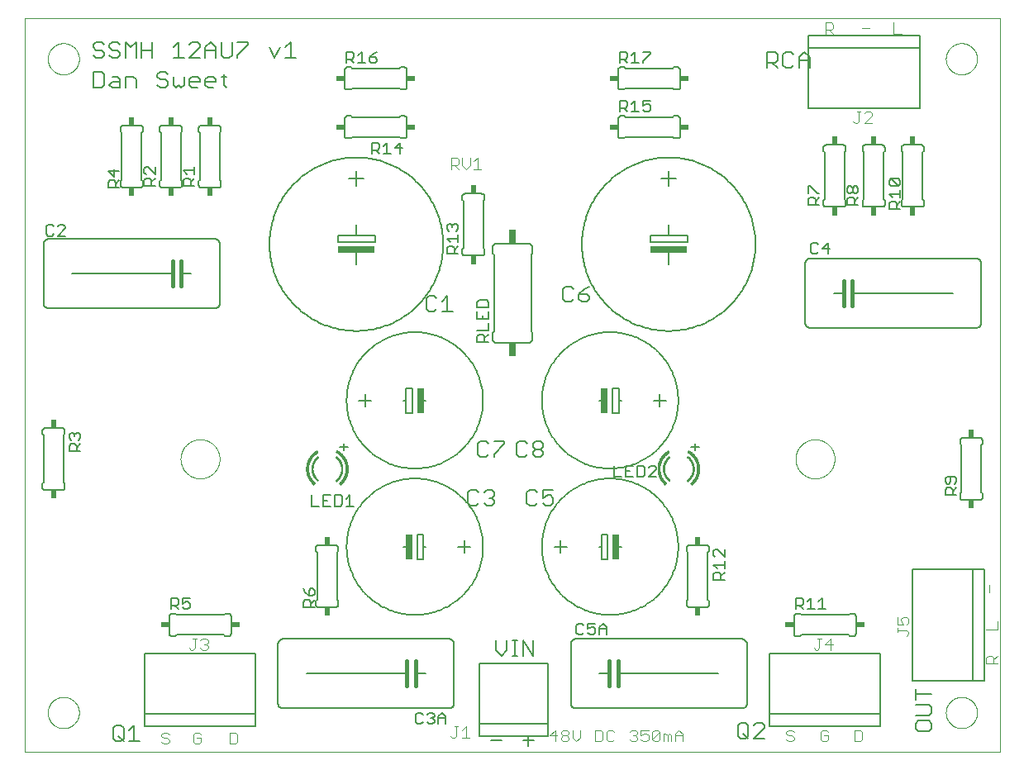
<source format=gto>
G75*
%MOIN*%
%OFA0B0*%
%FSLAX25Y25*%
%IPPOS*%
%LPD*%
%AMOC8*
5,1,8,0,0,1.08239X$1,22.5*
%
%ADD10C,0.00000*%
%ADD11C,0.00600*%
%ADD12C,0.00400*%
%ADD13R,0.15000X0.02500*%
%ADD14C,0.00700*%
%ADD15C,0.01600*%
%ADD16C,0.00500*%
%ADD17R,0.02500X0.10000*%
%ADD18R,0.02400X0.03400*%
%ADD19R,0.03400X0.02400*%
%ADD20R,0.03000X0.05500*%
%ADD21C,0.00060*%
%ADD22C,0.00100*%
D10*
X0005737Y0005737D02*
X0005737Y0301761D01*
X0399123Y0301761D01*
X0399123Y0005737D01*
X0005737Y0005737D01*
X0015186Y0021485D02*
X0015188Y0021643D01*
X0015194Y0021801D01*
X0015204Y0021959D01*
X0015218Y0022117D01*
X0015236Y0022274D01*
X0015257Y0022431D01*
X0015283Y0022587D01*
X0015313Y0022743D01*
X0015346Y0022898D01*
X0015384Y0023051D01*
X0015425Y0023204D01*
X0015470Y0023356D01*
X0015519Y0023507D01*
X0015572Y0023656D01*
X0015628Y0023804D01*
X0015688Y0023950D01*
X0015752Y0024095D01*
X0015820Y0024238D01*
X0015891Y0024380D01*
X0015965Y0024520D01*
X0016043Y0024657D01*
X0016125Y0024793D01*
X0016209Y0024927D01*
X0016298Y0025058D01*
X0016389Y0025187D01*
X0016484Y0025314D01*
X0016581Y0025439D01*
X0016682Y0025561D01*
X0016786Y0025680D01*
X0016893Y0025797D01*
X0017003Y0025911D01*
X0017116Y0026022D01*
X0017231Y0026131D01*
X0017349Y0026236D01*
X0017470Y0026338D01*
X0017593Y0026438D01*
X0017719Y0026534D01*
X0017847Y0026627D01*
X0017977Y0026717D01*
X0018110Y0026803D01*
X0018245Y0026887D01*
X0018381Y0026966D01*
X0018520Y0027043D01*
X0018661Y0027115D01*
X0018803Y0027185D01*
X0018947Y0027250D01*
X0019093Y0027312D01*
X0019240Y0027370D01*
X0019389Y0027425D01*
X0019539Y0027476D01*
X0019690Y0027523D01*
X0019842Y0027566D01*
X0019995Y0027605D01*
X0020150Y0027641D01*
X0020305Y0027672D01*
X0020461Y0027700D01*
X0020617Y0027724D01*
X0020774Y0027744D01*
X0020932Y0027760D01*
X0021089Y0027772D01*
X0021248Y0027780D01*
X0021406Y0027784D01*
X0021564Y0027784D01*
X0021722Y0027780D01*
X0021881Y0027772D01*
X0022038Y0027760D01*
X0022196Y0027744D01*
X0022353Y0027724D01*
X0022509Y0027700D01*
X0022665Y0027672D01*
X0022820Y0027641D01*
X0022975Y0027605D01*
X0023128Y0027566D01*
X0023280Y0027523D01*
X0023431Y0027476D01*
X0023581Y0027425D01*
X0023730Y0027370D01*
X0023877Y0027312D01*
X0024023Y0027250D01*
X0024167Y0027185D01*
X0024309Y0027115D01*
X0024450Y0027043D01*
X0024589Y0026966D01*
X0024725Y0026887D01*
X0024860Y0026803D01*
X0024993Y0026717D01*
X0025123Y0026627D01*
X0025251Y0026534D01*
X0025377Y0026438D01*
X0025500Y0026338D01*
X0025621Y0026236D01*
X0025739Y0026131D01*
X0025854Y0026022D01*
X0025967Y0025911D01*
X0026077Y0025797D01*
X0026184Y0025680D01*
X0026288Y0025561D01*
X0026389Y0025439D01*
X0026486Y0025314D01*
X0026581Y0025187D01*
X0026672Y0025058D01*
X0026761Y0024927D01*
X0026845Y0024793D01*
X0026927Y0024657D01*
X0027005Y0024520D01*
X0027079Y0024380D01*
X0027150Y0024238D01*
X0027218Y0024095D01*
X0027282Y0023950D01*
X0027342Y0023804D01*
X0027398Y0023656D01*
X0027451Y0023507D01*
X0027500Y0023356D01*
X0027545Y0023204D01*
X0027586Y0023051D01*
X0027624Y0022898D01*
X0027657Y0022743D01*
X0027687Y0022587D01*
X0027713Y0022431D01*
X0027734Y0022274D01*
X0027752Y0022117D01*
X0027766Y0021959D01*
X0027776Y0021801D01*
X0027782Y0021643D01*
X0027784Y0021485D01*
X0027782Y0021327D01*
X0027776Y0021169D01*
X0027766Y0021011D01*
X0027752Y0020853D01*
X0027734Y0020696D01*
X0027713Y0020539D01*
X0027687Y0020383D01*
X0027657Y0020227D01*
X0027624Y0020072D01*
X0027586Y0019919D01*
X0027545Y0019766D01*
X0027500Y0019614D01*
X0027451Y0019463D01*
X0027398Y0019314D01*
X0027342Y0019166D01*
X0027282Y0019020D01*
X0027218Y0018875D01*
X0027150Y0018732D01*
X0027079Y0018590D01*
X0027005Y0018450D01*
X0026927Y0018313D01*
X0026845Y0018177D01*
X0026761Y0018043D01*
X0026672Y0017912D01*
X0026581Y0017783D01*
X0026486Y0017656D01*
X0026389Y0017531D01*
X0026288Y0017409D01*
X0026184Y0017290D01*
X0026077Y0017173D01*
X0025967Y0017059D01*
X0025854Y0016948D01*
X0025739Y0016839D01*
X0025621Y0016734D01*
X0025500Y0016632D01*
X0025377Y0016532D01*
X0025251Y0016436D01*
X0025123Y0016343D01*
X0024993Y0016253D01*
X0024860Y0016167D01*
X0024725Y0016083D01*
X0024589Y0016004D01*
X0024450Y0015927D01*
X0024309Y0015855D01*
X0024167Y0015785D01*
X0024023Y0015720D01*
X0023877Y0015658D01*
X0023730Y0015600D01*
X0023581Y0015545D01*
X0023431Y0015494D01*
X0023280Y0015447D01*
X0023128Y0015404D01*
X0022975Y0015365D01*
X0022820Y0015329D01*
X0022665Y0015298D01*
X0022509Y0015270D01*
X0022353Y0015246D01*
X0022196Y0015226D01*
X0022038Y0015210D01*
X0021881Y0015198D01*
X0021722Y0015190D01*
X0021564Y0015186D01*
X0021406Y0015186D01*
X0021248Y0015190D01*
X0021089Y0015198D01*
X0020932Y0015210D01*
X0020774Y0015226D01*
X0020617Y0015246D01*
X0020461Y0015270D01*
X0020305Y0015298D01*
X0020150Y0015329D01*
X0019995Y0015365D01*
X0019842Y0015404D01*
X0019690Y0015447D01*
X0019539Y0015494D01*
X0019389Y0015545D01*
X0019240Y0015600D01*
X0019093Y0015658D01*
X0018947Y0015720D01*
X0018803Y0015785D01*
X0018661Y0015855D01*
X0018520Y0015927D01*
X0018381Y0016004D01*
X0018245Y0016083D01*
X0018110Y0016167D01*
X0017977Y0016253D01*
X0017847Y0016343D01*
X0017719Y0016436D01*
X0017593Y0016532D01*
X0017470Y0016632D01*
X0017349Y0016734D01*
X0017231Y0016839D01*
X0017116Y0016948D01*
X0017003Y0017059D01*
X0016893Y0017173D01*
X0016786Y0017290D01*
X0016682Y0017409D01*
X0016581Y0017531D01*
X0016484Y0017656D01*
X0016389Y0017783D01*
X0016298Y0017912D01*
X0016209Y0018043D01*
X0016125Y0018177D01*
X0016043Y0018313D01*
X0015965Y0018450D01*
X0015891Y0018590D01*
X0015820Y0018732D01*
X0015752Y0018875D01*
X0015688Y0019020D01*
X0015628Y0019166D01*
X0015572Y0019314D01*
X0015519Y0019463D01*
X0015470Y0019614D01*
X0015425Y0019766D01*
X0015384Y0019919D01*
X0015346Y0020072D01*
X0015313Y0020227D01*
X0015283Y0020383D01*
X0015257Y0020539D01*
X0015236Y0020696D01*
X0015218Y0020853D01*
X0015204Y0021011D01*
X0015194Y0021169D01*
X0015188Y0021327D01*
X0015186Y0021485D01*
X0068729Y0123847D02*
X0068731Y0124040D01*
X0068738Y0124233D01*
X0068750Y0124426D01*
X0068767Y0124619D01*
X0068788Y0124811D01*
X0068814Y0125002D01*
X0068845Y0125193D01*
X0068880Y0125383D01*
X0068920Y0125572D01*
X0068965Y0125760D01*
X0069014Y0125947D01*
X0069068Y0126133D01*
X0069126Y0126317D01*
X0069189Y0126500D01*
X0069257Y0126681D01*
X0069328Y0126860D01*
X0069405Y0127038D01*
X0069485Y0127214D01*
X0069570Y0127387D01*
X0069659Y0127559D01*
X0069752Y0127728D01*
X0069849Y0127895D01*
X0069951Y0128060D01*
X0070056Y0128222D01*
X0070165Y0128381D01*
X0070279Y0128538D01*
X0070396Y0128691D01*
X0070516Y0128842D01*
X0070641Y0128990D01*
X0070769Y0129135D01*
X0070900Y0129276D01*
X0071035Y0129415D01*
X0071174Y0129550D01*
X0071315Y0129681D01*
X0071460Y0129809D01*
X0071608Y0129934D01*
X0071759Y0130054D01*
X0071912Y0130171D01*
X0072069Y0130285D01*
X0072228Y0130394D01*
X0072390Y0130499D01*
X0072555Y0130601D01*
X0072722Y0130698D01*
X0072891Y0130791D01*
X0073063Y0130880D01*
X0073236Y0130965D01*
X0073412Y0131045D01*
X0073590Y0131122D01*
X0073769Y0131193D01*
X0073950Y0131261D01*
X0074133Y0131324D01*
X0074317Y0131382D01*
X0074503Y0131436D01*
X0074690Y0131485D01*
X0074878Y0131530D01*
X0075067Y0131570D01*
X0075257Y0131605D01*
X0075448Y0131636D01*
X0075639Y0131662D01*
X0075831Y0131683D01*
X0076024Y0131700D01*
X0076217Y0131712D01*
X0076410Y0131719D01*
X0076603Y0131721D01*
X0076796Y0131719D01*
X0076989Y0131712D01*
X0077182Y0131700D01*
X0077375Y0131683D01*
X0077567Y0131662D01*
X0077758Y0131636D01*
X0077949Y0131605D01*
X0078139Y0131570D01*
X0078328Y0131530D01*
X0078516Y0131485D01*
X0078703Y0131436D01*
X0078889Y0131382D01*
X0079073Y0131324D01*
X0079256Y0131261D01*
X0079437Y0131193D01*
X0079616Y0131122D01*
X0079794Y0131045D01*
X0079970Y0130965D01*
X0080143Y0130880D01*
X0080315Y0130791D01*
X0080484Y0130698D01*
X0080651Y0130601D01*
X0080816Y0130499D01*
X0080978Y0130394D01*
X0081137Y0130285D01*
X0081294Y0130171D01*
X0081447Y0130054D01*
X0081598Y0129934D01*
X0081746Y0129809D01*
X0081891Y0129681D01*
X0082032Y0129550D01*
X0082171Y0129415D01*
X0082306Y0129276D01*
X0082437Y0129135D01*
X0082565Y0128990D01*
X0082690Y0128842D01*
X0082810Y0128691D01*
X0082927Y0128538D01*
X0083041Y0128381D01*
X0083150Y0128222D01*
X0083255Y0128060D01*
X0083357Y0127895D01*
X0083454Y0127728D01*
X0083547Y0127559D01*
X0083636Y0127387D01*
X0083721Y0127214D01*
X0083801Y0127038D01*
X0083878Y0126860D01*
X0083949Y0126681D01*
X0084017Y0126500D01*
X0084080Y0126317D01*
X0084138Y0126133D01*
X0084192Y0125947D01*
X0084241Y0125760D01*
X0084286Y0125572D01*
X0084326Y0125383D01*
X0084361Y0125193D01*
X0084392Y0125002D01*
X0084418Y0124811D01*
X0084439Y0124619D01*
X0084456Y0124426D01*
X0084468Y0124233D01*
X0084475Y0124040D01*
X0084477Y0123847D01*
X0084475Y0123654D01*
X0084468Y0123461D01*
X0084456Y0123268D01*
X0084439Y0123075D01*
X0084418Y0122883D01*
X0084392Y0122692D01*
X0084361Y0122501D01*
X0084326Y0122311D01*
X0084286Y0122122D01*
X0084241Y0121934D01*
X0084192Y0121747D01*
X0084138Y0121561D01*
X0084080Y0121377D01*
X0084017Y0121194D01*
X0083949Y0121013D01*
X0083878Y0120834D01*
X0083801Y0120656D01*
X0083721Y0120480D01*
X0083636Y0120307D01*
X0083547Y0120135D01*
X0083454Y0119966D01*
X0083357Y0119799D01*
X0083255Y0119634D01*
X0083150Y0119472D01*
X0083041Y0119313D01*
X0082927Y0119156D01*
X0082810Y0119003D01*
X0082690Y0118852D01*
X0082565Y0118704D01*
X0082437Y0118559D01*
X0082306Y0118418D01*
X0082171Y0118279D01*
X0082032Y0118144D01*
X0081891Y0118013D01*
X0081746Y0117885D01*
X0081598Y0117760D01*
X0081447Y0117640D01*
X0081294Y0117523D01*
X0081137Y0117409D01*
X0080978Y0117300D01*
X0080816Y0117195D01*
X0080651Y0117093D01*
X0080484Y0116996D01*
X0080315Y0116903D01*
X0080143Y0116814D01*
X0079970Y0116729D01*
X0079794Y0116649D01*
X0079616Y0116572D01*
X0079437Y0116501D01*
X0079256Y0116433D01*
X0079073Y0116370D01*
X0078889Y0116312D01*
X0078703Y0116258D01*
X0078516Y0116209D01*
X0078328Y0116164D01*
X0078139Y0116124D01*
X0077949Y0116089D01*
X0077758Y0116058D01*
X0077567Y0116032D01*
X0077375Y0116011D01*
X0077182Y0115994D01*
X0076989Y0115982D01*
X0076796Y0115975D01*
X0076603Y0115973D01*
X0076410Y0115975D01*
X0076217Y0115982D01*
X0076024Y0115994D01*
X0075831Y0116011D01*
X0075639Y0116032D01*
X0075448Y0116058D01*
X0075257Y0116089D01*
X0075067Y0116124D01*
X0074878Y0116164D01*
X0074690Y0116209D01*
X0074503Y0116258D01*
X0074317Y0116312D01*
X0074133Y0116370D01*
X0073950Y0116433D01*
X0073769Y0116501D01*
X0073590Y0116572D01*
X0073412Y0116649D01*
X0073236Y0116729D01*
X0073063Y0116814D01*
X0072891Y0116903D01*
X0072722Y0116996D01*
X0072555Y0117093D01*
X0072390Y0117195D01*
X0072228Y0117300D01*
X0072069Y0117409D01*
X0071912Y0117523D01*
X0071759Y0117640D01*
X0071608Y0117760D01*
X0071460Y0117885D01*
X0071315Y0118013D01*
X0071174Y0118144D01*
X0071035Y0118279D01*
X0070900Y0118418D01*
X0070769Y0118559D01*
X0070641Y0118704D01*
X0070516Y0118852D01*
X0070396Y0119003D01*
X0070279Y0119156D01*
X0070165Y0119313D01*
X0070056Y0119472D01*
X0069951Y0119634D01*
X0069849Y0119799D01*
X0069752Y0119966D01*
X0069659Y0120135D01*
X0069570Y0120307D01*
X0069485Y0120480D01*
X0069405Y0120656D01*
X0069328Y0120834D01*
X0069257Y0121013D01*
X0069189Y0121194D01*
X0069126Y0121377D01*
X0069068Y0121561D01*
X0069014Y0121747D01*
X0068965Y0121934D01*
X0068920Y0122122D01*
X0068880Y0122311D01*
X0068845Y0122501D01*
X0068814Y0122692D01*
X0068788Y0122883D01*
X0068767Y0123075D01*
X0068750Y0123268D01*
X0068738Y0123461D01*
X0068731Y0123654D01*
X0068729Y0123847D01*
X0015186Y0285265D02*
X0015188Y0285423D01*
X0015194Y0285581D01*
X0015204Y0285739D01*
X0015218Y0285897D01*
X0015236Y0286054D01*
X0015257Y0286211D01*
X0015283Y0286367D01*
X0015313Y0286523D01*
X0015346Y0286678D01*
X0015384Y0286831D01*
X0015425Y0286984D01*
X0015470Y0287136D01*
X0015519Y0287287D01*
X0015572Y0287436D01*
X0015628Y0287584D01*
X0015688Y0287730D01*
X0015752Y0287875D01*
X0015820Y0288018D01*
X0015891Y0288160D01*
X0015965Y0288300D01*
X0016043Y0288437D01*
X0016125Y0288573D01*
X0016209Y0288707D01*
X0016298Y0288838D01*
X0016389Y0288967D01*
X0016484Y0289094D01*
X0016581Y0289219D01*
X0016682Y0289341D01*
X0016786Y0289460D01*
X0016893Y0289577D01*
X0017003Y0289691D01*
X0017116Y0289802D01*
X0017231Y0289911D01*
X0017349Y0290016D01*
X0017470Y0290118D01*
X0017593Y0290218D01*
X0017719Y0290314D01*
X0017847Y0290407D01*
X0017977Y0290497D01*
X0018110Y0290583D01*
X0018245Y0290667D01*
X0018381Y0290746D01*
X0018520Y0290823D01*
X0018661Y0290895D01*
X0018803Y0290965D01*
X0018947Y0291030D01*
X0019093Y0291092D01*
X0019240Y0291150D01*
X0019389Y0291205D01*
X0019539Y0291256D01*
X0019690Y0291303D01*
X0019842Y0291346D01*
X0019995Y0291385D01*
X0020150Y0291421D01*
X0020305Y0291452D01*
X0020461Y0291480D01*
X0020617Y0291504D01*
X0020774Y0291524D01*
X0020932Y0291540D01*
X0021089Y0291552D01*
X0021248Y0291560D01*
X0021406Y0291564D01*
X0021564Y0291564D01*
X0021722Y0291560D01*
X0021881Y0291552D01*
X0022038Y0291540D01*
X0022196Y0291524D01*
X0022353Y0291504D01*
X0022509Y0291480D01*
X0022665Y0291452D01*
X0022820Y0291421D01*
X0022975Y0291385D01*
X0023128Y0291346D01*
X0023280Y0291303D01*
X0023431Y0291256D01*
X0023581Y0291205D01*
X0023730Y0291150D01*
X0023877Y0291092D01*
X0024023Y0291030D01*
X0024167Y0290965D01*
X0024309Y0290895D01*
X0024450Y0290823D01*
X0024589Y0290746D01*
X0024725Y0290667D01*
X0024860Y0290583D01*
X0024993Y0290497D01*
X0025123Y0290407D01*
X0025251Y0290314D01*
X0025377Y0290218D01*
X0025500Y0290118D01*
X0025621Y0290016D01*
X0025739Y0289911D01*
X0025854Y0289802D01*
X0025967Y0289691D01*
X0026077Y0289577D01*
X0026184Y0289460D01*
X0026288Y0289341D01*
X0026389Y0289219D01*
X0026486Y0289094D01*
X0026581Y0288967D01*
X0026672Y0288838D01*
X0026761Y0288707D01*
X0026845Y0288573D01*
X0026927Y0288437D01*
X0027005Y0288300D01*
X0027079Y0288160D01*
X0027150Y0288018D01*
X0027218Y0287875D01*
X0027282Y0287730D01*
X0027342Y0287584D01*
X0027398Y0287436D01*
X0027451Y0287287D01*
X0027500Y0287136D01*
X0027545Y0286984D01*
X0027586Y0286831D01*
X0027624Y0286678D01*
X0027657Y0286523D01*
X0027687Y0286367D01*
X0027713Y0286211D01*
X0027734Y0286054D01*
X0027752Y0285897D01*
X0027766Y0285739D01*
X0027776Y0285581D01*
X0027782Y0285423D01*
X0027784Y0285265D01*
X0027782Y0285107D01*
X0027776Y0284949D01*
X0027766Y0284791D01*
X0027752Y0284633D01*
X0027734Y0284476D01*
X0027713Y0284319D01*
X0027687Y0284163D01*
X0027657Y0284007D01*
X0027624Y0283852D01*
X0027586Y0283699D01*
X0027545Y0283546D01*
X0027500Y0283394D01*
X0027451Y0283243D01*
X0027398Y0283094D01*
X0027342Y0282946D01*
X0027282Y0282800D01*
X0027218Y0282655D01*
X0027150Y0282512D01*
X0027079Y0282370D01*
X0027005Y0282230D01*
X0026927Y0282093D01*
X0026845Y0281957D01*
X0026761Y0281823D01*
X0026672Y0281692D01*
X0026581Y0281563D01*
X0026486Y0281436D01*
X0026389Y0281311D01*
X0026288Y0281189D01*
X0026184Y0281070D01*
X0026077Y0280953D01*
X0025967Y0280839D01*
X0025854Y0280728D01*
X0025739Y0280619D01*
X0025621Y0280514D01*
X0025500Y0280412D01*
X0025377Y0280312D01*
X0025251Y0280216D01*
X0025123Y0280123D01*
X0024993Y0280033D01*
X0024860Y0279947D01*
X0024725Y0279863D01*
X0024589Y0279784D01*
X0024450Y0279707D01*
X0024309Y0279635D01*
X0024167Y0279565D01*
X0024023Y0279500D01*
X0023877Y0279438D01*
X0023730Y0279380D01*
X0023581Y0279325D01*
X0023431Y0279274D01*
X0023280Y0279227D01*
X0023128Y0279184D01*
X0022975Y0279145D01*
X0022820Y0279109D01*
X0022665Y0279078D01*
X0022509Y0279050D01*
X0022353Y0279026D01*
X0022196Y0279006D01*
X0022038Y0278990D01*
X0021881Y0278978D01*
X0021722Y0278970D01*
X0021564Y0278966D01*
X0021406Y0278966D01*
X0021248Y0278970D01*
X0021089Y0278978D01*
X0020932Y0278990D01*
X0020774Y0279006D01*
X0020617Y0279026D01*
X0020461Y0279050D01*
X0020305Y0279078D01*
X0020150Y0279109D01*
X0019995Y0279145D01*
X0019842Y0279184D01*
X0019690Y0279227D01*
X0019539Y0279274D01*
X0019389Y0279325D01*
X0019240Y0279380D01*
X0019093Y0279438D01*
X0018947Y0279500D01*
X0018803Y0279565D01*
X0018661Y0279635D01*
X0018520Y0279707D01*
X0018381Y0279784D01*
X0018245Y0279863D01*
X0018110Y0279947D01*
X0017977Y0280033D01*
X0017847Y0280123D01*
X0017719Y0280216D01*
X0017593Y0280312D01*
X0017470Y0280412D01*
X0017349Y0280514D01*
X0017231Y0280619D01*
X0017116Y0280728D01*
X0017003Y0280839D01*
X0016893Y0280953D01*
X0016786Y0281070D01*
X0016682Y0281189D01*
X0016581Y0281311D01*
X0016484Y0281436D01*
X0016389Y0281563D01*
X0016298Y0281692D01*
X0016209Y0281823D01*
X0016125Y0281957D01*
X0016043Y0282093D01*
X0015965Y0282230D01*
X0015891Y0282370D01*
X0015820Y0282512D01*
X0015752Y0282655D01*
X0015688Y0282800D01*
X0015628Y0282946D01*
X0015572Y0283094D01*
X0015519Y0283243D01*
X0015470Y0283394D01*
X0015425Y0283546D01*
X0015384Y0283699D01*
X0015346Y0283852D01*
X0015313Y0284007D01*
X0015283Y0284163D01*
X0015257Y0284319D01*
X0015236Y0284476D01*
X0015218Y0284633D01*
X0015204Y0284791D01*
X0015194Y0284949D01*
X0015188Y0285107D01*
X0015186Y0285265D01*
X0316761Y0123847D02*
X0316763Y0124040D01*
X0316770Y0124233D01*
X0316782Y0124426D01*
X0316799Y0124619D01*
X0316820Y0124811D01*
X0316846Y0125002D01*
X0316877Y0125193D01*
X0316912Y0125383D01*
X0316952Y0125572D01*
X0316997Y0125760D01*
X0317046Y0125947D01*
X0317100Y0126133D01*
X0317158Y0126317D01*
X0317221Y0126500D01*
X0317289Y0126681D01*
X0317360Y0126860D01*
X0317437Y0127038D01*
X0317517Y0127214D01*
X0317602Y0127387D01*
X0317691Y0127559D01*
X0317784Y0127728D01*
X0317881Y0127895D01*
X0317983Y0128060D01*
X0318088Y0128222D01*
X0318197Y0128381D01*
X0318311Y0128538D01*
X0318428Y0128691D01*
X0318548Y0128842D01*
X0318673Y0128990D01*
X0318801Y0129135D01*
X0318932Y0129276D01*
X0319067Y0129415D01*
X0319206Y0129550D01*
X0319347Y0129681D01*
X0319492Y0129809D01*
X0319640Y0129934D01*
X0319791Y0130054D01*
X0319944Y0130171D01*
X0320101Y0130285D01*
X0320260Y0130394D01*
X0320422Y0130499D01*
X0320587Y0130601D01*
X0320754Y0130698D01*
X0320923Y0130791D01*
X0321095Y0130880D01*
X0321268Y0130965D01*
X0321444Y0131045D01*
X0321622Y0131122D01*
X0321801Y0131193D01*
X0321982Y0131261D01*
X0322165Y0131324D01*
X0322349Y0131382D01*
X0322535Y0131436D01*
X0322722Y0131485D01*
X0322910Y0131530D01*
X0323099Y0131570D01*
X0323289Y0131605D01*
X0323480Y0131636D01*
X0323671Y0131662D01*
X0323863Y0131683D01*
X0324056Y0131700D01*
X0324249Y0131712D01*
X0324442Y0131719D01*
X0324635Y0131721D01*
X0324828Y0131719D01*
X0325021Y0131712D01*
X0325214Y0131700D01*
X0325407Y0131683D01*
X0325599Y0131662D01*
X0325790Y0131636D01*
X0325981Y0131605D01*
X0326171Y0131570D01*
X0326360Y0131530D01*
X0326548Y0131485D01*
X0326735Y0131436D01*
X0326921Y0131382D01*
X0327105Y0131324D01*
X0327288Y0131261D01*
X0327469Y0131193D01*
X0327648Y0131122D01*
X0327826Y0131045D01*
X0328002Y0130965D01*
X0328175Y0130880D01*
X0328347Y0130791D01*
X0328516Y0130698D01*
X0328683Y0130601D01*
X0328848Y0130499D01*
X0329010Y0130394D01*
X0329169Y0130285D01*
X0329326Y0130171D01*
X0329479Y0130054D01*
X0329630Y0129934D01*
X0329778Y0129809D01*
X0329923Y0129681D01*
X0330064Y0129550D01*
X0330203Y0129415D01*
X0330338Y0129276D01*
X0330469Y0129135D01*
X0330597Y0128990D01*
X0330722Y0128842D01*
X0330842Y0128691D01*
X0330959Y0128538D01*
X0331073Y0128381D01*
X0331182Y0128222D01*
X0331287Y0128060D01*
X0331389Y0127895D01*
X0331486Y0127728D01*
X0331579Y0127559D01*
X0331668Y0127387D01*
X0331753Y0127214D01*
X0331833Y0127038D01*
X0331910Y0126860D01*
X0331981Y0126681D01*
X0332049Y0126500D01*
X0332112Y0126317D01*
X0332170Y0126133D01*
X0332224Y0125947D01*
X0332273Y0125760D01*
X0332318Y0125572D01*
X0332358Y0125383D01*
X0332393Y0125193D01*
X0332424Y0125002D01*
X0332450Y0124811D01*
X0332471Y0124619D01*
X0332488Y0124426D01*
X0332500Y0124233D01*
X0332507Y0124040D01*
X0332509Y0123847D01*
X0332507Y0123654D01*
X0332500Y0123461D01*
X0332488Y0123268D01*
X0332471Y0123075D01*
X0332450Y0122883D01*
X0332424Y0122692D01*
X0332393Y0122501D01*
X0332358Y0122311D01*
X0332318Y0122122D01*
X0332273Y0121934D01*
X0332224Y0121747D01*
X0332170Y0121561D01*
X0332112Y0121377D01*
X0332049Y0121194D01*
X0331981Y0121013D01*
X0331910Y0120834D01*
X0331833Y0120656D01*
X0331753Y0120480D01*
X0331668Y0120307D01*
X0331579Y0120135D01*
X0331486Y0119966D01*
X0331389Y0119799D01*
X0331287Y0119634D01*
X0331182Y0119472D01*
X0331073Y0119313D01*
X0330959Y0119156D01*
X0330842Y0119003D01*
X0330722Y0118852D01*
X0330597Y0118704D01*
X0330469Y0118559D01*
X0330338Y0118418D01*
X0330203Y0118279D01*
X0330064Y0118144D01*
X0329923Y0118013D01*
X0329778Y0117885D01*
X0329630Y0117760D01*
X0329479Y0117640D01*
X0329326Y0117523D01*
X0329169Y0117409D01*
X0329010Y0117300D01*
X0328848Y0117195D01*
X0328683Y0117093D01*
X0328516Y0116996D01*
X0328347Y0116903D01*
X0328175Y0116814D01*
X0328002Y0116729D01*
X0327826Y0116649D01*
X0327648Y0116572D01*
X0327469Y0116501D01*
X0327288Y0116433D01*
X0327105Y0116370D01*
X0326921Y0116312D01*
X0326735Y0116258D01*
X0326548Y0116209D01*
X0326360Y0116164D01*
X0326171Y0116124D01*
X0325981Y0116089D01*
X0325790Y0116058D01*
X0325599Y0116032D01*
X0325407Y0116011D01*
X0325214Y0115994D01*
X0325021Y0115982D01*
X0324828Y0115975D01*
X0324635Y0115973D01*
X0324442Y0115975D01*
X0324249Y0115982D01*
X0324056Y0115994D01*
X0323863Y0116011D01*
X0323671Y0116032D01*
X0323480Y0116058D01*
X0323289Y0116089D01*
X0323099Y0116124D01*
X0322910Y0116164D01*
X0322722Y0116209D01*
X0322535Y0116258D01*
X0322349Y0116312D01*
X0322165Y0116370D01*
X0321982Y0116433D01*
X0321801Y0116501D01*
X0321622Y0116572D01*
X0321444Y0116649D01*
X0321268Y0116729D01*
X0321095Y0116814D01*
X0320923Y0116903D01*
X0320754Y0116996D01*
X0320587Y0117093D01*
X0320422Y0117195D01*
X0320260Y0117300D01*
X0320101Y0117409D01*
X0319944Y0117523D01*
X0319791Y0117640D01*
X0319640Y0117760D01*
X0319492Y0117885D01*
X0319347Y0118013D01*
X0319206Y0118144D01*
X0319067Y0118279D01*
X0318932Y0118418D01*
X0318801Y0118559D01*
X0318673Y0118704D01*
X0318548Y0118852D01*
X0318428Y0119003D01*
X0318311Y0119156D01*
X0318197Y0119313D01*
X0318088Y0119472D01*
X0317983Y0119634D01*
X0317881Y0119799D01*
X0317784Y0119966D01*
X0317691Y0120135D01*
X0317602Y0120307D01*
X0317517Y0120480D01*
X0317437Y0120656D01*
X0317360Y0120834D01*
X0317289Y0121013D01*
X0317221Y0121194D01*
X0317158Y0121377D01*
X0317100Y0121561D01*
X0317046Y0121747D01*
X0316997Y0121934D01*
X0316952Y0122122D01*
X0316912Y0122311D01*
X0316877Y0122501D01*
X0316846Y0122692D01*
X0316820Y0122883D01*
X0316799Y0123075D01*
X0316782Y0123268D01*
X0316770Y0123461D01*
X0316763Y0123654D01*
X0316761Y0123847D01*
X0377391Y0021485D02*
X0377393Y0021643D01*
X0377399Y0021801D01*
X0377409Y0021959D01*
X0377423Y0022117D01*
X0377441Y0022274D01*
X0377462Y0022431D01*
X0377488Y0022587D01*
X0377518Y0022743D01*
X0377551Y0022898D01*
X0377589Y0023051D01*
X0377630Y0023204D01*
X0377675Y0023356D01*
X0377724Y0023507D01*
X0377777Y0023656D01*
X0377833Y0023804D01*
X0377893Y0023950D01*
X0377957Y0024095D01*
X0378025Y0024238D01*
X0378096Y0024380D01*
X0378170Y0024520D01*
X0378248Y0024657D01*
X0378330Y0024793D01*
X0378414Y0024927D01*
X0378503Y0025058D01*
X0378594Y0025187D01*
X0378689Y0025314D01*
X0378786Y0025439D01*
X0378887Y0025561D01*
X0378991Y0025680D01*
X0379098Y0025797D01*
X0379208Y0025911D01*
X0379321Y0026022D01*
X0379436Y0026131D01*
X0379554Y0026236D01*
X0379675Y0026338D01*
X0379798Y0026438D01*
X0379924Y0026534D01*
X0380052Y0026627D01*
X0380182Y0026717D01*
X0380315Y0026803D01*
X0380450Y0026887D01*
X0380586Y0026966D01*
X0380725Y0027043D01*
X0380866Y0027115D01*
X0381008Y0027185D01*
X0381152Y0027250D01*
X0381298Y0027312D01*
X0381445Y0027370D01*
X0381594Y0027425D01*
X0381744Y0027476D01*
X0381895Y0027523D01*
X0382047Y0027566D01*
X0382200Y0027605D01*
X0382355Y0027641D01*
X0382510Y0027672D01*
X0382666Y0027700D01*
X0382822Y0027724D01*
X0382979Y0027744D01*
X0383137Y0027760D01*
X0383294Y0027772D01*
X0383453Y0027780D01*
X0383611Y0027784D01*
X0383769Y0027784D01*
X0383927Y0027780D01*
X0384086Y0027772D01*
X0384243Y0027760D01*
X0384401Y0027744D01*
X0384558Y0027724D01*
X0384714Y0027700D01*
X0384870Y0027672D01*
X0385025Y0027641D01*
X0385180Y0027605D01*
X0385333Y0027566D01*
X0385485Y0027523D01*
X0385636Y0027476D01*
X0385786Y0027425D01*
X0385935Y0027370D01*
X0386082Y0027312D01*
X0386228Y0027250D01*
X0386372Y0027185D01*
X0386514Y0027115D01*
X0386655Y0027043D01*
X0386794Y0026966D01*
X0386930Y0026887D01*
X0387065Y0026803D01*
X0387198Y0026717D01*
X0387328Y0026627D01*
X0387456Y0026534D01*
X0387582Y0026438D01*
X0387705Y0026338D01*
X0387826Y0026236D01*
X0387944Y0026131D01*
X0388059Y0026022D01*
X0388172Y0025911D01*
X0388282Y0025797D01*
X0388389Y0025680D01*
X0388493Y0025561D01*
X0388594Y0025439D01*
X0388691Y0025314D01*
X0388786Y0025187D01*
X0388877Y0025058D01*
X0388966Y0024927D01*
X0389050Y0024793D01*
X0389132Y0024657D01*
X0389210Y0024520D01*
X0389284Y0024380D01*
X0389355Y0024238D01*
X0389423Y0024095D01*
X0389487Y0023950D01*
X0389547Y0023804D01*
X0389603Y0023656D01*
X0389656Y0023507D01*
X0389705Y0023356D01*
X0389750Y0023204D01*
X0389791Y0023051D01*
X0389829Y0022898D01*
X0389862Y0022743D01*
X0389892Y0022587D01*
X0389918Y0022431D01*
X0389939Y0022274D01*
X0389957Y0022117D01*
X0389971Y0021959D01*
X0389981Y0021801D01*
X0389987Y0021643D01*
X0389989Y0021485D01*
X0389987Y0021327D01*
X0389981Y0021169D01*
X0389971Y0021011D01*
X0389957Y0020853D01*
X0389939Y0020696D01*
X0389918Y0020539D01*
X0389892Y0020383D01*
X0389862Y0020227D01*
X0389829Y0020072D01*
X0389791Y0019919D01*
X0389750Y0019766D01*
X0389705Y0019614D01*
X0389656Y0019463D01*
X0389603Y0019314D01*
X0389547Y0019166D01*
X0389487Y0019020D01*
X0389423Y0018875D01*
X0389355Y0018732D01*
X0389284Y0018590D01*
X0389210Y0018450D01*
X0389132Y0018313D01*
X0389050Y0018177D01*
X0388966Y0018043D01*
X0388877Y0017912D01*
X0388786Y0017783D01*
X0388691Y0017656D01*
X0388594Y0017531D01*
X0388493Y0017409D01*
X0388389Y0017290D01*
X0388282Y0017173D01*
X0388172Y0017059D01*
X0388059Y0016948D01*
X0387944Y0016839D01*
X0387826Y0016734D01*
X0387705Y0016632D01*
X0387582Y0016532D01*
X0387456Y0016436D01*
X0387328Y0016343D01*
X0387198Y0016253D01*
X0387065Y0016167D01*
X0386930Y0016083D01*
X0386794Y0016004D01*
X0386655Y0015927D01*
X0386514Y0015855D01*
X0386372Y0015785D01*
X0386228Y0015720D01*
X0386082Y0015658D01*
X0385935Y0015600D01*
X0385786Y0015545D01*
X0385636Y0015494D01*
X0385485Y0015447D01*
X0385333Y0015404D01*
X0385180Y0015365D01*
X0385025Y0015329D01*
X0384870Y0015298D01*
X0384714Y0015270D01*
X0384558Y0015246D01*
X0384401Y0015226D01*
X0384243Y0015210D01*
X0384086Y0015198D01*
X0383927Y0015190D01*
X0383769Y0015186D01*
X0383611Y0015186D01*
X0383453Y0015190D01*
X0383294Y0015198D01*
X0383137Y0015210D01*
X0382979Y0015226D01*
X0382822Y0015246D01*
X0382666Y0015270D01*
X0382510Y0015298D01*
X0382355Y0015329D01*
X0382200Y0015365D01*
X0382047Y0015404D01*
X0381895Y0015447D01*
X0381744Y0015494D01*
X0381594Y0015545D01*
X0381445Y0015600D01*
X0381298Y0015658D01*
X0381152Y0015720D01*
X0381008Y0015785D01*
X0380866Y0015855D01*
X0380725Y0015927D01*
X0380586Y0016004D01*
X0380450Y0016083D01*
X0380315Y0016167D01*
X0380182Y0016253D01*
X0380052Y0016343D01*
X0379924Y0016436D01*
X0379798Y0016532D01*
X0379675Y0016632D01*
X0379554Y0016734D01*
X0379436Y0016839D01*
X0379321Y0016948D01*
X0379208Y0017059D01*
X0379098Y0017173D01*
X0378991Y0017290D01*
X0378887Y0017409D01*
X0378786Y0017531D01*
X0378689Y0017656D01*
X0378594Y0017783D01*
X0378503Y0017912D01*
X0378414Y0018043D01*
X0378330Y0018177D01*
X0378248Y0018313D01*
X0378170Y0018450D01*
X0378096Y0018590D01*
X0378025Y0018732D01*
X0377957Y0018875D01*
X0377893Y0019020D01*
X0377833Y0019166D01*
X0377777Y0019314D01*
X0377724Y0019463D01*
X0377675Y0019614D01*
X0377630Y0019766D01*
X0377589Y0019919D01*
X0377551Y0020072D01*
X0377518Y0020227D01*
X0377488Y0020383D01*
X0377462Y0020539D01*
X0377441Y0020696D01*
X0377423Y0020853D01*
X0377409Y0021011D01*
X0377399Y0021169D01*
X0377393Y0021327D01*
X0377391Y0021485D01*
X0377391Y0285265D02*
X0377393Y0285423D01*
X0377399Y0285581D01*
X0377409Y0285739D01*
X0377423Y0285897D01*
X0377441Y0286054D01*
X0377462Y0286211D01*
X0377488Y0286367D01*
X0377518Y0286523D01*
X0377551Y0286678D01*
X0377589Y0286831D01*
X0377630Y0286984D01*
X0377675Y0287136D01*
X0377724Y0287287D01*
X0377777Y0287436D01*
X0377833Y0287584D01*
X0377893Y0287730D01*
X0377957Y0287875D01*
X0378025Y0288018D01*
X0378096Y0288160D01*
X0378170Y0288300D01*
X0378248Y0288437D01*
X0378330Y0288573D01*
X0378414Y0288707D01*
X0378503Y0288838D01*
X0378594Y0288967D01*
X0378689Y0289094D01*
X0378786Y0289219D01*
X0378887Y0289341D01*
X0378991Y0289460D01*
X0379098Y0289577D01*
X0379208Y0289691D01*
X0379321Y0289802D01*
X0379436Y0289911D01*
X0379554Y0290016D01*
X0379675Y0290118D01*
X0379798Y0290218D01*
X0379924Y0290314D01*
X0380052Y0290407D01*
X0380182Y0290497D01*
X0380315Y0290583D01*
X0380450Y0290667D01*
X0380586Y0290746D01*
X0380725Y0290823D01*
X0380866Y0290895D01*
X0381008Y0290965D01*
X0381152Y0291030D01*
X0381298Y0291092D01*
X0381445Y0291150D01*
X0381594Y0291205D01*
X0381744Y0291256D01*
X0381895Y0291303D01*
X0382047Y0291346D01*
X0382200Y0291385D01*
X0382355Y0291421D01*
X0382510Y0291452D01*
X0382666Y0291480D01*
X0382822Y0291504D01*
X0382979Y0291524D01*
X0383137Y0291540D01*
X0383294Y0291552D01*
X0383453Y0291560D01*
X0383611Y0291564D01*
X0383769Y0291564D01*
X0383927Y0291560D01*
X0384086Y0291552D01*
X0384243Y0291540D01*
X0384401Y0291524D01*
X0384558Y0291504D01*
X0384714Y0291480D01*
X0384870Y0291452D01*
X0385025Y0291421D01*
X0385180Y0291385D01*
X0385333Y0291346D01*
X0385485Y0291303D01*
X0385636Y0291256D01*
X0385786Y0291205D01*
X0385935Y0291150D01*
X0386082Y0291092D01*
X0386228Y0291030D01*
X0386372Y0290965D01*
X0386514Y0290895D01*
X0386655Y0290823D01*
X0386794Y0290746D01*
X0386930Y0290667D01*
X0387065Y0290583D01*
X0387198Y0290497D01*
X0387328Y0290407D01*
X0387456Y0290314D01*
X0387582Y0290218D01*
X0387705Y0290118D01*
X0387826Y0290016D01*
X0387944Y0289911D01*
X0388059Y0289802D01*
X0388172Y0289691D01*
X0388282Y0289577D01*
X0388389Y0289460D01*
X0388493Y0289341D01*
X0388594Y0289219D01*
X0388691Y0289094D01*
X0388786Y0288967D01*
X0388877Y0288838D01*
X0388966Y0288707D01*
X0389050Y0288573D01*
X0389132Y0288437D01*
X0389210Y0288300D01*
X0389284Y0288160D01*
X0389355Y0288018D01*
X0389423Y0287875D01*
X0389487Y0287730D01*
X0389547Y0287584D01*
X0389603Y0287436D01*
X0389656Y0287287D01*
X0389705Y0287136D01*
X0389750Y0286984D01*
X0389791Y0286831D01*
X0389829Y0286678D01*
X0389862Y0286523D01*
X0389892Y0286367D01*
X0389918Y0286211D01*
X0389939Y0286054D01*
X0389957Y0285897D01*
X0389971Y0285739D01*
X0389981Y0285581D01*
X0389987Y0285423D01*
X0389989Y0285265D01*
X0389987Y0285107D01*
X0389981Y0284949D01*
X0389971Y0284791D01*
X0389957Y0284633D01*
X0389939Y0284476D01*
X0389918Y0284319D01*
X0389892Y0284163D01*
X0389862Y0284007D01*
X0389829Y0283852D01*
X0389791Y0283699D01*
X0389750Y0283546D01*
X0389705Y0283394D01*
X0389656Y0283243D01*
X0389603Y0283094D01*
X0389547Y0282946D01*
X0389487Y0282800D01*
X0389423Y0282655D01*
X0389355Y0282512D01*
X0389284Y0282370D01*
X0389210Y0282230D01*
X0389132Y0282093D01*
X0389050Y0281957D01*
X0388966Y0281823D01*
X0388877Y0281692D01*
X0388786Y0281563D01*
X0388691Y0281436D01*
X0388594Y0281311D01*
X0388493Y0281189D01*
X0388389Y0281070D01*
X0388282Y0280953D01*
X0388172Y0280839D01*
X0388059Y0280728D01*
X0387944Y0280619D01*
X0387826Y0280514D01*
X0387705Y0280412D01*
X0387582Y0280312D01*
X0387456Y0280216D01*
X0387328Y0280123D01*
X0387198Y0280033D01*
X0387065Y0279947D01*
X0386930Y0279863D01*
X0386794Y0279784D01*
X0386655Y0279707D01*
X0386514Y0279635D01*
X0386372Y0279565D01*
X0386228Y0279500D01*
X0386082Y0279438D01*
X0385935Y0279380D01*
X0385786Y0279325D01*
X0385636Y0279274D01*
X0385485Y0279227D01*
X0385333Y0279184D01*
X0385180Y0279145D01*
X0385025Y0279109D01*
X0384870Y0279078D01*
X0384714Y0279050D01*
X0384558Y0279026D01*
X0384401Y0279006D01*
X0384243Y0278990D01*
X0384086Y0278978D01*
X0383927Y0278970D01*
X0383769Y0278966D01*
X0383611Y0278966D01*
X0383453Y0278970D01*
X0383294Y0278978D01*
X0383137Y0278990D01*
X0382979Y0279006D01*
X0382822Y0279026D01*
X0382666Y0279050D01*
X0382510Y0279078D01*
X0382355Y0279109D01*
X0382200Y0279145D01*
X0382047Y0279184D01*
X0381895Y0279227D01*
X0381744Y0279274D01*
X0381594Y0279325D01*
X0381445Y0279380D01*
X0381298Y0279438D01*
X0381152Y0279500D01*
X0381008Y0279565D01*
X0380866Y0279635D01*
X0380725Y0279707D01*
X0380586Y0279784D01*
X0380450Y0279863D01*
X0380315Y0279947D01*
X0380182Y0280033D01*
X0380052Y0280123D01*
X0379924Y0280216D01*
X0379798Y0280312D01*
X0379675Y0280412D01*
X0379554Y0280514D01*
X0379436Y0280619D01*
X0379321Y0280728D01*
X0379208Y0280839D01*
X0379098Y0280953D01*
X0378991Y0281070D01*
X0378887Y0281189D01*
X0378786Y0281311D01*
X0378689Y0281436D01*
X0378594Y0281563D01*
X0378503Y0281692D01*
X0378414Y0281823D01*
X0378330Y0281957D01*
X0378248Y0282093D01*
X0378170Y0282230D01*
X0378096Y0282370D01*
X0378025Y0282512D01*
X0377957Y0282655D01*
X0377893Y0282800D01*
X0377833Y0282946D01*
X0377777Y0283094D01*
X0377724Y0283243D01*
X0377675Y0283394D01*
X0377630Y0283546D01*
X0377589Y0283699D01*
X0377551Y0283852D01*
X0377518Y0284007D01*
X0377488Y0284163D01*
X0377462Y0284319D01*
X0377441Y0284476D01*
X0377423Y0284633D01*
X0377409Y0284791D01*
X0377399Y0284949D01*
X0377393Y0285107D01*
X0377391Y0285265D01*
D11*
X0367505Y0250520D02*
X0360505Y0250520D01*
X0360445Y0250518D01*
X0360384Y0250513D01*
X0360325Y0250504D01*
X0360266Y0250491D01*
X0360207Y0250475D01*
X0360150Y0250455D01*
X0360095Y0250432D01*
X0360040Y0250405D01*
X0359988Y0250376D01*
X0359937Y0250343D01*
X0359888Y0250307D01*
X0359842Y0250269D01*
X0359798Y0250227D01*
X0359756Y0250183D01*
X0359718Y0250137D01*
X0359682Y0250088D01*
X0359649Y0250037D01*
X0359620Y0249985D01*
X0359593Y0249930D01*
X0359570Y0249875D01*
X0359550Y0249818D01*
X0359534Y0249759D01*
X0359521Y0249700D01*
X0359512Y0249641D01*
X0359507Y0249580D01*
X0359505Y0249520D01*
X0359505Y0248020D01*
X0360005Y0247520D01*
X0360005Y0228520D01*
X0359505Y0228020D01*
X0359505Y0226520D01*
X0359507Y0226460D01*
X0359512Y0226399D01*
X0359521Y0226340D01*
X0359534Y0226281D01*
X0359550Y0226222D01*
X0359570Y0226165D01*
X0359593Y0226110D01*
X0359620Y0226055D01*
X0359649Y0226003D01*
X0359682Y0225952D01*
X0359718Y0225903D01*
X0359756Y0225857D01*
X0359798Y0225813D01*
X0359842Y0225771D01*
X0359888Y0225733D01*
X0359937Y0225697D01*
X0359988Y0225664D01*
X0360040Y0225635D01*
X0360095Y0225608D01*
X0360150Y0225585D01*
X0360207Y0225565D01*
X0360266Y0225549D01*
X0360325Y0225536D01*
X0360384Y0225527D01*
X0360445Y0225522D01*
X0360505Y0225520D01*
X0367505Y0225520D01*
X0367565Y0225522D01*
X0367626Y0225527D01*
X0367685Y0225536D01*
X0367744Y0225549D01*
X0367803Y0225565D01*
X0367860Y0225585D01*
X0367915Y0225608D01*
X0367970Y0225635D01*
X0368022Y0225664D01*
X0368073Y0225697D01*
X0368122Y0225733D01*
X0368168Y0225771D01*
X0368212Y0225813D01*
X0368254Y0225857D01*
X0368292Y0225903D01*
X0368328Y0225952D01*
X0368361Y0226003D01*
X0368390Y0226055D01*
X0368417Y0226110D01*
X0368440Y0226165D01*
X0368460Y0226222D01*
X0368476Y0226281D01*
X0368489Y0226340D01*
X0368498Y0226399D01*
X0368503Y0226460D01*
X0368505Y0226520D01*
X0368505Y0228020D01*
X0368005Y0228520D01*
X0368005Y0247520D01*
X0368505Y0248020D01*
X0368505Y0249520D01*
X0368503Y0249580D01*
X0368498Y0249641D01*
X0368489Y0249700D01*
X0368476Y0249759D01*
X0368460Y0249818D01*
X0368440Y0249875D01*
X0368417Y0249930D01*
X0368390Y0249985D01*
X0368361Y0250037D01*
X0368328Y0250088D01*
X0368292Y0250137D01*
X0368254Y0250183D01*
X0368212Y0250227D01*
X0368168Y0250269D01*
X0368122Y0250307D01*
X0368073Y0250343D01*
X0368022Y0250376D01*
X0367970Y0250405D01*
X0367915Y0250432D01*
X0367860Y0250455D01*
X0367803Y0250475D01*
X0367744Y0250491D01*
X0367685Y0250504D01*
X0367626Y0250513D01*
X0367565Y0250518D01*
X0367505Y0250520D01*
X0352757Y0249520D02*
X0352757Y0248020D01*
X0352257Y0247520D01*
X0352257Y0228520D01*
X0352757Y0228020D01*
X0352757Y0226520D01*
X0352755Y0226460D01*
X0352750Y0226399D01*
X0352741Y0226340D01*
X0352728Y0226281D01*
X0352712Y0226222D01*
X0352692Y0226165D01*
X0352669Y0226110D01*
X0352642Y0226055D01*
X0352613Y0226003D01*
X0352580Y0225952D01*
X0352544Y0225903D01*
X0352506Y0225857D01*
X0352464Y0225813D01*
X0352420Y0225771D01*
X0352374Y0225733D01*
X0352325Y0225697D01*
X0352274Y0225664D01*
X0352222Y0225635D01*
X0352167Y0225608D01*
X0352112Y0225585D01*
X0352055Y0225565D01*
X0351996Y0225549D01*
X0351937Y0225536D01*
X0351878Y0225527D01*
X0351817Y0225522D01*
X0351757Y0225520D01*
X0344757Y0225520D01*
X0344697Y0225522D01*
X0344636Y0225527D01*
X0344577Y0225536D01*
X0344518Y0225549D01*
X0344459Y0225565D01*
X0344402Y0225585D01*
X0344347Y0225608D01*
X0344292Y0225635D01*
X0344240Y0225664D01*
X0344189Y0225697D01*
X0344140Y0225733D01*
X0344094Y0225771D01*
X0344050Y0225813D01*
X0344008Y0225857D01*
X0343970Y0225903D01*
X0343934Y0225952D01*
X0343901Y0226003D01*
X0343872Y0226055D01*
X0343845Y0226110D01*
X0343822Y0226165D01*
X0343802Y0226222D01*
X0343786Y0226281D01*
X0343773Y0226340D01*
X0343764Y0226399D01*
X0343759Y0226460D01*
X0343757Y0226520D01*
X0343757Y0228020D01*
X0344257Y0228520D01*
X0344257Y0247520D01*
X0343757Y0248020D01*
X0343757Y0249520D01*
X0343759Y0249580D01*
X0343764Y0249641D01*
X0343773Y0249700D01*
X0343786Y0249759D01*
X0343802Y0249818D01*
X0343822Y0249875D01*
X0343845Y0249930D01*
X0343872Y0249985D01*
X0343901Y0250037D01*
X0343934Y0250088D01*
X0343970Y0250137D01*
X0344008Y0250183D01*
X0344050Y0250227D01*
X0344094Y0250269D01*
X0344140Y0250307D01*
X0344189Y0250343D01*
X0344240Y0250376D01*
X0344292Y0250405D01*
X0344347Y0250432D01*
X0344402Y0250455D01*
X0344459Y0250475D01*
X0344518Y0250491D01*
X0344577Y0250504D01*
X0344636Y0250513D01*
X0344697Y0250518D01*
X0344757Y0250520D01*
X0351757Y0250520D01*
X0351817Y0250518D01*
X0351878Y0250513D01*
X0351937Y0250504D01*
X0351996Y0250491D01*
X0352055Y0250475D01*
X0352112Y0250455D01*
X0352167Y0250432D01*
X0352222Y0250405D01*
X0352274Y0250376D01*
X0352325Y0250343D01*
X0352374Y0250307D01*
X0352420Y0250269D01*
X0352464Y0250227D01*
X0352506Y0250183D01*
X0352544Y0250137D01*
X0352580Y0250088D01*
X0352613Y0250037D01*
X0352642Y0249985D01*
X0352669Y0249930D01*
X0352692Y0249875D01*
X0352712Y0249818D01*
X0352728Y0249759D01*
X0352741Y0249700D01*
X0352750Y0249641D01*
X0352755Y0249580D01*
X0352757Y0249520D01*
X0337009Y0249520D02*
X0337009Y0248020D01*
X0336509Y0247520D01*
X0336509Y0228520D01*
X0337009Y0228020D01*
X0337009Y0226520D01*
X0337007Y0226460D01*
X0337002Y0226399D01*
X0336993Y0226340D01*
X0336980Y0226281D01*
X0336964Y0226222D01*
X0336944Y0226165D01*
X0336921Y0226110D01*
X0336894Y0226055D01*
X0336865Y0226003D01*
X0336832Y0225952D01*
X0336796Y0225903D01*
X0336758Y0225857D01*
X0336716Y0225813D01*
X0336672Y0225771D01*
X0336626Y0225733D01*
X0336577Y0225697D01*
X0336526Y0225664D01*
X0336474Y0225635D01*
X0336419Y0225608D01*
X0336364Y0225585D01*
X0336307Y0225565D01*
X0336248Y0225549D01*
X0336189Y0225536D01*
X0336130Y0225527D01*
X0336069Y0225522D01*
X0336009Y0225520D01*
X0329009Y0225520D01*
X0328949Y0225522D01*
X0328888Y0225527D01*
X0328829Y0225536D01*
X0328770Y0225549D01*
X0328711Y0225565D01*
X0328654Y0225585D01*
X0328599Y0225608D01*
X0328544Y0225635D01*
X0328492Y0225664D01*
X0328441Y0225697D01*
X0328392Y0225733D01*
X0328346Y0225771D01*
X0328302Y0225813D01*
X0328260Y0225857D01*
X0328222Y0225903D01*
X0328186Y0225952D01*
X0328153Y0226003D01*
X0328124Y0226055D01*
X0328097Y0226110D01*
X0328074Y0226165D01*
X0328054Y0226222D01*
X0328038Y0226281D01*
X0328025Y0226340D01*
X0328016Y0226399D01*
X0328011Y0226460D01*
X0328009Y0226520D01*
X0328009Y0228020D01*
X0328509Y0228520D01*
X0328509Y0247520D01*
X0328009Y0248020D01*
X0328009Y0249520D01*
X0328011Y0249580D01*
X0328016Y0249641D01*
X0328025Y0249700D01*
X0328038Y0249759D01*
X0328054Y0249818D01*
X0328074Y0249875D01*
X0328097Y0249930D01*
X0328124Y0249985D01*
X0328153Y0250037D01*
X0328186Y0250088D01*
X0328222Y0250137D01*
X0328260Y0250183D01*
X0328302Y0250227D01*
X0328346Y0250269D01*
X0328392Y0250307D01*
X0328441Y0250343D01*
X0328492Y0250376D01*
X0328544Y0250405D01*
X0328599Y0250432D01*
X0328654Y0250455D01*
X0328711Y0250475D01*
X0328770Y0250491D01*
X0328829Y0250504D01*
X0328888Y0250513D01*
X0328949Y0250518D01*
X0329009Y0250520D01*
X0336009Y0250520D01*
X0336069Y0250518D01*
X0336130Y0250513D01*
X0336189Y0250504D01*
X0336248Y0250491D01*
X0336307Y0250475D01*
X0336364Y0250455D01*
X0336419Y0250432D01*
X0336474Y0250405D01*
X0336526Y0250376D01*
X0336577Y0250343D01*
X0336626Y0250307D01*
X0336672Y0250269D01*
X0336716Y0250227D01*
X0336758Y0250183D01*
X0336796Y0250137D01*
X0336832Y0250088D01*
X0336865Y0250037D01*
X0336894Y0249985D01*
X0336921Y0249930D01*
X0336944Y0249875D01*
X0336964Y0249818D01*
X0336980Y0249759D01*
X0336993Y0249700D01*
X0337002Y0249641D01*
X0337007Y0249580D01*
X0337009Y0249520D01*
X0322411Y0281628D02*
X0322411Y0285898D01*
X0320276Y0288033D01*
X0318141Y0285898D01*
X0318141Y0281628D01*
X0315965Y0282695D02*
X0314898Y0281628D01*
X0312763Y0281628D01*
X0311695Y0282695D01*
X0311695Y0286965D01*
X0312763Y0288033D01*
X0314898Y0288033D01*
X0315965Y0286965D01*
X0318141Y0284830D02*
X0322411Y0284830D01*
X0309520Y0284830D02*
X0308452Y0283763D01*
X0305250Y0283763D01*
X0307385Y0283763D02*
X0309520Y0281628D01*
X0309520Y0284830D02*
X0309520Y0286965D01*
X0308452Y0288033D01*
X0305250Y0288033D01*
X0305250Y0281628D01*
X0270206Y0280891D02*
X0270206Y0273891D01*
X0270204Y0273831D01*
X0270199Y0273770D01*
X0270190Y0273711D01*
X0270177Y0273652D01*
X0270161Y0273593D01*
X0270141Y0273536D01*
X0270118Y0273481D01*
X0270091Y0273426D01*
X0270062Y0273374D01*
X0270029Y0273323D01*
X0269993Y0273274D01*
X0269955Y0273228D01*
X0269913Y0273184D01*
X0269869Y0273142D01*
X0269823Y0273104D01*
X0269774Y0273068D01*
X0269723Y0273035D01*
X0269671Y0273006D01*
X0269616Y0272979D01*
X0269561Y0272956D01*
X0269504Y0272936D01*
X0269445Y0272920D01*
X0269386Y0272907D01*
X0269327Y0272898D01*
X0269266Y0272893D01*
X0269206Y0272891D01*
X0267706Y0272891D01*
X0267206Y0273391D01*
X0248206Y0273391D01*
X0247706Y0272891D01*
X0246206Y0272891D01*
X0246146Y0272893D01*
X0246085Y0272898D01*
X0246026Y0272907D01*
X0245967Y0272920D01*
X0245908Y0272936D01*
X0245851Y0272956D01*
X0245796Y0272979D01*
X0245741Y0273006D01*
X0245689Y0273035D01*
X0245638Y0273068D01*
X0245589Y0273104D01*
X0245543Y0273142D01*
X0245499Y0273184D01*
X0245457Y0273228D01*
X0245419Y0273274D01*
X0245383Y0273323D01*
X0245350Y0273374D01*
X0245321Y0273426D01*
X0245294Y0273481D01*
X0245271Y0273536D01*
X0245251Y0273593D01*
X0245235Y0273652D01*
X0245222Y0273711D01*
X0245213Y0273770D01*
X0245208Y0273831D01*
X0245206Y0273891D01*
X0245206Y0280891D01*
X0245208Y0280951D01*
X0245213Y0281012D01*
X0245222Y0281071D01*
X0245235Y0281130D01*
X0245251Y0281189D01*
X0245271Y0281246D01*
X0245294Y0281301D01*
X0245321Y0281356D01*
X0245350Y0281408D01*
X0245383Y0281459D01*
X0245419Y0281508D01*
X0245457Y0281554D01*
X0245499Y0281598D01*
X0245543Y0281640D01*
X0245589Y0281678D01*
X0245638Y0281714D01*
X0245689Y0281747D01*
X0245741Y0281776D01*
X0245796Y0281803D01*
X0245851Y0281826D01*
X0245908Y0281846D01*
X0245967Y0281862D01*
X0246026Y0281875D01*
X0246085Y0281884D01*
X0246146Y0281889D01*
X0246206Y0281891D01*
X0247706Y0281891D01*
X0248206Y0281391D01*
X0267206Y0281391D01*
X0267706Y0281891D01*
X0269206Y0281891D01*
X0269266Y0281889D01*
X0269327Y0281884D01*
X0269386Y0281875D01*
X0269445Y0281862D01*
X0269504Y0281846D01*
X0269561Y0281826D01*
X0269616Y0281803D01*
X0269671Y0281776D01*
X0269723Y0281747D01*
X0269774Y0281714D01*
X0269823Y0281678D01*
X0269869Y0281640D01*
X0269913Y0281598D01*
X0269955Y0281554D01*
X0269993Y0281508D01*
X0270029Y0281459D01*
X0270062Y0281408D01*
X0270091Y0281356D01*
X0270118Y0281301D01*
X0270141Y0281246D01*
X0270161Y0281189D01*
X0270177Y0281130D01*
X0270190Y0281071D01*
X0270199Y0281012D01*
X0270204Y0280951D01*
X0270206Y0280891D01*
X0269206Y0262206D02*
X0267706Y0262206D01*
X0267206Y0261706D01*
X0248206Y0261706D01*
X0247706Y0262206D01*
X0246206Y0262206D01*
X0246146Y0262204D01*
X0246085Y0262199D01*
X0246026Y0262190D01*
X0245967Y0262177D01*
X0245908Y0262161D01*
X0245851Y0262141D01*
X0245796Y0262118D01*
X0245741Y0262091D01*
X0245689Y0262062D01*
X0245638Y0262029D01*
X0245589Y0261993D01*
X0245543Y0261955D01*
X0245499Y0261913D01*
X0245457Y0261869D01*
X0245419Y0261823D01*
X0245383Y0261774D01*
X0245350Y0261723D01*
X0245321Y0261671D01*
X0245294Y0261616D01*
X0245271Y0261561D01*
X0245251Y0261504D01*
X0245235Y0261445D01*
X0245222Y0261386D01*
X0245213Y0261327D01*
X0245208Y0261266D01*
X0245206Y0261206D01*
X0245206Y0254206D01*
X0245208Y0254146D01*
X0245213Y0254085D01*
X0245222Y0254026D01*
X0245235Y0253967D01*
X0245251Y0253908D01*
X0245271Y0253851D01*
X0245294Y0253796D01*
X0245321Y0253741D01*
X0245350Y0253689D01*
X0245383Y0253638D01*
X0245419Y0253589D01*
X0245457Y0253543D01*
X0245499Y0253499D01*
X0245543Y0253457D01*
X0245589Y0253419D01*
X0245638Y0253383D01*
X0245689Y0253350D01*
X0245741Y0253321D01*
X0245796Y0253294D01*
X0245851Y0253271D01*
X0245908Y0253251D01*
X0245967Y0253235D01*
X0246026Y0253222D01*
X0246085Y0253213D01*
X0246146Y0253208D01*
X0246206Y0253206D01*
X0247706Y0253206D01*
X0248206Y0253706D01*
X0267206Y0253706D01*
X0267706Y0253206D01*
X0269206Y0253206D01*
X0269266Y0253208D01*
X0269327Y0253213D01*
X0269386Y0253222D01*
X0269445Y0253235D01*
X0269504Y0253251D01*
X0269561Y0253271D01*
X0269616Y0253294D01*
X0269671Y0253321D01*
X0269723Y0253350D01*
X0269774Y0253383D01*
X0269823Y0253419D01*
X0269869Y0253457D01*
X0269913Y0253499D01*
X0269955Y0253543D01*
X0269993Y0253589D01*
X0270029Y0253638D01*
X0270062Y0253689D01*
X0270091Y0253741D01*
X0270118Y0253796D01*
X0270141Y0253851D01*
X0270161Y0253908D01*
X0270177Y0253967D01*
X0270190Y0254026D01*
X0270199Y0254085D01*
X0270204Y0254146D01*
X0270206Y0254206D01*
X0270206Y0261206D01*
X0270204Y0261266D01*
X0270199Y0261327D01*
X0270190Y0261386D01*
X0270177Y0261445D01*
X0270161Y0261504D01*
X0270141Y0261561D01*
X0270118Y0261616D01*
X0270091Y0261671D01*
X0270062Y0261723D01*
X0270029Y0261774D01*
X0269993Y0261823D01*
X0269955Y0261869D01*
X0269913Y0261913D01*
X0269869Y0261955D01*
X0269823Y0261993D01*
X0269774Y0262029D01*
X0269723Y0262062D01*
X0269671Y0262091D01*
X0269616Y0262118D01*
X0269561Y0262141D01*
X0269504Y0262161D01*
X0269445Y0262177D01*
X0269386Y0262190D01*
X0269327Y0262199D01*
X0269266Y0262204D01*
X0269206Y0262206D01*
X0265580Y0239961D02*
X0265580Y0233961D01*
X0262580Y0236961D02*
X0268580Y0236961D01*
X0265580Y0218461D02*
X0265580Y0213961D01*
X0258080Y0213961D01*
X0258080Y0211461D01*
X0273080Y0211461D01*
X0273080Y0213961D01*
X0265580Y0213961D01*
X0230580Y0210461D02*
X0230591Y0211320D01*
X0230622Y0212178D01*
X0230675Y0213036D01*
X0230749Y0213892D01*
X0230843Y0214745D01*
X0230959Y0215597D01*
X0231095Y0216445D01*
X0231253Y0217289D01*
X0231430Y0218130D01*
X0231629Y0218965D01*
X0231848Y0219796D01*
X0232087Y0220621D01*
X0232347Y0221440D01*
X0232626Y0222252D01*
X0232925Y0223057D01*
X0233244Y0223855D01*
X0233583Y0224644D01*
X0233940Y0225425D01*
X0234317Y0226197D01*
X0234713Y0226960D01*
X0235127Y0227712D01*
X0235559Y0228455D01*
X0236010Y0229186D01*
X0236479Y0229906D01*
X0236965Y0230614D01*
X0237468Y0231310D01*
X0237988Y0231994D01*
X0238525Y0232665D01*
X0239078Y0233322D01*
X0239647Y0233966D01*
X0240231Y0234595D01*
X0240831Y0235210D01*
X0241446Y0235810D01*
X0242075Y0236394D01*
X0242719Y0236963D01*
X0243376Y0237516D01*
X0244047Y0238053D01*
X0244731Y0238573D01*
X0245427Y0239076D01*
X0246135Y0239562D01*
X0246855Y0240031D01*
X0247586Y0240482D01*
X0248329Y0240914D01*
X0249081Y0241328D01*
X0249844Y0241724D01*
X0250616Y0242101D01*
X0251397Y0242458D01*
X0252186Y0242797D01*
X0252984Y0243116D01*
X0253789Y0243415D01*
X0254601Y0243694D01*
X0255420Y0243954D01*
X0256245Y0244193D01*
X0257076Y0244412D01*
X0257911Y0244611D01*
X0258752Y0244788D01*
X0259596Y0244946D01*
X0260444Y0245082D01*
X0261296Y0245198D01*
X0262149Y0245292D01*
X0263005Y0245366D01*
X0263863Y0245419D01*
X0264721Y0245450D01*
X0265580Y0245461D01*
X0266439Y0245450D01*
X0267297Y0245419D01*
X0268155Y0245366D01*
X0269011Y0245292D01*
X0269864Y0245198D01*
X0270716Y0245082D01*
X0271564Y0244946D01*
X0272408Y0244788D01*
X0273249Y0244611D01*
X0274084Y0244412D01*
X0274915Y0244193D01*
X0275740Y0243954D01*
X0276559Y0243694D01*
X0277371Y0243415D01*
X0278176Y0243116D01*
X0278974Y0242797D01*
X0279763Y0242458D01*
X0280544Y0242101D01*
X0281316Y0241724D01*
X0282079Y0241328D01*
X0282831Y0240914D01*
X0283574Y0240482D01*
X0284305Y0240031D01*
X0285025Y0239562D01*
X0285733Y0239076D01*
X0286429Y0238573D01*
X0287113Y0238053D01*
X0287784Y0237516D01*
X0288441Y0236963D01*
X0289085Y0236394D01*
X0289714Y0235810D01*
X0290329Y0235210D01*
X0290929Y0234595D01*
X0291513Y0233966D01*
X0292082Y0233322D01*
X0292635Y0232665D01*
X0293172Y0231994D01*
X0293692Y0231310D01*
X0294195Y0230614D01*
X0294681Y0229906D01*
X0295150Y0229186D01*
X0295601Y0228455D01*
X0296033Y0227712D01*
X0296447Y0226960D01*
X0296843Y0226197D01*
X0297220Y0225425D01*
X0297577Y0224644D01*
X0297916Y0223855D01*
X0298235Y0223057D01*
X0298534Y0222252D01*
X0298813Y0221440D01*
X0299073Y0220621D01*
X0299312Y0219796D01*
X0299531Y0218965D01*
X0299730Y0218130D01*
X0299907Y0217289D01*
X0300065Y0216445D01*
X0300201Y0215597D01*
X0300317Y0214745D01*
X0300411Y0213892D01*
X0300485Y0213036D01*
X0300538Y0212178D01*
X0300569Y0211320D01*
X0300580Y0210461D01*
X0300569Y0209602D01*
X0300538Y0208744D01*
X0300485Y0207886D01*
X0300411Y0207030D01*
X0300317Y0206177D01*
X0300201Y0205325D01*
X0300065Y0204477D01*
X0299907Y0203633D01*
X0299730Y0202792D01*
X0299531Y0201957D01*
X0299312Y0201126D01*
X0299073Y0200301D01*
X0298813Y0199482D01*
X0298534Y0198670D01*
X0298235Y0197865D01*
X0297916Y0197067D01*
X0297577Y0196278D01*
X0297220Y0195497D01*
X0296843Y0194725D01*
X0296447Y0193962D01*
X0296033Y0193210D01*
X0295601Y0192467D01*
X0295150Y0191736D01*
X0294681Y0191016D01*
X0294195Y0190308D01*
X0293692Y0189612D01*
X0293172Y0188928D01*
X0292635Y0188257D01*
X0292082Y0187600D01*
X0291513Y0186956D01*
X0290929Y0186327D01*
X0290329Y0185712D01*
X0289714Y0185112D01*
X0289085Y0184528D01*
X0288441Y0183959D01*
X0287784Y0183406D01*
X0287113Y0182869D01*
X0286429Y0182349D01*
X0285733Y0181846D01*
X0285025Y0181360D01*
X0284305Y0180891D01*
X0283574Y0180440D01*
X0282831Y0180008D01*
X0282079Y0179594D01*
X0281316Y0179198D01*
X0280544Y0178821D01*
X0279763Y0178464D01*
X0278974Y0178125D01*
X0278176Y0177806D01*
X0277371Y0177507D01*
X0276559Y0177228D01*
X0275740Y0176968D01*
X0274915Y0176729D01*
X0274084Y0176510D01*
X0273249Y0176311D01*
X0272408Y0176134D01*
X0271564Y0175976D01*
X0270716Y0175840D01*
X0269864Y0175724D01*
X0269011Y0175630D01*
X0268155Y0175556D01*
X0267297Y0175503D01*
X0266439Y0175472D01*
X0265580Y0175461D01*
X0264721Y0175472D01*
X0263863Y0175503D01*
X0263005Y0175556D01*
X0262149Y0175630D01*
X0261296Y0175724D01*
X0260444Y0175840D01*
X0259596Y0175976D01*
X0258752Y0176134D01*
X0257911Y0176311D01*
X0257076Y0176510D01*
X0256245Y0176729D01*
X0255420Y0176968D01*
X0254601Y0177228D01*
X0253789Y0177507D01*
X0252984Y0177806D01*
X0252186Y0178125D01*
X0251397Y0178464D01*
X0250616Y0178821D01*
X0249844Y0179198D01*
X0249081Y0179594D01*
X0248329Y0180008D01*
X0247586Y0180440D01*
X0246855Y0180891D01*
X0246135Y0181360D01*
X0245427Y0181846D01*
X0244731Y0182349D01*
X0244047Y0182869D01*
X0243376Y0183406D01*
X0242719Y0183959D01*
X0242075Y0184528D01*
X0241446Y0185112D01*
X0240831Y0185712D01*
X0240231Y0186327D01*
X0239647Y0186956D01*
X0239078Y0187600D01*
X0238525Y0188257D01*
X0237988Y0188928D01*
X0237468Y0189612D01*
X0236965Y0190308D01*
X0236479Y0191016D01*
X0236010Y0191736D01*
X0235559Y0192467D01*
X0235127Y0193210D01*
X0234713Y0193962D01*
X0234317Y0194725D01*
X0233940Y0195497D01*
X0233583Y0196278D01*
X0233244Y0197067D01*
X0232925Y0197865D01*
X0232626Y0198670D01*
X0232347Y0199482D01*
X0232087Y0200301D01*
X0231848Y0201126D01*
X0231629Y0201957D01*
X0231430Y0202792D01*
X0231253Y0203633D01*
X0231095Y0204477D01*
X0230959Y0205325D01*
X0230843Y0206177D01*
X0230749Y0207030D01*
X0230675Y0207886D01*
X0230622Y0208744D01*
X0230591Y0209602D01*
X0230580Y0210461D01*
X0210587Y0209276D02*
X0210587Y0206776D01*
X0210087Y0206276D01*
X0210087Y0175276D01*
X0210587Y0174776D01*
X0210587Y0172276D01*
X0210585Y0172200D01*
X0210579Y0172124D01*
X0210570Y0172049D01*
X0210556Y0171974D01*
X0210539Y0171900D01*
X0210518Y0171827D01*
X0210494Y0171755D01*
X0210465Y0171684D01*
X0210434Y0171615D01*
X0210399Y0171548D01*
X0210360Y0171483D01*
X0210318Y0171419D01*
X0210273Y0171358D01*
X0210225Y0171299D01*
X0210174Y0171243D01*
X0210120Y0171189D01*
X0210064Y0171138D01*
X0210005Y0171090D01*
X0209944Y0171045D01*
X0209880Y0171003D01*
X0209815Y0170964D01*
X0209748Y0170929D01*
X0209679Y0170898D01*
X0209608Y0170869D01*
X0209536Y0170845D01*
X0209463Y0170824D01*
X0209389Y0170807D01*
X0209314Y0170793D01*
X0209239Y0170784D01*
X0209163Y0170778D01*
X0209087Y0170776D01*
X0196087Y0170776D01*
X0196011Y0170778D01*
X0195935Y0170784D01*
X0195860Y0170793D01*
X0195785Y0170807D01*
X0195711Y0170824D01*
X0195638Y0170845D01*
X0195566Y0170869D01*
X0195495Y0170898D01*
X0195426Y0170929D01*
X0195359Y0170964D01*
X0195294Y0171003D01*
X0195230Y0171045D01*
X0195169Y0171090D01*
X0195110Y0171138D01*
X0195054Y0171189D01*
X0195000Y0171243D01*
X0194949Y0171299D01*
X0194901Y0171358D01*
X0194856Y0171419D01*
X0194814Y0171483D01*
X0194775Y0171548D01*
X0194740Y0171615D01*
X0194709Y0171684D01*
X0194680Y0171755D01*
X0194656Y0171827D01*
X0194635Y0171900D01*
X0194618Y0171974D01*
X0194604Y0172049D01*
X0194595Y0172124D01*
X0194589Y0172200D01*
X0194587Y0172276D01*
X0194587Y0174776D01*
X0195087Y0175276D01*
X0195087Y0206276D01*
X0194587Y0206776D01*
X0194587Y0209276D01*
X0194589Y0209352D01*
X0194595Y0209428D01*
X0194604Y0209503D01*
X0194618Y0209578D01*
X0194635Y0209652D01*
X0194656Y0209725D01*
X0194680Y0209797D01*
X0194709Y0209868D01*
X0194740Y0209937D01*
X0194775Y0210004D01*
X0194814Y0210069D01*
X0194856Y0210133D01*
X0194901Y0210194D01*
X0194949Y0210253D01*
X0195000Y0210309D01*
X0195054Y0210363D01*
X0195110Y0210414D01*
X0195169Y0210462D01*
X0195230Y0210507D01*
X0195294Y0210549D01*
X0195359Y0210588D01*
X0195426Y0210623D01*
X0195495Y0210654D01*
X0195566Y0210683D01*
X0195638Y0210707D01*
X0195711Y0210728D01*
X0195785Y0210745D01*
X0195860Y0210759D01*
X0195935Y0210768D01*
X0196011Y0210774D01*
X0196087Y0210776D01*
X0209087Y0210776D01*
X0209163Y0210774D01*
X0209239Y0210768D01*
X0209314Y0210759D01*
X0209389Y0210745D01*
X0209463Y0210728D01*
X0209536Y0210707D01*
X0209608Y0210683D01*
X0209679Y0210654D01*
X0209748Y0210623D01*
X0209815Y0210588D01*
X0209880Y0210549D01*
X0209944Y0210507D01*
X0210005Y0210462D01*
X0210064Y0210414D01*
X0210120Y0210363D01*
X0210174Y0210309D01*
X0210225Y0210253D01*
X0210273Y0210194D01*
X0210318Y0210133D01*
X0210360Y0210069D01*
X0210399Y0210004D01*
X0210434Y0209937D01*
X0210465Y0209868D01*
X0210494Y0209797D01*
X0210518Y0209725D01*
X0210539Y0209652D01*
X0210556Y0209578D01*
X0210570Y0209503D01*
X0210579Y0209428D01*
X0210585Y0209352D01*
X0210587Y0209276D01*
X0191339Y0208335D02*
X0190839Y0208835D01*
X0190839Y0227835D01*
X0191339Y0228335D01*
X0191339Y0229835D01*
X0191337Y0229895D01*
X0191332Y0229956D01*
X0191323Y0230015D01*
X0191310Y0230074D01*
X0191294Y0230133D01*
X0191274Y0230190D01*
X0191251Y0230245D01*
X0191224Y0230300D01*
X0191195Y0230352D01*
X0191162Y0230403D01*
X0191126Y0230452D01*
X0191088Y0230498D01*
X0191046Y0230542D01*
X0191002Y0230584D01*
X0190956Y0230622D01*
X0190907Y0230658D01*
X0190856Y0230691D01*
X0190804Y0230720D01*
X0190749Y0230747D01*
X0190694Y0230770D01*
X0190637Y0230790D01*
X0190578Y0230806D01*
X0190519Y0230819D01*
X0190460Y0230828D01*
X0190399Y0230833D01*
X0190339Y0230835D01*
X0183339Y0230835D01*
X0183279Y0230833D01*
X0183218Y0230828D01*
X0183159Y0230819D01*
X0183100Y0230806D01*
X0183041Y0230790D01*
X0182984Y0230770D01*
X0182929Y0230747D01*
X0182874Y0230720D01*
X0182822Y0230691D01*
X0182771Y0230658D01*
X0182722Y0230622D01*
X0182676Y0230584D01*
X0182632Y0230542D01*
X0182590Y0230498D01*
X0182552Y0230452D01*
X0182516Y0230403D01*
X0182483Y0230352D01*
X0182454Y0230300D01*
X0182427Y0230245D01*
X0182404Y0230190D01*
X0182384Y0230133D01*
X0182368Y0230074D01*
X0182355Y0230015D01*
X0182346Y0229956D01*
X0182341Y0229895D01*
X0182339Y0229835D01*
X0182339Y0228335D01*
X0182839Y0227835D01*
X0182839Y0208835D01*
X0182339Y0208335D01*
X0182339Y0206835D01*
X0182341Y0206775D01*
X0182346Y0206714D01*
X0182355Y0206655D01*
X0182368Y0206596D01*
X0182384Y0206537D01*
X0182404Y0206480D01*
X0182427Y0206425D01*
X0182454Y0206370D01*
X0182483Y0206318D01*
X0182516Y0206267D01*
X0182552Y0206218D01*
X0182590Y0206172D01*
X0182632Y0206128D01*
X0182676Y0206086D01*
X0182722Y0206048D01*
X0182771Y0206012D01*
X0182822Y0205979D01*
X0182874Y0205950D01*
X0182929Y0205923D01*
X0182984Y0205900D01*
X0183041Y0205880D01*
X0183100Y0205864D01*
X0183159Y0205851D01*
X0183218Y0205842D01*
X0183279Y0205837D01*
X0183339Y0205835D01*
X0190339Y0205835D01*
X0190399Y0205837D01*
X0190460Y0205842D01*
X0190519Y0205851D01*
X0190578Y0205864D01*
X0190637Y0205880D01*
X0190694Y0205900D01*
X0190749Y0205923D01*
X0190804Y0205950D01*
X0190856Y0205979D01*
X0190907Y0206012D01*
X0190956Y0206048D01*
X0191002Y0206086D01*
X0191046Y0206128D01*
X0191088Y0206172D01*
X0191126Y0206218D01*
X0191162Y0206267D01*
X0191195Y0206318D01*
X0191224Y0206370D01*
X0191251Y0206425D01*
X0191274Y0206480D01*
X0191294Y0206537D01*
X0191310Y0206596D01*
X0191323Y0206655D01*
X0191332Y0206714D01*
X0191337Y0206775D01*
X0191339Y0206835D01*
X0191339Y0208335D01*
X0147095Y0211461D02*
X0147095Y0213961D01*
X0139595Y0213961D01*
X0132095Y0213961D01*
X0132095Y0211461D01*
X0147095Y0211461D01*
X0104595Y0210461D02*
X0104606Y0211320D01*
X0104637Y0212178D01*
X0104690Y0213036D01*
X0104764Y0213892D01*
X0104858Y0214745D01*
X0104974Y0215597D01*
X0105110Y0216445D01*
X0105268Y0217289D01*
X0105445Y0218130D01*
X0105644Y0218965D01*
X0105863Y0219796D01*
X0106102Y0220621D01*
X0106362Y0221440D01*
X0106641Y0222252D01*
X0106940Y0223057D01*
X0107259Y0223855D01*
X0107598Y0224644D01*
X0107955Y0225425D01*
X0108332Y0226197D01*
X0108728Y0226960D01*
X0109142Y0227712D01*
X0109574Y0228455D01*
X0110025Y0229186D01*
X0110494Y0229906D01*
X0110980Y0230614D01*
X0111483Y0231310D01*
X0112003Y0231994D01*
X0112540Y0232665D01*
X0113093Y0233322D01*
X0113662Y0233966D01*
X0114246Y0234595D01*
X0114846Y0235210D01*
X0115461Y0235810D01*
X0116090Y0236394D01*
X0116734Y0236963D01*
X0117391Y0237516D01*
X0118062Y0238053D01*
X0118746Y0238573D01*
X0119442Y0239076D01*
X0120150Y0239562D01*
X0120870Y0240031D01*
X0121601Y0240482D01*
X0122344Y0240914D01*
X0123096Y0241328D01*
X0123859Y0241724D01*
X0124631Y0242101D01*
X0125412Y0242458D01*
X0126201Y0242797D01*
X0126999Y0243116D01*
X0127804Y0243415D01*
X0128616Y0243694D01*
X0129435Y0243954D01*
X0130260Y0244193D01*
X0131091Y0244412D01*
X0131926Y0244611D01*
X0132767Y0244788D01*
X0133611Y0244946D01*
X0134459Y0245082D01*
X0135311Y0245198D01*
X0136164Y0245292D01*
X0137020Y0245366D01*
X0137878Y0245419D01*
X0138736Y0245450D01*
X0139595Y0245461D01*
X0140454Y0245450D01*
X0141312Y0245419D01*
X0142170Y0245366D01*
X0143026Y0245292D01*
X0143879Y0245198D01*
X0144731Y0245082D01*
X0145579Y0244946D01*
X0146423Y0244788D01*
X0147264Y0244611D01*
X0148099Y0244412D01*
X0148930Y0244193D01*
X0149755Y0243954D01*
X0150574Y0243694D01*
X0151386Y0243415D01*
X0152191Y0243116D01*
X0152989Y0242797D01*
X0153778Y0242458D01*
X0154559Y0242101D01*
X0155331Y0241724D01*
X0156094Y0241328D01*
X0156846Y0240914D01*
X0157589Y0240482D01*
X0158320Y0240031D01*
X0159040Y0239562D01*
X0159748Y0239076D01*
X0160444Y0238573D01*
X0161128Y0238053D01*
X0161799Y0237516D01*
X0162456Y0236963D01*
X0163100Y0236394D01*
X0163729Y0235810D01*
X0164344Y0235210D01*
X0164944Y0234595D01*
X0165528Y0233966D01*
X0166097Y0233322D01*
X0166650Y0232665D01*
X0167187Y0231994D01*
X0167707Y0231310D01*
X0168210Y0230614D01*
X0168696Y0229906D01*
X0169165Y0229186D01*
X0169616Y0228455D01*
X0170048Y0227712D01*
X0170462Y0226960D01*
X0170858Y0226197D01*
X0171235Y0225425D01*
X0171592Y0224644D01*
X0171931Y0223855D01*
X0172250Y0223057D01*
X0172549Y0222252D01*
X0172828Y0221440D01*
X0173088Y0220621D01*
X0173327Y0219796D01*
X0173546Y0218965D01*
X0173745Y0218130D01*
X0173922Y0217289D01*
X0174080Y0216445D01*
X0174216Y0215597D01*
X0174332Y0214745D01*
X0174426Y0213892D01*
X0174500Y0213036D01*
X0174553Y0212178D01*
X0174584Y0211320D01*
X0174595Y0210461D01*
X0174584Y0209602D01*
X0174553Y0208744D01*
X0174500Y0207886D01*
X0174426Y0207030D01*
X0174332Y0206177D01*
X0174216Y0205325D01*
X0174080Y0204477D01*
X0173922Y0203633D01*
X0173745Y0202792D01*
X0173546Y0201957D01*
X0173327Y0201126D01*
X0173088Y0200301D01*
X0172828Y0199482D01*
X0172549Y0198670D01*
X0172250Y0197865D01*
X0171931Y0197067D01*
X0171592Y0196278D01*
X0171235Y0195497D01*
X0170858Y0194725D01*
X0170462Y0193962D01*
X0170048Y0193210D01*
X0169616Y0192467D01*
X0169165Y0191736D01*
X0168696Y0191016D01*
X0168210Y0190308D01*
X0167707Y0189612D01*
X0167187Y0188928D01*
X0166650Y0188257D01*
X0166097Y0187600D01*
X0165528Y0186956D01*
X0164944Y0186327D01*
X0164344Y0185712D01*
X0163729Y0185112D01*
X0163100Y0184528D01*
X0162456Y0183959D01*
X0161799Y0183406D01*
X0161128Y0182869D01*
X0160444Y0182349D01*
X0159748Y0181846D01*
X0159040Y0181360D01*
X0158320Y0180891D01*
X0157589Y0180440D01*
X0156846Y0180008D01*
X0156094Y0179594D01*
X0155331Y0179198D01*
X0154559Y0178821D01*
X0153778Y0178464D01*
X0152989Y0178125D01*
X0152191Y0177806D01*
X0151386Y0177507D01*
X0150574Y0177228D01*
X0149755Y0176968D01*
X0148930Y0176729D01*
X0148099Y0176510D01*
X0147264Y0176311D01*
X0146423Y0176134D01*
X0145579Y0175976D01*
X0144731Y0175840D01*
X0143879Y0175724D01*
X0143026Y0175630D01*
X0142170Y0175556D01*
X0141312Y0175503D01*
X0140454Y0175472D01*
X0139595Y0175461D01*
X0138736Y0175472D01*
X0137878Y0175503D01*
X0137020Y0175556D01*
X0136164Y0175630D01*
X0135311Y0175724D01*
X0134459Y0175840D01*
X0133611Y0175976D01*
X0132767Y0176134D01*
X0131926Y0176311D01*
X0131091Y0176510D01*
X0130260Y0176729D01*
X0129435Y0176968D01*
X0128616Y0177228D01*
X0127804Y0177507D01*
X0126999Y0177806D01*
X0126201Y0178125D01*
X0125412Y0178464D01*
X0124631Y0178821D01*
X0123859Y0179198D01*
X0123096Y0179594D01*
X0122344Y0180008D01*
X0121601Y0180440D01*
X0120870Y0180891D01*
X0120150Y0181360D01*
X0119442Y0181846D01*
X0118746Y0182349D01*
X0118062Y0182869D01*
X0117391Y0183406D01*
X0116734Y0183959D01*
X0116090Y0184528D01*
X0115461Y0185112D01*
X0114846Y0185712D01*
X0114246Y0186327D01*
X0113662Y0186956D01*
X0113093Y0187600D01*
X0112540Y0188257D01*
X0112003Y0188928D01*
X0111483Y0189612D01*
X0110980Y0190308D01*
X0110494Y0191016D01*
X0110025Y0191736D01*
X0109574Y0192467D01*
X0109142Y0193210D01*
X0108728Y0193962D01*
X0108332Y0194725D01*
X0107955Y0195497D01*
X0107598Y0196278D01*
X0107259Y0197067D01*
X0106940Y0197865D01*
X0106641Y0198670D01*
X0106362Y0199482D01*
X0106102Y0200301D01*
X0105863Y0201126D01*
X0105644Y0201957D01*
X0105445Y0202792D01*
X0105268Y0203633D01*
X0105110Y0204477D01*
X0104974Y0205325D01*
X0104858Y0206177D01*
X0104764Y0207030D01*
X0104690Y0207886D01*
X0104637Y0208744D01*
X0104606Y0209602D01*
X0104595Y0210461D01*
X0084544Y0210650D02*
X0084544Y0186650D01*
X0084542Y0186563D01*
X0084536Y0186476D01*
X0084527Y0186389D01*
X0084514Y0186303D01*
X0084497Y0186217D01*
X0084476Y0186132D01*
X0084451Y0186049D01*
X0084423Y0185966D01*
X0084392Y0185885D01*
X0084357Y0185805D01*
X0084318Y0185727D01*
X0084276Y0185650D01*
X0084231Y0185575D01*
X0084182Y0185503D01*
X0084131Y0185432D01*
X0084076Y0185364D01*
X0084019Y0185299D01*
X0083958Y0185236D01*
X0083895Y0185175D01*
X0083830Y0185118D01*
X0083762Y0185063D01*
X0083691Y0185012D01*
X0083619Y0184963D01*
X0083544Y0184918D01*
X0083467Y0184876D01*
X0083389Y0184837D01*
X0083309Y0184802D01*
X0083228Y0184771D01*
X0083145Y0184743D01*
X0083062Y0184718D01*
X0082977Y0184697D01*
X0082891Y0184680D01*
X0082805Y0184667D01*
X0082718Y0184658D01*
X0082631Y0184652D01*
X0082544Y0184650D01*
X0015544Y0184650D01*
X0015457Y0184652D01*
X0015370Y0184658D01*
X0015283Y0184667D01*
X0015197Y0184680D01*
X0015111Y0184697D01*
X0015026Y0184718D01*
X0014943Y0184743D01*
X0014860Y0184771D01*
X0014779Y0184802D01*
X0014699Y0184837D01*
X0014621Y0184876D01*
X0014544Y0184918D01*
X0014469Y0184963D01*
X0014397Y0185012D01*
X0014326Y0185063D01*
X0014258Y0185118D01*
X0014193Y0185175D01*
X0014130Y0185236D01*
X0014069Y0185299D01*
X0014012Y0185364D01*
X0013957Y0185432D01*
X0013906Y0185503D01*
X0013857Y0185575D01*
X0013812Y0185650D01*
X0013770Y0185727D01*
X0013731Y0185805D01*
X0013696Y0185885D01*
X0013665Y0185966D01*
X0013637Y0186049D01*
X0013612Y0186132D01*
X0013591Y0186217D01*
X0013574Y0186303D01*
X0013561Y0186389D01*
X0013552Y0186476D01*
X0013546Y0186563D01*
X0013544Y0186650D01*
X0013544Y0210650D01*
X0013546Y0210737D01*
X0013552Y0210824D01*
X0013561Y0210911D01*
X0013574Y0210997D01*
X0013591Y0211083D01*
X0013612Y0211168D01*
X0013637Y0211251D01*
X0013665Y0211334D01*
X0013696Y0211415D01*
X0013731Y0211495D01*
X0013770Y0211573D01*
X0013812Y0211650D01*
X0013857Y0211725D01*
X0013906Y0211797D01*
X0013957Y0211868D01*
X0014012Y0211936D01*
X0014069Y0212001D01*
X0014130Y0212064D01*
X0014193Y0212125D01*
X0014258Y0212182D01*
X0014326Y0212237D01*
X0014397Y0212288D01*
X0014469Y0212337D01*
X0014544Y0212382D01*
X0014621Y0212424D01*
X0014699Y0212463D01*
X0014779Y0212498D01*
X0014860Y0212529D01*
X0014943Y0212557D01*
X0015026Y0212582D01*
X0015111Y0212603D01*
X0015197Y0212620D01*
X0015283Y0212633D01*
X0015370Y0212642D01*
X0015457Y0212648D01*
X0015544Y0212650D01*
X0082544Y0212650D01*
X0082631Y0212648D01*
X0082718Y0212642D01*
X0082805Y0212633D01*
X0082891Y0212620D01*
X0082977Y0212603D01*
X0083062Y0212582D01*
X0083145Y0212557D01*
X0083228Y0212529D01*
X0083309Y0212498D01*
X0083389Y0212463D01*
X0083467Y0212424D01*
X0083544Y0212382D01*
X0083619Y0212337D01*
X0083691Y0212288D01*
X0083762Y0212237D01*
X0083830Y0212182D01*
X0083895Y0212125D01*
X0083958Y0212064D01*
X0084019Y0212001D01*
X0084076Y0211936D01*
X0084131Y0211868D01*
X0084182Y0211797D01*
X0084231Y0211725D01*
X0084276Y0211650D01*
X0084318Y0211573D01*
X0084357Y0211495D01*
X0084392Y0211415D01*
X0084423Y0211334D01*
X0084451Y0211251D01*
X0084476Y0211168D01*
X0084497Y0211083D01*
X0084514Y0210997D01*
X0084527Y0210911D01*
X0084536Y0210824D01*
X0084542Y0210737D01*
X0084544Y0210650D01*
X0073044Y0198650D02*
X0069044Y0198650D01*
X0065544Y0198650D02*
X0025044Y0198650D01*
X0045544Y0233394D02*
X0052544Y0233394D01*
X0052604Y0233396D01*
X0052665Y0233401D01*
X0052724Y0233410D01*
X0052783Y0233423D01*
X0052842Y0233439D01*
X0052899Y0233459D01*
X0052954Y0233482D01*
X0053009Y0233509D01*
X0053061Y0233538D01*
X0053112Y0233571D01*
X0053161Y0233607D01*
X0053207Y0233645D01*
X0053251Y0233687D01*
X0053293Y0233731D01*
X0053331Y0233777D01*
X0053367Y0233826D01*
X0053400Y0233877D01*
X0053429Y0233929D01*
X0053456Y0233984D01*
X0053479Y0234039D01*
X0053499Y0234096D01*
X0053515Y0234155D01*
X0053528Y0234214D01*
X0053537Y0234273D01*
X0053542Y0234334D01*
X0053544Y0234394D01*
X0053544Y0235894D01*
X0053044Y0236394D01*
X0053044Y0255394D01*
X0053544Y0255894D01*
X0053544Y0257394D01*
X0053542Y0257454D01*
X0053537Y0257515D01*
X0053528Y0257574D01*
X0053515Y0257633D01*
X0053499Y0257692D01*
X0053479Y0257749D01*
X0053456Y0257804D01*
X0053429Y0257859D01*
X0053400Y0257911D01*
X0053367Y0257962D01*
X0053331Y0258011D01*
X0053293Y0258057D01*
X0053251Y0258101D01*
X0053207Y0258143D01*
X0053161Y0258181D01*
X0053112Y0258217D01*
X0053061Y0258250D01*
X0053009Y0258279D01*
X0052954Y0258306D01*
X0052899Y0258329D01*
X0052842Y0258349D01*
X0052783Y0258365D01*
X0052724Y0258378D01*
X0052665Y0258387D01*
X0052604Y0258392D01*
X0052544Y0258394D01*
X0045544Y0258394D01*
X0045484Y0258392D01*
X0045423Y0258387D01*
X0045364Y0258378D01*
X0045305Y0258365D01*
X0045246Y0258349D01*
X0045189Y0258329D01*
X0045134Y0258306D01*
X0045079Y0258279D01*
X0045027Y0258250D01*
X0044976Y0258217D01*
X0044927Y0258181D01*
X0044881Y0258143D01*
X0044837Y0258101D01*
X0044795Y0258057D01*
X0044757Y0258011D01*
X0044721Y0257962D01*
X0044688Y0257911D01*
X0044659Y0257859D01*
X0044632Y0257804D01*
X0044609Y0257749D01*
X0044589Y0257692D01*
X0044573Y0257633D01*
X0044560Y0257574D01*
X0044551Y0257515D01*
X0044546Y0257454D01*
X0044544Y0257394D01*
X0044544Y0255894D01*
X0045044Y0255394D01*
X0045044Y0236394D01*
X0044544Y0235894D01*
X0044544Y0234394D01*
X0044546Y0234334D01*
X0044551Y0234273D01*
X0044560Y0234214D01*
X0044573Y0234155D01*
X0044589Y0234096D01*
X0044609Y0234039D01*
X0044632Y0233984D01*
X0044659Y0233929D01*
X0044688Y0233877D01*
X0044721Y0233826D01*
X0044757Y0233777D01*
X0044795Y0233731D01*
X0044837Y0233687D01*
X0044881Y0233645D01*
X0044927Y0233607D01*
X0044976Y0233571D01*
X0045027Y0233538D01*
X0045079Y0233509D01*
X0045134Y0233482D01*
X0045189Y0233459D01*
X0045246Y0233439D01*
X0045305Y0233423D01*
X0045364Y0233410D01*
X0045423Y0233401D01*
X0045484Y0233396D01*
X0045544Y0233394D01*
X0060292Y0234394D02*
X0060292Y0235894D01*
X0060792Y0236394D01*
X0060792Y0255394D01*
X0060292Y0255894D01*
X0060292Y0257394D01*
X0060294Y0257454D01*
X0060299Y0257515D01*
X0060308Y0257574D01*
X0060321Y0257633D01*
X0060337Y0257692D01*
X0060357Y0257749D01*
X0060380Y0257804D01*
X0060407Y0257859D01*
X0060436Y0257911D01*
X0060469Y0257962D01*
X0060505Y0258011D01*
X0060543Y0258057D01*
X0060585Y0258101D01*
X0060629Y0258143D01*
X0060675Y0258181D01*
X0060724Y0258217D01*
X0060775Y0258250D01*
X0060827Y0258279D01*
X0060882Y0258306D01*
X0060937Y0258329D01*
X0060994Y0258349D01*
X0061053Y0258365D01*
X0061112Y0258378D01*
X0061171Y0258387D01*
X0061232Y0258392D01*
X0061292Y0258394D01*
X0068292Y0258394D01*
X0068352Y0258392D01*
X0068413Y0258387D01*
X0068472Y0258378D01*
X0068531Y0258365D01*
X0068590Y0258349D01*
X0068647Y0258329D01*
X0068702Y0258306D01*
X0068757Y0258279D01*
X0068809Y0258250D01*
X0068860Y0258217D01*
X0068909Y0258181D01*
X0068955Y0258143D01*
X0068999Y0258101D01*
X0069041Y0258057D01*
X0069079Y0258011D01*
X0069115Y0257962D01*
X0069148Y0257911D01*
X0069177Y0257859D01*
X0069204Y0257804D01*
X0069227Y0257749D01*
X0069247Y0257692D01*
X0069263Y0257633D01*
X0069276Y0257574D01*
X0069285Y0257515D01*
X0069290Y0257454D01*
X0069292Y0257394D01*
X0069292Y0255894D01*
X0068792Y0255394D01*
X0068792Y0236394D01*
X0069292Y0235894D01*
X0069292Y0234394D01*
X0069290Y0234334D01*
X0069285Y0234273D01*
X0069276Y0234214D01*
X0069263Y0234155D01*
X0069247Y0234096D01*
X0069227Y0234039D01*
X0069204Y0233984D01*
X0069177Y0233929D01*
X0069148Y0233877D01*
X0069115Y0233826D01*
X0069079Y0233777D01*
X0069041Y0233731D01*
X0068999Y0233687D01*
X0068955Y0233645D01*
X0068909Y0233607D01*
X0068860Y0233571D01*
X0068809Y0233538D01*
X0068757Y0233509D01*
X0068702Y0233482D01*
X0068647Y0233459D01*
X0068590Y0233439D01*
X0068531Y0233423D01*
X0068472Y0233410D01*
X0068413Y0233401D01*
X0068352Y0233396D01*
X0068292Y0233394D01*
X0061292Y0233394D01*
X0061232Y0233396D01*
X0061171Y0233401D01*
X0061112Y0233410D01*
X0061053Y0233423D01*
X0060994Y0233439D01*
X0060937Y0233459D01*
X0060882Y0233482D01*
X0060827Y0233509D01*
X0060775Y0233538D01*
X0060724Y0233571D01*
X0060675Y0233607D01*
X0060629Y0233645D01*
X0060585Y0233687D01*
X0060543Y0233731D01*
X0060505Y0233777D01*
X0060469Y0233826D01*
X0060436Y0233877D01*
X0060407Y0233929D01*
X0060380Y0233984D01*
X0060357Y0234039D01*
X0060337Y0234096D01*
X0060321Y0234155D01*
X0060308Y0234214D01*
X0060299Y0234273D01*
X0060294Y0234334D01*
X0060292Y0234394D01*
X0076040Y0234394D02*
X0076040Y0235894D01*
X0076540Y0236394D01*
X0076540Y0255394D01*
X0076040Y0255894D01*
X0076040Y0257394D01*
X0076042Y0257454D01*
X0076047Y0257515D01*
X0076056Y0257574D01*
X0076069Y0257633D01*
X0076085Y0257692D01*
X0076105Y0257749D01*
X0076128Y0257804D01*
X0076155Y0257859D01*
X0076184Y0257911D01*
X0076217Y0257962D01*
X0076253Y0258011D01*
X0076291Y0258057D01*
X0076333Y0258101D01*
X0076377Y0258143D01*
X0076423Y0258181D01*
X0076472Y0258217D01*
X0076523Y0258250D01*
X0076575Y0258279D01*
X0076630Y0258306D01*
X0076685Y0258329D01*
X0076742Y0258349D01*
X0076801Y0258365D01*
X0076860Y0258378D01*
X0076919Y0258387D01*
X0076980Y0258392D01*
X0077040Y0258394D01*
X0084040Y0258394D01*
X0084100Y0258392D01*
X0084161Y0258387D01*
X0084220Y0258378D01*
X0084279Y0258365D01*
X0084338Y0258349D01*
X0084395Y0258329D01*
X0084450Y0258306D01*
X0084505Y0258279D01*
X0084557Y0258250D01*
X0084608Y0258217D01*
X0084657Y0258181D01*
X0084703Y0258143D01*
X0084747Y0258101D01*
X0084789Y0258057D01*
X0084827Y0258011D01*
X0084863Y0257962D01*
X0084896Y0257911D01*
X0084925Y0257859D01*
X0084952Y0257804D01*
X0084975Y0257749D01*
X0084995Y0257692D01*
X0085011Y0257633D01*
X0085024Y0257574D01*
X0085033Y0257515D01*
X0085038Y0257454D01*
X0085040Y0257394D01*
X0085040Y0255894D01*
X0084540Y0255394D01*
X0084540Y0236394D01*
X0085040Y0235894D01*
X0085040Y0234394D01*
X0085038Y0234334D01*
X0085033Y0234273D01*
X0085024Y0234214D01*
X0085011Y0234155D01*
X0084995Y0234096D01*
X0084975Y0234039D01*
X0084952Y0233984D01*
X0084925Y0233929D01*
X0084896Y0233877D01*
X0084863Y0233826D01*
X0084827Y0233777D01*
X0084789Y0233731D01*
X0084747Y0233687D01*
X0084703Y0233645D01*
X0084657Y0233607D01*
X0084608Y0233571D01*
X0084557Y0233538D01*
X0084505Y0233509D01*
X0084450Y0233482D01*
X0084395Y0233459D01*
X0084338Y0233439D01*
X0084279Y0233423D01*
X0084220Y0233410D01*
X0084161Y0233401D01*
X0084100Y0233396D01*
X0084040Y0233394D01*
X0077040Y0233394D01*
X0076980Y0233396D01*
X0076919Y0233401D01*
X0076860Y0233410D01*
X0076801Y0233423D01*
X0076742Y0233439D01*
X0076685Y0233459D01*
X0076630Y0233482D01*
X0076575Y0233509D01*
X0076523Y0233538D01*
X0076472Y0233571D01*
X0076423Y0233607D01*
X0076377Y0233645D01*
X0076333Y0233687D01*
X0076291Y0233731D01*
X0076253Y0233777D01*
X0076217Y0233826D01*
X0076184Y0233877D01*
X0076155Y0233929D01*
X0076128Y0233984D01*
X0076105Y0234039D01*
X0076085Y0234096D01*
X0076069Y0234155D01*
X0076056Y0234214D01*
X0076047Y0234273D01*
X0076042Y0234334D01*
X0076040Y0234394D01*
X0075472Y0273754D02*
X0073337Y0273754D01*
X0072269Y0274821D01*
X0072269Y0276956D01*
X0073337Y0278024D01*
X0075472Y0278024D01*
X0076539Y0276956D01*
X0076539Y0275889D01*
X0072269Y0275889D01*
X0070094Y0274821D02*
X0070094Y0278024D01*
X0070094Y0274821D02*
X0069026Y0273754D01*
X0067959Y0274821D01*
X0066891Y0273754D01*
X0065824Y0274821D01*
X0065824Y0278024D01*
X0063648Y0279091D02*
X0062581Y0280159D01*
X0060446Y0280159D01*
X0059378Y0279091D01*
X0059378Y0278024D01*
X0060446Y0276956D01*
X0062581Y0276956D01*
X0063648Y0275889D01*
X0063648Y0274821D01*
X0062581Y0273754D01*
X0060446Y0273754D01*
X0059378Y0274821D01*
X0050757Y0273754D02*
X0050757Y0276956D01*
X0049690Y0278024D01*
X0046487Y0278024D01*
X0046487Y0273754D01*
X0044312Y0273754D02*
X0044312Y0276956D01*
X0043244Y0278024D01*
X0041109Y0278024D01*
X0041109Y0275889D02*
X0040042Y0274821D01*
X0041109Y0273754D01*
X0044312Y0273754D01*
X0044312Y0275889D02*
X0041109Y0275889D01*
X0037866Y0274821D02*
X0037866Y0279091D01*
X0036799Y0280159D01*
X0033596Y0280159D01*
X0033596Y0273754D01*
X0036799Y0273754D01*
X0037866Y0274821D01*
X0036799Y0285565D02*
X0034664Y0285565D01*
X0033596Y0286632D01*
X0034664Y0288767D02*
X0036799Y0288767D01*
X0037866Y0287700D01*
X0037866Y0286632D01*
X0036799Y0285565D01*
X0040042Y0286632D02*
X0041109Y0285565D01*
X0043244Y0285565D01*
X0044312Y0286632D01*
X0044312Y0287700D01*
X0043244Y0288767D01*
X0041109Y0288767D01*
X0040042Y0289835D01*
X0040042Y0290902D01*
X0041109Y0291970D01*
X0043244Y0291970D01*
X0044312Y0290902D01*
X0046487Y0291970D02*
X0046487Y0285565D01*
X0050757Y0285565D02*
X0050757Y0291970D01*
X0048622Y0289835D01*
X0046487Y0291970D01*
X0052933Y0291970D02*
X0052933Y0285565D01*
X0052933Y0288767D02*
X0057203Y0288767D01*
X0057203Y0285565D02*
X0057203Y0291970D01*
X0065824Y0289835D02*
X0067959Y0291970D01*
X0067959Y0285565D01*
X0065824Y0285565D02*
X0070094Y0285565D01*
X0072269Y0285565D02*
X0076539Y0289835D01*
X0076539Y0290902D01*
X0075472Y0291970D01*
X0073337Y0291970D01*
X0072269Y0290902D01*
X0072269Y0285565D02*
X0076539Y0285565D01*
X0078715Y0285565D02*
X0078715Y0289835D01*
X0080850Y0291970D01*
X0082985Y0289835D01*
X0082985Y0285565D01*
X0085160Y0286632D02*
X0086228Y0285565D01*
X0088363Y0285565D01*
X0089430Y0286632D01*
X0089430Y0291970D01*
X0091606Y0291970D02*
X0095876Y0291970D01*
X0095876Y0290902D01*
X0091606Y0286632D01*
X0091606Y0285565D01*
X0085160Y0286632D02*
X0085160Y0291970D01*
X0082985Y0288767D02*
X0078715Y0288767D01*
X0079782Y0278024D02*
X0081917Y0278024D01*
X0082985Y0276956D01*
X0082985Y0275889D01*
X0078715Y0275889D01*
X0078715Y0276956D02*
X0078715Y0274821D01*
X0079782Y0273754D01*
X0081917Y0273754D01*
X0086228Y0274821D02*
X0086228Y0279091D01*
X0087295Y0278024D02*
X0085160Y0278024D01*
X0086228Y0274821D02*
X0087295Y0273754D01*
X0079782Y0278024D02*
X0078715Y0276956D01*
X0104497Y0289835D02*
X0106632Y0285565D01*
X0108767Y0289835D01*
X0110942Y0289835D02*
X0113077Y0291970D01*
X0113077Y0285565D01*
X0110942Y0285565D02*
X0115212Y0285565D01*
X0134969Y0280891D02*
X0134969Y0273891D01*
X0134971Y0273831D01*
X0134976Y0273770D01*
X0134985Y0273711D01*
X0134998Y0273652D01*
X0135014Y0273593D01*
X0135034Y0273536D01*
X0135057Y0273481D01*
X0135084Y0273426D01*
X0135113Y0273374D01*
X0135146Y0273323D01*
X0135182Y0273274D01*
X0135220Y0273228D01*
X0135262Y0273184D01*
X0135306Y0273142D01*
X0135352Y0273104D01*
X0135401Y0273068D01*
X0135452Y0273035D01*
X0135504Y0273006D01*
X0135559Y0272979D01*
X0135614Y0272956D01*
X0135671Y0272936D01*
X0135730Y0272920D01*
X0135789Y0272907D01*
X0135848Y0272898D01*
X0135909Y0272893D01*
X0135969Y0272891D01*
X0137469Y0272891D01*
X0137969Y0273391D01*
X0156969Y0273391D01*
X0157469Y0272891D01*
X0158969Y0272891D01*
X0159029Y0272893D01*
X0159090Y0272898D01*
X0159149Y0272907D01*
X0159208Y0272920D01*
X0159267Y0272936D01*
X0159324Y0272956D01*
X0159379Y0272979D01*
X0159434Y0273006D01*
X0159486Y0273035D01*
X0159537Y0273068D01*
X0159586Y0273104D01*
X0159632Y0273142D01*
X0159676Y0273184D01*
X0159718Y0273228D01*
X0159756Y0273274D01*
X0159792Y0273323D01*
X0159825Y0273374D01*
X0159854Y0273426D01*
X0159881Y0273481D01*
X0159904Y0273536D01*
X0159924Y0273593D01*
X0159940Y0273652D01*
X0159953Y0273711D01*
X0159962Y0273770D01*
X0159967Y0273831D01*
X0159969Y0273891D01*
X0159969Y0280891D01*
X0159967Y0280951D01*
X0159962Y0281012D01*
X0159953Y0281071D01*
X0159940Y0281130D01*
X0159924Y0281189D01*
X0159904Y0281246D01*
X0159881Y0281301D01*
X0159854Y0281356D01*
X0159825Y0281408D01*
X0159792Y0281459D01*
X0159756Y0281508D01*
X0159718Y0281554D01*
X0159676Y0281598D01*
X0159632Y0281640D01*
X0159586Y0281678D01*
X0159537Y0281714D01*
X0159486Y0281747D01*
X0159434Y0281776D01*
X0159379Y0281803D01*
X0159324Y0281826D01*
X0159267Y0281846D01*
X0159208Y0281862D01*
X0159149Y0281875D01*
X0159090Y0281884D01*
X0159029Y0281889D01*
X0158969Y0281891D01*
X0157469Y0281891D01*
X0156969Y0281391D01*
X0137969Y0281391D01*
X0137469Y0281891D01*
X0135969Y0281891D01*
X0135909Y0281889D01*
X0135848Y0281884D01*
X0135789Y0281875D01*
X0135730Y0281862D01*
X0135671Y0281846D01*
X0135614Y0281826D01*
X0135559Y0281803D01*
X0135504Y0281776D01*
X0135452Y0281747D01*
X0135401Y0281714D01*
X0135352Y0281678D01*
X0135306Y0281640D01*
X0135262Y0281598D01*
X0135220Y0281554D01*
X0135182Y0281508D01*
X0135146Y0281459D01*
X0135113Y0281408D01*
X0135084Y0281356D01*
X0135057Y0281301D01*
X0135034Y0281246D01*
X0135014Y0281189D01*
X0134998Y0281130D01*
X0134985Y0281071D01*
X0134976Y0281012D01*
X0134971Y0280951D01*
X0134969Y0280891D01*
X0135969Y0262206D02*
X0137469Y0262206D01*
X0137969Y0261706D01*
X0156969Y0261706D01*
X0157469Y0262206D01*
X0158969Y0262206D01*
X0159029Y0262204D01*
X0159090Y0262199D01*
X0159149Y0262190D01*
X0159208Y0262177D01*
X0159267Y0262161D01*
X0159324Y0262141D01*
X0159379Y0262118D01*
X0159434Y0262091D01*
X0159486Y0262062D01*
X0159537Y0262029D01*
X0159586Y0261993D01*
X0159632Y0261955D01*
X0159676Y0261913D01*
X0159718Y0261869D01*
X0159756Y0261823D01*
X0159792Y0261774D01*
X0159825Y0261723D01*
X0159854Y0261671D01*
X0159881Y0261616D01*
X0159904Y0261561D01*
X0159924Y0261504D01*
X0159940Y0261445D01*
X0159953Y0261386D01*
X0159962Y0261327D01*
X0159967Y0261266D01*
X0159969Y0261206D01*
X0159969Y0254206D01*
X0159967Y0254146D01*
X0159962Y0254085D01*
X0159953Y0254026D01*
X0159940Y0253967D01*
X0159924Y0253908D01*
X0159904Y0253851D01*
X0159881Y0253796D01*
X0159854Y0253741D01*
X0159825Y0253689D01*
X0159792Y0253638D01*
X0159756Y0253589D01*
X0159718Y0253543D01*
X0159676Y0253499D01*
X0159632Y0253457D01*
X0159586Y0253419D01*
X0159537Y0253383D01*
X0159486Y0253350D01*
X0159434Y0253321D01*
X0159379Y0253294D01*
X0159324Y0253271D01*
X0159267Y0253251D01*
X0159208Y0253235D01*
X0159149Y0253222D01*
X0159090Y0253213D01*
X0159029Y0253208D01*
X0158969Y0253206D01*
X0157469Y0253206D01*
X0156969Y0253706D01*
X0137969Y0253706D01*
X0137469Y0253206D01*
X0135969Y0253206D01*
X0135909Y0253208D01*
X0135848Y0253213D01*
X0135789Y0253222D01*
X0135730Y0253235D01*
X0135671Y0253251D01*
X0135614Y0253271D01*
X0135559Y0253294D01*
X0135504Y0253321D01*
X0135452Y0253350D01*
X0135401Y0253383D01*
X0135352Y0253419D01*
X0135306Y0253457D01*
X0135262Y0253499D01*
X0135220Y0253543D01*
X0135182Y0253589D01*
X0135146Y0253638D01*
X0135113Y0253689D01*
X0135084Y0253741D01*
X0135057Y0253796D01*
X0135034Y0253851D01*
X0135014Y0253908D01*
X0134998Y0253967D01*
X0134985Y0254026D01*
X0134976Y0254085D01*
X0134971Y0254146D01*
X0134969Y0254206D01*
X0134969Y0261206D01*
X0134971Y0261266D01*
X0134976Y0261327D01*
X0134985Y0261386D01*
X0134998Y0261445D01*
X0135014Y0261504D01*
X0135034Y0261561D01*
X0135057Y0261616D01*
X0135084Y0261671D01*
X0135113Y0261723D01*
X0135146Y0261774D01*
X0135182Y0261823D01*
X0135220Y0261869D01*
X0135262Y0261913D01*
X0135306Y0261955D01*
X0135352Y0261993D01*
X0135401Y0262029D01*
X0135452Y0262062D01*
X0135504Y0262091D01*
X0135559Y0262118D01*
X0135614Y0262141D01*
X0135671Y0262161D01*
X0135730Y0262177D01*
X0135789Y0262190D01*
X0135848Y0262199D01*
X0135909Y0262204D01*
X0135969Y0262206D01*
X0139595Y0239961D02*
X0139595Y0233961D01*
X0136595Y0236961D02*
X0142595Y0236961D01*
X0139595Y0218461D02*
X0139595Y0213961D01*
X0139595Y0207961D02*
X0139595Y0202461D01*
X0159717Y0152469D02*
X0159717Y0147469D01*
X0159717Y0142469D01*
X0162217Y0142469D01*
X0162217Y0152469D01*
X0159717Y0152469D01*
X0159717Y0147469D02*
X0158717Y0147469D01*
X0135717Y0147469D02*
X0135725Y0148144D01*
X0135750Y0148818D01*
X0135792Y0149492D01*
X0135849Y0150164D01*
X0135924Y0150835D01*
X0136015Y0151504D01*
X0136122Y0152170D01*
X0136245Y0152834D01*
X0136385Y0153494D01*
X0136541Y0154151D01*
X0136713Y0154804D01*
X0136901Y0155452D01*
X0137105Y0156095D01*
X0137325Y0156733D01*
X0137560Y0157366D01*
X0137810Y0157993D01*
X0138076Y0158613D01*
X0138357Y0159227D01*
X0138653Y0159833D01*
X0138964Y0160432D01*
X0139290Y0161024D01*
X0139629Y0161607D01*
X0139984Y0162181D01*
X0140352Y0162747D01*
X0140733Y0163304D01*
X0141129Y0163851D01*
X0141537Y0164388D01*
X0141959Y0164915D01*
X0142394Y0165431D01*
X0142841Y0165937D01*
X0143300Y0166431D01*
X0143772Y0166914D01*
X0144255Y0167386D01*
X0144749Y0167845D01*
X0145255Y0168292D01*
X0145771Y0168727D01*
X0146298Y0169149D01*
X0146835Y0169557D01*
X0147382Y0169953D01*
X0147939Y0170334D01*
X0148505Y0170702D01*
X0149079Y0171057D01*
X0149662Y0171396D01*
X0150254Y0171722D01*
X0150853Y0172033D01*
X0151459Y0172329D01*
X0152073Y0172610D01*
X0152693Y0172876D01*
X0153320Y0173126D01*
X0153953Y0173361D01*
X0154591Y0173581D01*
X0155234Y0173785D01*
X0155882Y0173973D01*
X0156535Y0174145D01*
X0157192Y0174301D01*
X0157852Y0174441D01*
X0158516Y0174564D01*
X0159182Y0174671D01*
X0159851Y0174762D01*
X0160522Y0174837D01*
X0161194Y0174894D01*
X0161868Y0174936D01*
X0162542Y0174961D01*
X0163217Y0174969D01*
X0163892Y0174961D01*
X0164566Y0174936D01*
X0165240Y0174894D01*
X0165912Y0174837D01*
X0166583Y0174762D01*
X0167252Y0174671D01*
X0167918Y0174564D01*
X0168582Y0174441D01*
X0169242Y0174301D01*
X0169899Y0174145D01*
X0170552Y0173973D01*
X0171200Y0173785D01*
X0171843Y0173581D01*
X0172481Y0173361D01*
X0173114Y0173126D01*
X0173741Y0172876D01*
X0174361Y0172610D01*
X0174975Y0172329D01*
X0175581Y0172033D01*
X0176180Y0171722D01*
X0176772Y0171396D01*
X0177355Y0171057D01*
X0177929Y0170702D01*
X0178495Y0170334D01*
X0179052Y0169953D01*
X0179599Y0169557D01*
X0180136Y0169149D01*
X0180663Y0168727D01*
X0181179Y0168292D01*
X0181685Y0167845D01*
X0182179Y0167386D01*
X0182662Y0166914D01*
X0183134Y0166431D01*
X0183593Y0165937D01*
X0184040Y0165431D01*
X0184475Y0164915D01*
X0184897Y0164388D01*
X0185305Y0163851D01*
X0185701Y0163304D01*
X0186082Y0162747D01*
X0186450Y0162181D01*
X0186805Y0161607D01*
X0187144Y0161024D01*
X0187470Y0160432D01*
X0187781Y0159833D01*
X0188077Y0159227D01*
X0188358Y0158613D01*
X0188624Y0157993D01*
X0188874Y0157366D01*
X0189109Y0156733D01*
X0189329Y0156095D01*
X0189533Y0155452D01*
X0189721Y0154804D01*
X0189893Y0154151D01*
X0190049Y0153494D01*
X0190189Y0152834D01*
X0190312Y0152170D01*
X0190419Y0151504D01*
X0190510Y0150835D01*
X0190585Y0150164D01*
X0190642Y0149492D01*
X0190684Y0148818D01*
X0190709Y0148144D01*
X0190717Y0147469D01*
X0190709Y0146794D01*
X0190684Y0146120D01*
X0190642Y0145446D01*
X0190585Y0144774D01*
X0190510Y0144103D01*
X0190419Y0143434D01*
X0190312Y0142768D01*
X0190189Y0142104D01*
X0190049Y0141444D01*
X0189893Y0140787D01*
X0189721Y0140134D01*
X0189533Y0139486D01*
X0189329Y0138843D01*
X0189109Y0138205D01*
X0188874Y0137572D01*
X0188624Y0136945D01*
X0188358Y0136325D01*
X0188077Y0135711D01*
X0187781Y0135105D01*
X0187470Y0134506D01*
X0187144Y0133914D01*
X0186805Y0133331D01*
X0186450Y0132757D01*
X0186082Y0132191D01*
X0185701Y0131634D01*
X0185305Y0131087D01*
X0184897Y0130550D01*
X0184475Y0130023D01*
X0184040Y0129507D01*
X0183593Y0129001D01*
X0183134Y0128507D01*
X0182662Y0128024D01*
X0182179Y0127552D01*
X0181685Y0127093D01*
X0181179Y0126646D01*
X0180663Y0126211D01*
X0180136Y0125789D01*
X0179599Y0125381D01*
X0179052Y0124985D01*
X0178495Y0124604D01*
X0177929Y0124236D01*
X0177355Y0123881D01*
X0176772Y0123542D01*
X0176180Y0123216D01*
X0175581Y0122905D01*
X0174975Y0122609D01*
X0174361Y0122328D01*
X0173741Y0122062D01*
X0173114Y0121812D01*
X0172481Y0121577D01*
X0171843Y0121357D01*
X0171200Y0121153D01*
X0170552Y0120965D01*
X0169899Y0120793D01*
X0169242Y0120637D01*
X0168582Y0120497D01*
X0167918Y0120374D01*
X0167252Y0120267D01*
X0166583Y0120176D01*
X0165912Y0120101D01*
X0165240Y0120044D01*
X0164566Y0120002D01*
X0163892Y0119977D01*
X0163217Y0119969D01*
X0162542Y0119977D01*
X0161868Y0120002D01*
X0161194Y0120044D01*
X0160522Y0120101D01*
X0159851Y0120176D01*
X0159182Y0120267D01*
X0158516Y0120374D01*
X0157852Y0120497D01*
X0157192Y0120637D01*
X0156535Y0120793D01*
X0155882Y0120965D01*
X0155234Y0121153D01*
X0154591Y0121357D01*
X0153953Y0121577D01*
X0153320Y0121812D01*
X0152693Y0122062D01*
X0152073Y0122328D01*
X0151459Y0122609D01*
X0150853Y0122905D01*
X0150254Y0123216D01*
X0149662Y0123542D01*
X0149079Y0123881D01*
X0148505Y0124236D01*
X0147939Y0124604D01*
X0147382Y0124985D01*
X0146835Y0125381D01*
X0146298Y0125789D01*
X0145771Y0126211D01*
X0145255Y0126646D01*
X0144749Y0127093D01*
X0144255Y0127552D01*
X0143772Y0128024D01*
X0143300Y0128507D01*
X0142841Y0129001D01*
X0142394Y0129507D01*
X0141959Y0130023D01*
X0141537Y0130550D01*
X0141129Y0131087D01*
X0140733Y0131634D01*
X0140352Y0132191D01*
X0139984Y0132757D01*
X0139629Y0133331D01*
X0139290Y0133914D01*
X0138964Y0134506D01*
X0138653Y0135105D01*
X0138357Y0135711D01*
X0138076Y0136325D01*
X0137810Y0136945D01*
X0137560Y0137572D01*
X0137325Y0138205D01*
X0137105Y0138843D01*
X0136901Y0139486D01*
X0136713Y0140134D01*
X0136541Y0140787D01*
X0136385Y0141444D01*
X0136245Y0142104D01*
X0136122Y0142768D01*
X0136015Y0143434D01*
X0135924Y0144103D01*
X0135849Y0144774D01*
X0135792Y0145446D01*
X0135750Y0146120D01*
X0135725Y0146794D01*
X0135717Y0147469D01*
X0140717Y0147469D02*
X0145717Y0147469D01*
X0143217Y0144969D02*
X0143217Y0149969D01*
X0165717Y0147469D02*
X0167717Y0147469D01*
X0237457Y0147469D02*
X0239457Y0147469D01*
X0214457Y0147469D02*
X0214465Y0148144D01*
X0214490Y0148818D01*
X0214532Y0149492D01*
X0214589Y0150164D01*
X0214664Y0150835D01*
X0214755Y0151504D01*
X0214862Y0152170D01*
X0214985Y0152834D01*
X0215125Y0153494D01*
X0215281Y0154151D01*
X0215453Y0154804D01*
X0215641Y0155452D01*
X0215845Y0156095D01*
X0216065Y0156733D01*
X0216300Y0157366D01*
X0216550Y0157993D01*
X0216816Y0158613D01*
X0217097Y0159227D01*
X0217393Y0159833D01*
X0217704Y0160432D01*
X0218030Y0161024D01*
X0218369Y0161607D01*
X0218724Y0162181D01*
X0219092Y0162747D01*
X0219473Y0163304D01*
X0219869Y0163851D01*
X0220277Y0164388D01*
X0220699Y0164915D01*
X0221134Y0165431D01*
X0221581Y0165937D01*
X0222040Y0166431D01*
X0222512Y0166914D01*
X0222995Y0167386D01*
X0223489Y0167845D01*
X0223995Y0168292D01*
X0224511Y0168727D01*
X0225038Y0169149D01*
X0225575Y0169557D01*
X0226122Y0169953D01*
X0226679Y0170334D01*
X0227245Y0170702D01*
X0227819Y0171057D01*
X0228402Y0171396D01*
X0228994Y0171722D01*
X0229593Y0172033D01*
X0230199Y0172329D01*
X0230813Y0172610D01*
X0231433Y0172876D01*
X0232060Y0173126D01*
X0232693Y0173361D01*
X0233331Y0173581D01*
X0233974Y0173785D01*
X0234622Y0173973D01*
X0235275Y0174145D01*
X0235932Y0174301D01*
X0236592Y0174441D01*
X0237256Y0174564D01*
X0237922Y0174671D01*
X0238591Y0174762D01*
X0239262Y0174837D01*
X0239934Y0174894D01*
X0240608Y0174936D01*
X0241282Y0174961D01*
X0241957Y0174969D01*
X0242632Y0174961D01*
X0243306Y0174936D01*
X0243980Y0174894D01*
X0244652Y0174837D01*
X0245323Y0174762D01*
X0245992Y0174671D01*
X0246658Y0174564D01*
X0247322Y0174441D01*
X0247982Y0174301D01*
X0248639Y0174145D01*
X0249292Y0173973D01*
X0249940Y0173785D01*
X0250583Y0173581D01*
X0251221Y0173361D01*
X0251854Y0173126D01*
X0252481Y0172876D01*
X0253101Y0172610D01*
X0253715Y0172329D01*
X0254321Y0172033D01*
X0254920Y0171722D01*
X0255512Y0171396D01*
X0256095Y0171057D01*
X0256669Y0170702D01*
X0257235Y0170334D01*
X0257792Y0169953D01*
X0258339Y0169557D01*
X0258876Y0169149D01*
X0259403Y0168727D01*
X0259919Y0168292D01*
X0260425Y0167845D01*
X0260919Y0167386D01*
X0261402Y0166914D01*
X0261874Y0166431D01*
X0262333Y0165937D01*
X0262780Y0165431D01*
X0263215Y0164915D01*
X0263637Y0164388D01*
X0264045Y0163851D01*
X0264441Y0163304D01*
X0264822Y0162747D01*
X0265190Y0162181D01*
X0265545Y0161607D01*
X0265884Y0161024D01*
X0266210Y0160432D01*
X0266521Y0159833D01*
X0266817Y0159227D01*
X0267098Y0158613D01*
X0267364Y0157993D01*
X0267614Y0157366D01*
X0267849Y0156733D01*
X0268069Y0156095D01*
X0268273Y0155452D01*
X0268461Y0154804D01*
X0268633Y0154151D01*
X0268789Y0153494D01*
X0268929Y0152834D01*
X0269052Y0152170D01*
X0269159Y0151504D01*
X0269250Y0150835D01*
X0269325Y0150164D01*
X0269382Y0149492D01*
X0269424Y0148818D01*
X0269449Y0148144D01*
X0269457Y0147469D01*
X0269449Y0146794D01*
X0269424Y0146120D01*
X0269382Y0145446D01*
X0269325Y0144774D01*
X0269250Y0144103D01*
X0269159Y0143434D01*
X0269052Y0142768D01*
X0268929Y0142104D01*
X0268789Y0141444D01*
X0268633Y0140787D01*
X0268461Y0140134D01*
X0268273Y0139486D01*
X0268069Y0138843D01*
X0267849Y0138205D01*
X0267614Y0137572D01*
X0267364Y0136945D01*
X0267098Y0136325D01*
X0266817Y0135711D01*
X0266521Y0135105D01*
X0266210Y0134506D01*
X0265884Y0133914D01*
X0265545Y0133331D01*
X0265190Y0132757D01*
X0264822Y0132191D01*
X0264441Y0131634D01*
X0264045Y0131087D01*
X0263637Y0130550D01*
X0263215Y0130023D01*
X0262780Y0129507D01*
X0262333Y0129001D01*
X0261874Y0128507D01*
X0261402Y0128024D01*
X0260919Y0127552D01*
X0260425Y0127093D01*
X0259919Y0126646D01*
X0259403Y0126211D01*
X0258876Y0125789D01*
X0258339Y0125381D01*
X0257792Y0124985D01*
X0257235Y0124604D01*
X0256669Y0124236D01*
X0256095Y0123881D01*
X0255512Y0123542D01*
X0254920Y0123216D01*
X0254321Y0122905D01*
X0253715Y0122609D01*
X0253101Y0122328D01*
X0252481Y0122062D01*
X0251854Y0121812D01*
X0251221Y0121577D01*
X0250583Y0121357D01*
X0249940Y0121153D01*
X0249292Y0120965D01*
X0248639Y0120793D01*
X0247982Y0120637D01*
X0247322Y0120497D01*
X0246658Y0120374D01*
X0245992Y0120267D01*
X0245323Y0120176D01*
X0244652Y0120101D01*
X0243980Y0120044D01*
X0243306Y0120002D01*
X0242632Y0119977D01*
X0241957Y0119969D01*
X0241282Y0119977D01*
X0240608Y0120002D01*
X0239934Y0120044D01*
X0239262Y0120101D01*
X0238591Y0120176D01*
X0237922Y0120267D01*
X0237256Y0120374D01*
X0236592Y0120497D01*
X0235932Y0120637D01*
X0235275Y0120793D01*
X0234622Y0120965D01*
X0233974Y0121153D01*
X0233331Y0121357D01*
X0232693Y0121577D01*
X0232060Y0121812D01*
X0231433Y0122062D01*
X0230813Y0122328D01*
X0230199Y0122609D01*
X0229593Y0122905D01*
X0228994Y0123216D01*
X0228402Y0123542D01*
X0227819Y0123881D01*
X0227245Y0124236D01*
X0226679Y0124604D01*
X0226122Y0124985D01*
X0225575Y0125381D01*
X0225038Y0125789D01*
X0224511Y0126211D01*
X0223995Y0126646D01*
X0223489Y0127093D01*
X0222995Y0127552D01*
X0222512Y0128024D01*
X0222040Y0128507D01*
X0221581Y0129001D01*
X0221134Y0129507D01*
X0220699Y0130023D01*
X0220277Y0130550D01*
X0219869Y0131087D01*
X0219473Y0131634D01*
X0219092Y0132191D01*
X0218724Y0132757D01*
X0218369Y0133331D01*
X0218030Y0133914D01*
X0217704Y0134506D01*
X0217393Y0135105D01*
X0217097Y0135711D01*
X0216816Y0136325D01*
X0216550Y0136945D01*
X0216300Y0137572D01*
X0216065Y0138205D01*
X0215845Y0138843D01*
X0215641Y0139486D01*
X0215453Y0140134D01*
X0215281Y0140787D01*
X0215125Y0141444D01*
X0214985Y0142104D01*
X0214862Y0142768D01*
X0214755Y0143434D01*
X0214664Y0144103D01*
X0214589Y0144774D01*
X0214532Y0145446D01*
X0214490Y0146120D01*
X0214465Y0146794D01*
X0214457Y0147469D01*
X0242957Y0142469D02*
X0245457Y0142469D01*
X0245457Y0147469D01*
X0245457Y0152469D01*
X0242957Y0152469D01*
X0242957Y0142469D01*
X0245457Y0147469D02*
X0246457Y0147469D01*
X0259457Y0147469D02*
X0264457Y0147469D01*
X0261957Y0149969D02*
X0261957Y0144969D01*
X0320631Y0178776D02*
X0320631Y0202776D01*
X0320633Y0202863D01*
X0320639Y0202950D01*
X0320648Y0203037D01*
X0320661Y0203123D01*
X0320678Y0203209D01*
X0320699Y0203294D01*
X0320724Y0203377D01*
X0320752Y0203460D01*
X0320783Y0203541D01*
X0320818Y0203621D01*
X0320857Y0203699D01*
X0320899Y0203776D01*
X0320944Y0203851D01*
X0320993Y0203923D01*
X0321044Y0203994D01*
X0321099Y0204062D01*
X0321156Y0204127D01*
X0321217Y0204190D01*
X0321280Y0204251D01*
X0321345Y0204308D01*
X0321413Y0204363D01*
X0321484Y0204414D01*
X0321556Y0204463D01*
X0321631Y0204508D01*
X0321708Y0204550D01*
X0321786Y0204589D01*
X0321866Y0204624D01*
X0321947Y0204655D01*
X0322030Y0204683D01*
X0322113Y0204708D01*
X0322198Y0204729D01*
X0322284Y0204746D01*
X0322370Y0204759D01*
X0322457Y0204768D01*
X0322544Y0204774D01*
X0322631Y0204776D01*
X0389631Y0204776D01*
X0389718Y0204774D01*
X0389805Y0204768D01*
X0389892Y0204759D01*
X0389978Y0204746D01*
X0390064Y0204729D01*
X0390149Y0204708D01*
X0390232Y0204683D01*
X0390315Y0204655D01*
X0390396Y0204624D01*
X0390476Y0204589D01*
X0390554Y0204550D01*
X0390631Y0204508D01*
X0390706Y0204463D01*
X0390778Y0204414D01*
X0390849Y0204363D01*
X0390917Y0204308D01*
X0390982Y0204251D01*
X0391045Y0204190D01*
X0391106Y0204127D01*
X0391163Y0204062D01*
X0391218Y0203994D01*
X0391269Y0203923D01*
X0391318Y0203851D01*
X0391363Y0203776D01*
X0391405Y0203699D01*
X0391444Y0203621D01*
X0391479Y0203541D01*
X0391510Y0203460D01*
X0391538Y0203377D01*
X0391563Y0203294D01*
X0391584Y0203209D01*
X0391601Y0203123D01*
X0391614Y0203037D01*
X0391623Y0202950D01*
X0391629Y0202863D01*
X0391631Y0202776D01*
X0391631Y0178776D01*
X0391629Y0178689D01*
X0391623Y0178602D01*
X0391614Y0178515D01*
X0391601Y0178429D01*
X0391584Y0178343D01*
X0391563Y0178258D01*
X0391538Y0178175D01*
X0391510Y0178092D01*
X0391479Y0178011D01*
X0391444Y0177931D01*
X0391405Y0177853D01*
X0391363Y0177776D01*
X0391318Y0177701D01*
X0391269Y0177629D01*
X0391218Y0177558D01*
X0391163Y0177490D01*
X0391106Y0177425D01*
X0391045Y0177362D01*
X0390982Y0177301D01*
X0390917Y0177244D01*
X0390849Y0177189D01*
X0390778Y0177138D01*
X0390706Y0177089D01*
X0390631Y0177044D01*
X0390554Y0177002D01*
X0390476Y0176963D01*
X0390396Y0176928D01*
X0390315Y0176897D01*
X0390232Y0176869D01*
X0390149Y0176844D01*
X0390064Y0176823D01*
X0389978Y0176806D01*
X0389892Y0176793D01*
X0389805Y0176784D01*
X0389718Y0176778D01*
X0389631Y0176776D01*
X0322631Y0176776D01*
X0322544Y0176778D01*
X0322457Y0176784D01*
X0322370Y0176793D01*
X0322284Y0176806D01*
X0322198Y0176823D01*
X0322113Y0176844D01*
X0322030Y0176869D01*
X0321947Y0176897D01*
X0321866Y0176928D01*
X0321786Y0176963D01*
X0321708Y0177002D01*
X0321631Y0177044D01*
X0321556Y0177089D01*
X0321484Y0177138D01*
X0321413Y0177189D01*
X0321345Y0177244D01*
X0321280Y0177301D01*
X0321217Y0177362D01*
X0321156Y0177425D01*
X0321099Y0177490D01*
X0321044Y0177558D01*
X0320993Y0177629D01*
X0320944Y0177701D01*
X0320899Y0177776D01*
X0320857Y0177853D01*
X0320818Y0177931D01*
X0320783Y0178011D01*
X0320752Y0178092D01*
X0320724Y0178175D01*
X0320699Y0178258D01*
X0320678Y0178343D01*
X0320661Y0178429D01*
X0320648Y0178515D01*
X0320639Y0178602D01*
X0320633Y0178689D01*
X0320631Y0178776D01*
X0332131Y0190776D02*
X0336131Y0190776D01*
X0339631Y0190776D02*
X0380131Y0190776D01*
X0384127Y0132410D02*
X0391127Y0132410D01*
X0391187Y0132408D01*
X0391248Y0132403D01*
X0391307Y0132394D01*
X0391366Y0132381D01*
X0391425Y0132365D01*
X0391482Y0132345D01*
X0391537Y0132322D01*
X0391592Y0132295D01*
X0391644Y0132266D01*
X0391695Y0132233D01*
X0391744Y0132197D01*
X0391790Y0132159D01*
X0391834Y0132117D01*
X0391876Y0132073D01*
X0391914Y0132027D01*
X0391950Y0131978D01*
X0391983Y0131927D01*
X0392012Y0131875D01*
X0392039Y0131820D01*
X0392062Y0131765D01*
X0392082Y0131708D01*
X0392098Y0131649D01*
X0392111Y0131590D01*
X0392120Y0131531D01*
X0392125Y0131470D01*
X0392127Y0131410D01*
X0392127Y0129910D01*
X0391627Y0129410D01*
X0391627Y0110410D01*
X0392127Y0109910D01*
X0392127Y0108410D01*
X0392125Y0108350D01*
X0392120Y0108289D01*
X0392111Y0108230D01*
X0392098Y0108171D01*
X0392082Y0108112D01*
X0392062Y0108055D01*
X0392039Y0108000D01*
X0392012Y0107945D01*
X0391983Y0107893D01*
X0391950Y0107842D01*
X0391914Y0107793D01*
X0391876Y0107747D01*
X0391834Y0107703D01*
X0391790Y0107661D01*
X0391744Y0107623D01*
X0391695Y0107587D01*
X0391644Y0107554D01*
X0391592Y0107525D01*
X0391537Y0107498D01*
X0391482Y0107475D01*
X0391425Y0107455D01*
X0391366Y0107439D01*
X0391307Y0107426D01*
X0391248Y0107417D01*
X0391187Y0107412D01*
X0391127Y0107410D01*
X0384127Y0107410D01*
X0384067Y0107412D01*
X0384006Y0107417D01*
X0383947Y0107426D01*
X0383888Y0107439D01*
X0383829Y0107455D01*
X0383772Y0107475D01*
X0383717Y0107498D01*
X0383662Y0107525D01*
X0383610Y0107554D01*
X0383559Y0107587D01*
X0383510Y0107623D01*
X0383464Y0107661D01*
X0383420Y0107703D01*
X0383378Y0107747D01*
X0383340Y0107793D01*
X0383304Y0107842D01*
X0383271Y0107893D01*
X0383242Y0107945D01*
X0383215Y0108000D01*
X0383192Y0108055D01*
X0383172Y0108112D01*
X0383156Y0108171D01*
X0383143Y0108230D01*
X0383134Y0108289D01*
X0383129Y0108350D01*
X0383127Y0108410D01*
X0383127Y0109910D01*
X0383627Y0110410D01*
X0383627Y0129410D01*
X0383127Y0129910D01*
X0383127Y0131410D01*
X0383129Y0131470D01*
X0383134Y0131531D01*
X0383143Y0131590D01*
X0383156Y0131649D01*
X0383172Y0131708D01*
X0383192Y0131765D01*
X0383215Y0131820D01*
X0383242Y0131875D01*
X0383271Y0131927D01*
X0383304Y0131978D01*
X0383340Y0132027D01*
X0383378Y0132073D01*
X0383420Y0132117D01*
X0383464Y0132159D01*
X0383510Y0132197D01*
X0383559Y0132233D01*
X0383610Y0132266D01*
X0383662Y0132295D01*
X0383717Y0132322D01*
X0383772Y0132345D01*
X0383829Y0132365D01*
X0383888Y0132381D01*
X0383947Y0132394D01*
X0384006Y0132403D01*
X0384067Y0132408D01*
X0384127Y0132410D01*
X0340072Y0061418D02*
X0338572Y0061418D01*
X0338072Y0060918D01*
X0319072Y0060918D01*
X0318572Y0061418D01*
X0317072Y0061418D01*
X0317012Y0061416D01*
X0316951Y0061411D01*
X0316892Y0061402D01*
X0316833Y0061389D01*
X0316774Y0061373D01*
X0316717Y0061353D01*
X0316662Y0061330D01*
X0316607Y0061303D01*
X0316555Y0061274D01*
X0316504Y0061241D01*
X0316455Y0061205D01*
X0316409Y0061167D01*
X0316365Y0061125D01*
X0316323Y0061081D01*
X0316285Y0061035D01*
X0316249Y0060986D01*
X0316216Y0060935D01*
X0316187Y0060883D01*
X0316160Y0060828D01*
X0316137Y0060773D01*
X0316117Y0060716D01*
X0316101Y0060657D01*
X0316088Y0060598D01*
X0316079Y0060539D01*
X0316074Y0060478D01*
X0316072Y0060418D01*
X0316072Y0053418D01*
X0316074Y0053358D01*
X0316079Y0053297D01*
X0316088Y0053238D01*
X0316101Y0053179D01*
X0316117Y0053120D01*
X0316137Y0053063D01*
X0316160Y0053008D01*
X0316187Y0052953D01*
X0316216Y0052901D01*
X0316249Y0052850D01*
X0316285Y0052801D01*
X0316323Y0052755D01*
X0316365Y0052711D01*
X0316409Y0052669D01*
X0316455Y0052631D01*
X0316504Y0052595D01*
X0316555Y0052562D01*
X0316607Y0052533D01*
X0316662Y0052506D01*
X0316717Y0052483D01*
X0316774Y0052463D01*
X0316833Y0052447D01*
X0316892Y0052434D01*
X0316951Y0052425D01*
X0317012Y0052420D01*
X0317072Y0052418D01*
X0318572Y0052418D01*
X0319072Y0052918D01*
X0338072Y0052918D01*
X0338572Y0052418D01*
X0340072Y0052418D01*
X0340132Y0052420D01*
X0340193Y0052425D01*
X0340252Y0052434D01*
X0340311Y0052447D01*
X0340370Y0052463D01*
X0340427Y0052483D01*
X0340482Y0052506D01*
X0340537Y0052533D01*
X0340589Y0052562D01*
X0340640Y0052595D01*
X0340689Y0052631D01*
X0340735Y0052669D01*
X0340779Y0052711D01*
X0340821Y0052755D01*
X0340859Y0052801D01*
X0340895Y0052850D01*
X0340928Y0052901D01*
X0340957Y0052953D01*
X0340984Y0053008D01*
X0341007Y0053063D01*
X0341027Y0053120D01*
X0341043Y0053179D01*
X0341056Y0053238D01*
X0341065Y0053297D01*
X0341070Y0053358D01*
X0341072Y0053418D01*
X0341072Y0060418D01*
X0341070Y0060478D01*
X0341065Y0060539D01*
X0341056Y0060598D01*
X0341043Y0060657D01*
X0341027Y0060716D01*
X0341007Y0060773D01*
X0340984Y0060828D01*
X0340957Y0060883D01*
X0340928Y0060935D01*
X0340895Y0060986D01*
X0340859Y0061035D01*
X0340821Y0061081D01*
X0340779Y0061125D01*
X0340735Y0061167D01*
X0340689Y0061205D01*
X0340640Y0061241D01*
X0340589Y0061274D01*
X0340537Y0061303D01*
X0340482Y0061330D01*
X0340427Y0061353D01*
X0340370Y0061373D01*
X0340311Y0061389D01*
X0340252Y0061402D01*
X0340193Y0061411D01*
X0340132Y0061416D01*
X0340072Y0061418D01*
X0365173Y0031072D02*
X0365173Y0026802D01*
X0365173Y0028937D02*
X0371579Y0028937D01*
X0370511Y0024627D02*
X0365173Y0024627D01*
X0370511Y0024627D02*
X0371579Y0023559D01*
X0371579Y0021424D01*
X0370511Y0020357D01*
X0365173Y0020357D01*
X0366241Y0018181D02*
X0365173Y0017114D01*
X0365173Y0014979D01*
X0366241Y0013911D01*
X0370511Y0013911D01*
X0371579Y0014979D01*
X0371579Y0017114D01*
X0370511Y0018181D01*
X0366241Y0018181D01*
X0304154Y0016296D02*
X0304154Y0015229D01*
X0299884Y0010958D01*
X0304154Y0010958D01*
X0304154Y0016296D02*
X0303087Y0017364D01*
X0300952Y0017364D01*
X0299884Y0016296D01*
X0297709Y0016296D02*
X0297709Y0012026D01*
X0296641Y0010958D01*
X0294506Y0010958D01*
X0293439Y0012026D01*
X0293439Y0016296D01*
X0294506Y0017364D01*
X0296641Y0017364D01*
X0297709Y0016296D01*
X0295574Y0013093D02*
X0297709Y0010958D01*
X0295143Y0023233D02*
X0228143Y0023233D01*
X0228056Y0023235D01*
X0227969Y0023241D01*
X0227882Y0023250D01*
X0227796Y0023263D01*
X0227710Y0023280D01*
X0227625Y0023301D01*
X0227542Y0023326D01*
X0227459Y0023354D01*
X0227378Y0023385D01*
X0227298Y0023420D01*
X0227220Y0023459D01*
X0227143Y0023501D01*
X0227068Y0023546D01*
X0226996Y0023595D01*
X0226925Y0023646D01*
X0226857Y0023701D01*
X0226792Y0023758D01*
X0226729Y0023819D01*
X0226668Y0023882D01*
X0226611Y0023947D01*
X0226556Y0024015D01*
X0226505Y0024086D01*
X0226456Y0024158D01*
X0226411Y0024233D01*
X0226369Y0024310D01*
X0226330Y0024388D01*
X0226295Y0024468D01*
X0226264Y0024549D01*
X0226236Y0024632D01*
X0226211Y0024715D01*
X0226190Y0024800D01*
X0226173Y0024886D01*
X0226160Y0024972D01*
X0226151Y0025059D01*
X0226145Y0025146D01*
X0226143Y0025233D01*
X0226143Y0049233D01*
X0226145Y0049320D01*
X0226151Y0049407D01*
X0226160Y0049494D01*
X0226173Y0049580D01*
X0226190Y0049666D01*
X0226211Y0049751D01*
X0226236Y0049834D01*
X0226264Y0049917D01*
X0226295Y0049998D01*
X0226330Y0050078D01*
X0226369Y0050156D01*
X0226411Y0050233D01*
X0226456Y0050308D01*
X0226505Y0050380D01*
X0226556Y0050451D01*
X0226611Y0050519D01*
X0226668Y0050584D01*
X0226729Y0050647D01*
X0226792Y0050708D01*
X0226857Y0050765D01*
X0226925Y0050820D01*
X0226996Y0050871D01*
X0227068Y0050920D01*
X0227143Y0050965D01*
X0227220Y0051007D01*
X0227298Y0051046D01*
X0227378Y0051081D01*
X0227459Y0051112D01*
X0227542Y0051140D01*
X0227625Y0051165D01*
X0227710Y0051186D01*
X0227796Y0051203D01*
X0227882Y0051216D01*
X0227969Y0051225D01*
X0228056Y0051231D01*
X0228143Y0051233D01*
X0295143Y0051233D01*
X0295230Y0051231D01*
X0295317Y0051225D01*
X0295404Y0051216D01*
X0295490Y0051203D01*
X0295576Y0051186D01*
X0295661Y0051165D01*
X0295744Y0051140D01*
X0295827Y0051112D01*
X0295908Y0051081D01*
X0295988Y0051046D01*
X0296066Y0051007D01*
X0296143Y0050965D01*
X0296218Y0050920D01*
X0296290Y0050871D01*
X0296361Y0050820D01*
X0296429Y0050765D01*
X0296494Y0050708D01*
X0296557Y0050647D01*
X0296618Y0050584D01*
X0296675Y0050519D01*
X0296730Y0050451D01*
X0296781Y0050380D01*
X0296830Y0050308D01*
X0296875Y0050233D01*
X0296917Y0050156D01*
X0296956Y0050078D01*
X0296991Y0049998D01*
X0297022Y0049917D01*
X0297050Y0049834D01*
X0297075Y0049751D01*
X0297096Y0049666D01*
X0297113Y0049580D01*
X0297126Y0049494D01*
X0297135Y0049407D01*
X0297141Y0049320D01*
X0297143Y0049233D01*
X0297143Y0025233D01*
X0297141Y0025146D01*
X0297135Y0025059D01*
X0297126Y0024972D01*
X0297113Y0024886D01*
X0297096Y0024800D01*
X0297075Y0024715D01*
X0297050Y0024632D01*
X0297022Y0024549D01*
X0296991Y0024468D01*
X0296956Y0024388D01*
X0296917Y0024310D01*
X0296875Y0024233D01*
X0296830Y0024158D01*
X0296781Y0024086D01*
X0296730Y0024015D01*
X0296675Y0023947D01*
X0296618Y0023882D01*
X0296557Y0023819D01*
X0296494Y0023758D01*
X0296429Y0023701D01*
X0296361Y0023646D01*
X0296290Y0023595D01*
X0296218Y0023546D01*
X0296143Y0023501D01*
X0296066Y0023459D01*
X0295988Y0023420D01*
X0295908Y0023385D01*
X0295827Y0023354D01*
X0295744Y0023326D01*
X0295661Y0023301D01*
X0295576Y0023280D01*
X0295490Y0023263D01*
X0295404Y0023250D01*
X0295317Y0023241D01*
X0295230Y0023235D01*
X0295143Y0023233D01*
X0285643Y0037233D02*
X0245143Y0037233D01*
X0241643Y0037233D02*
X0237643Y0037233D01*
X0211010Y0044423D02*
X0211010Y0050828D01*
X0206740Y0050828D02*
X0211010Y0044423D01*
X0206740Y0044423D02*
X0206740Y0050828D01*
X0204578Y0050828D02*
X0202443Y0050828D01*
X0203511Y0050828D02*
X0203511Y0044423D01*
X0204578Y0044423D02*
X0202443Y0044423D01*
X0200268Y0046558D02*
X0200268Y0050828D01*
X0200268Y0046558D02*
X0198133Y0044423D01*
X0195998Y0046558D01*
X0195998Y0050828D01*
X0179032Y0049233D02*
X0179032Y0025233D01*
X0179030Y0025146D01*
X0179024Y0025059D01*
X0179015Y0024972D01*
X0179002Y0024886D01*
X0178985Y0024800D01*
X0178964Y0024715D01*
X0178939Y0024632D01*
X0178911Y0024549D01*
X0178880Y0024468D01*
X0178845Y0024388D01*
X0178806Y0024310D01*
X0178764Y0024233D01*
X0178719Y0024158D01*
X0178670Y0024086D01*
X0178619Y0024015D01*
X0178564Y0023947D01*
X0178507Y0023882D01*
X0178446Y0023819D01*
X0178383Y0023758D01*
X0178318Y0023701D01*
X0178250Y0023646D01*
X0178179Y0023595D01*
X0178107Y0023546D01*
X0178032Y0023501D01*
X0177955Y0023459D01*
X0177877Y0023420D01*
X0177797Y0023385D01*
X0177716Y0023354D01*
X0177633Y0023326D01*
X0177550Y0023301D01*
X0177465Y0023280D01*
X0177379Y0023263D01*
X0177293Y0023250D01*
X0177206Y0023241D01*
X0177119Y0023235D01*
X0177032Y0023233D01*
X0110032Y0023233D01*
X0109945Y0023235D01*
X0109858Y0023241D01*
X0109771Y0023250D01*
X0109685Y0023263D01*
X0109599Y0023280D01*
X0109514Y0023301D01*
X0109431Y0023326D01*
X0109348Y0023354D01*
X0109267Y0023385D01*
X0109187Y0023420D01*
X0109109Y0023459D01*
X0109032Y0023501D01*
X0108957Y0023546D01*
X0108885Y0023595D01*
X0108814Y0023646D01*
X0108746Y0023701D01*
X0108681Y0023758D01*
X0108618Y0023819D01*
X0108557Y0023882D01*
X0108500Y0023947D01*
X0108445Y0024015D01*
X0108394Y0024086D01*
X0108345Y0024158D01*
X0108300Y0024233D01*
X0108258Y0024310D01*
X0108219Y0024388D01*
X0108184Y0024468D01*
X0108153Y0024549D01*
X0108125Y0024632D01*
X0108100Y0024715D01*
X0108079Y0024800D01*
X0108062Y0024886D01*
X0108049Y0024972D01*
X0108040Y0025059D01*
X0108034Y0025146D01*
X0108032Y0025233D01*
X0108032Y0049233D01*
X0108034Y0049320D01*
X0108040Y0049407D01*
X0108049Y0049494D01*
X0108062Y0049580D01*
X0108079Y0049666D01*
X0108100Y0049751D01*
X0108125Y0049834D01*
X0108153Y0049917D01*
X0108184Y0049998D01*
X0108219Y0050078D01*
X0108258Y0050156D01*
X0108300Y0050233D01*
X0108345Y0050308D01*
X0108394Y0050380D01*
X0108445Y0050451D01*
X0108500Y0050519D01*
X0108557Y0050584D01*
X0108618Y0050647D01*
X0108681Y0050708D01*
X0108746Y0050765D01*
X0108814Y0050820D01*
X0108885Y0050871D01*
X0108957Y0050920D01*
X0109032Y0050965D01*
X0109109Y0051007D01*
X0109187Y0051046D01*
X0109267Y0051081D01*
X0109348Y0051112D01*
X0109431Y0051140D01*
X0109514Y0051165D01*
X0109599Y0051186D01*
X0109685Y0051203D01*
X0109771Y0051216D01*
X0109858Y0051225D01*
X0109945Y0051231D01*
X0110032Y0051233D01*
X0177032Y0051233D01*
X0177119Y0051231D01*
X0177206Y0051225D01*
X0177293Y0051216D01*
X0177379Y0051203D01*
X0177465Y0051186D01*
X0177550Y0051165D01*
X0177633Y0051140D01*
X0177716Y0051112D01*
X0177797Y0051081D01*
X0177877Y0051046D01*
X0177955Y0051007D01*
X0178032Y0050965D01*
X0178107Y0050920D01*
X0178179Y0050871D01*
X0178250Y0050820D01*
X0178318Y0050765D01*
X0178383Y0050708D01*
X0178446Y0050647D01*
X0178507Y0050584D01*
X0178564Y0050519D01*
X0178619Y0050451D01*
X0178670Y0050380D01*
X0178719Y0050308D01*
X0178764Y0050233D01*
X0178806Y0050156D01*
X0178845Y0050078D01*
X0178880Y0049998D01*
X0178911Y0049917D01*
X0178939Y0049834D01*
X0178964Y0049751D01*
X0178985Y0049666D01*
X0179002Y0049580D01*
X0179015Y0049494D01*
X0179024Y0049407D01*
X0179030Y0049320D01*
X0179032Y0049233D01*
X0167532Y0037233D02*
X0163532Y0037233D01*
X0160032Y0037233D02*
X0119532Y0037233D01*
X0124284Y0064103D02*
X0131284Y0064103D01*
X0131344Y0064105D01*
X0131405Y0064110D01*
X0131464Y0064119D01*
X0131523Y0064132D01*
X0131582Y0064148D01*
X0131639Y0064168D01*
X0131694Y0064191D01*
X0131749Y0064218D01*
X0131801Y0064247D01*
X0131852Y0064280D01*
X0131901Y0064316D01*
X0131947Y0064354D01*
X0131991Y0064396D01*
X0132033Y0064440D01*
X0132071Y0064486D01*
X0132107Y0064535D01*
X0132140Y0064586D01*
X0132169Y0064638D01*
X0132196Y0064693D01*
X0132219Y0064748D01*
X0132239Y0064805D01*
X0132255Y0064864D01*
X0132268Y0064923D01*
X0132277Y0064982D01*
X0132282Y0065043D01*
X0132284Y0065103D01*
X0132284Y0066603D01*
X0131784Y0067103D01*
X0131784Y0086103D01*
X0132284Y0086603D01*
X0132284Y0088103D01*
X0132282Y0088163D01*
X0132277Y0088224D01*
X0132268Y0088283D01*
X0132255Y0088342D01*
X0132239Y0088401D01*
X0132219Y0088458D01*
X0132196Y0088513D01*
X0132169Y0088568D01*
X0132140Y0088620D01*
X0132107Y0088671D01*
X0132071Y0088720D01*
X0132033Y0088766D01*
X0131991Y0088810D01*
X0131947Y0088852D01*
X0131901Y0088890D01*
X0131852Y0088926D01*
X0131801Y0088959D01*
X0131749Y0088988D01*
X0131694Y0089015D01*
X0131639Y0089038D01*
X0131582Y0089058D01*
X0131523Y0089074D01*
X0131464Y0089087D01*
X0131405Y0089096D01*
X0131344Y0089101D01*
X0131284Y0089103D01*
X0124284Y0089103D01*
X0124224Y0089101D01*
X0124163Y0089096D01*
X0124104Y0089087D01*
X0124045Y0089074D01*
X0123986Y0089058D01*
X0123929Y0089038D01*
X0123874Y0089015D01*
X0123819Y0088988D01*
X0123767Y0088959D01*
X0123716Y0088926D01*
X0123667Y0088890D01*
X0123621Y0088852D01*
X0123577Y0088810D01*
X0123535Y0088766D01*
X0123497Y0088720D01*
X0123461Y0088671D01*
X0123428Y0088620D01*
X0123399Y0088568D01*
X0123372Y0088513D01*
X0123349Y0088458D01*
X0123329Y0088401D01*
X0123313Y0088342D01*
X0123300Y0088283D01*
X0123291Y0088224D01*
X0123286Y0088163D01*
X0123284Y0088103D01*
X0123284Y0086603D01*
X0123784Y0086103D01*
X0123784Y0067103D01*
X0123284Y0066603D01*
X0123284Y0065103D01*
X0123286Y0065043D01*
X0123291Y0064982D01*
X0123300Y0064923D01*
X0123313Y0064864D01*
X0123329Y0064805D01*
X0123349Y0064748D01*
X0123372Y0064693D01*
X0123399Y0064638D01*
X0123428Y0064586D01*
X0123461Y0064535D01*
X0123497Y0064486D01*
X0123535Y0064440D01*
X0123577Y0064396D01*
X0123621Y0064354D01*
X0123667Y0064316D01*
X0123716Y0064280D01*
X0123767Y0064247D01*
X0123819Y0064218D01*
X0123874Y0064191D01*
X0123929Y0064168D01*
X0123986Y0064148D01*
X0124045Y0064132D01*
X0124104Y0064119D01*
X0124163Y0064110D01*
X0124224Y0064105D01*
X0124284Y0064103D01*
X0089103Y0060418D02*
X0089103Y0053418D01*
X0089101Y0053358D01*
X0089096Y0053297D01*
X0089087Y0053238D01*
X0089074Y0053179D01*
X0089058Y0053120D01*
X0089038Y0053063D01*
X0089015Y0053008D01*
X0088988Y0052953D01*
X0088959Y0052901D01*
X0088926Y0052850D01*
X0088890Y0052801D01*
X0088852Y0052755D01*
X0088810Y0052711D01*
X0088766Y0052669D01*
X0088720Y0052631D01*
X0088671Y0052595D01*
X0088620Y0052562D01*
X0088568Y0052533D01*
X0088513Y0052506D01*
X0088458Y0052483D01*
X0088401Y0052463D01*
X0088342Y0052447D01*
X0088283Y0052434D01*
X0088224Y0052425D01*
X0088163Y0052420D01*
X0088103Y0052418D01*
X0086603Y0052418D01*
X0086103Y0052918D01*
X0067103Y0052918D01*
X0066603Y0052418D01*
X0065103Y0052418D01*
X0065043Y0052420D01*
X0064982Y0052425D01*
X0064923Y0052434D01*
X0064864Y0052447D01*
X0064805Y0052463D01*
X0064748Y0052483D01*
X0064693Y0052506D01*
X0064638Y0052533D01*
X0064586Y0052562D01*
X0064535Y0052595D01*
X0064486Y0052631D01*
X0064440Y0052669D01*
X0064396Y0052711D01*
X0064354Y0052755D01*
X0064316Y0052801D01*
X0064280Y0052850D01*
X0064247Y0052901D01*
X0064218Y0052953D01*
X0064191Y0053008D01*
X0064168Y0053063D01*
X0064148Y0053120D01*
X0064132Y0053179D01*
X0064119Y0053238D01*
X0064110Y0053297D01*
X0064105Y0053358D01*
X0064103Y0053418D01*
X0064103Y0060418D01*
X0064105Y0060478D01*
X0064110Y0060539D01*
X0064119Y0060598D01*
X0064132Y0060657D01*
X0064148Y0060716D01*
X0064168Y0060773D01*
X0064191Y0060828D01*
X0064218Y0060883D01*
X0064247Y0060935D01*
X0064280Y0060986D01*
X0064316Y0061035D01*
X0064354Y0061081D01*
X0064396Y0061125D01*
X0064440Y0061167D01*
X0064486Y0061205D01*
X0064535Y0061241D01*
X0064586Y0061274D01*
X0064638Y0061303D01*
X0064693Y0061330D01*
X0064748Y0061353D01*
X0064805Y0061373D01*
X0064864Y0061389D01*
X0064923Y0061402D01*
X0064982Y0061411D01*
X0065043Y0061416D01*
X0065103Y0061418D01*
X0066603Y0061418D01*
X0067103Y0060918D01*
X0086103Y0060918D01*
X0086603Y0061418D01*
X0088103Y0061418D01*
X0088163Y0061416D01*
X0088224Y0061411D01*
X0088283Y0061402D01*
X0088342Y0061389D01*
X0088401Y0061373D01*
X0088458Y0061353D01*
X0088513Y0061330D01*
X0088568Y0061303D01*
X0088620Y0061274D01*
X0088671Y0061241D01*
X0088720Y0061205D01*
X0088766Y0061167D01*
X0088810Y0061125D01*
X0088852Y0061081D01*
X0088890Y0061035D01*
X0088926Y0060986D01*
X0088959Y0060935D01*
X0088988Y0060883D01*
X0089015Y0060828D01*
X0089038Y0060773D01*
X0089058Y0060716D01*
X0089074Y0060657D01*
X0089087Y0060598D01*
X0089096Y0060539D01*
X0089101Y0060478D01*
X0089103Y0060418D01*
X0050051Y0016379D02*
X0050051Y0009974D01*
X0047916Y0009974D02*
X0052186Y0009974D01*
X0047916Y0014244D02*
X0050051Y0016379D01*
X0045740Y0015312D02*
X0045740Y0011042D01*
X0044673Y0009974D01*
X0042538Y0009974D01*
X0041470Y0011042D01*
X0041470Y0015312D01*
X0042538Y0016379D01*
X0044673Y0016379D01*
X0045740Y0015312D01*
X0043605Y0012109D02*
X0045740Y0009974D01*
X0158717Y0088414D02*
X0160717Y0088414D01*
X0135717Y0088414D02*
X0135725Y0089089D01*
X0135750Y0089763D01*
X0135792Y0090437D01*
X0135849Y0091109D01*
X0135924Y0091780D01*
X0136015Y0092449D01*
X0136122Y0093115D01*
X0136245Y0093779D01*
X0136385Y0094439D01*
X0136541Y0095096D01*
X0136713Y0095749D01*
X0136901Y0096397D01*
X0137105Y0097040D01*
X0137325Y0097678D01*
X0137560Y0098311D01*
X0137810Y0098938D01*
X0138076Y0099558D01*
X0138357Y0100172D01*
X0138653Y0100778D01*
X0138964Y0101377D01*
X0139290Y0101969D01*
X0139629Y0102552D01*
X0139984Y0103126D01*
X0140352Y0103692D01*
X0140733Y0104249D01*
X0141129Y0104796D01*
X0141537Y0105333D01*
X0141959Y0105860D01*
X0142394Y0106376D01*
X0142841Y0106882D01*
X0143300Y0107376D01*
X0143772Y0107859D01*
X0144255Y0108331D01*
X0144749Y0108790D01*
X0145255Y0109237D01*
X0145771Y0109672D01*
X0146298Y0110094D01*
X0146835Y0110502D01*
X0147382Y0110898D01*
X0147939Y0111279D01*
X0148505Y0111647D01*
X0149079Y0112002D01*
X0149662Y0112341D01*
X0150254Y0112667D01*
X0150853Y0112978D01*
X0151459Y0113274D01*
X0152073Y0113555D01*
X0152693Y0113821D01*
X0153320Y0114071D01*
X0153953Y0114306D01*
X0154591Y0114526D01*
X0155234Y0114730D01*
X0155882Y0114918D01*
X0156535Y0115090D01*
X0157192Y0115246D01*
X0157852Y0115386D01*
X0158516Y0115509D01*
X0159182Y0115616D01*
X0159851Y0115707D01*
X0160522Y0115782D01*
X0161194Y0115839D01*
X0161868Y0115881D01*
X0162542Y0115906D01*
X0163217Y0115914D01*
X0163892Y0115906D01*
X0164566Y0115881D01*
X0165240Y0115839D01*
X0165912Y0115782D01*
X0166583Y0115707D01*
X0167252Y0115616D01*
X0167918Y0115509D01*
X0168582Y0115386D01*
X0169242Y0115246D01*
X0169899Y0115090D01*
X0170552Y0114918D01*
X0171200Y0114730D01*
X0171843Y0114526D01*
X0172481Y0114306D01*
X0173114Y0114071D01*
X0173741Y0113821D01*
X0174361Y0113555D01*
X0174975Y0113274D01*
X0175581Y0112978D01*
X0176180Y0112667D01*
X0176772Y0112341D01*
X0177355Y0112002D01*
X0177929Y0111647D01*
X0178495Y0111279D01*
X0179052Y0110898D01*
X0179599Y0110502D01*
X0180136Y0110094D01*
X0180663Y0109672D01*
X0181179Y0109237D01*
X0181685Y0108790D01*
X0182179Y0108331D01*
X0182662Y0107859D01*
X0183134Y0107376D01*
X0183593Y0106882D01*
X0184040Y0106376D01*
X0184475Y0105860D01*
X0184897Y0105333D01*
X0185305Y0104796D01*
X0185701Y0104249D01*
X0186082Y0103692D01*
X0186450Y0103126D01*
X0186805Y0102552D01*
X0187144Y0101969D01*
X0187470Y0101377D01*
X0187781Y0100778D01*
X0188077Y0100172D01*
X0188358Y0099558D01*
X0188624Y0098938D01*
X0188874Y0098311D01*
X0189109Y0097678D01*
X0189329Y0097040D01*
X0189533Y0096397D01*
X0189721Y0095749D01*
X0189893Y0095096D01*
X0190049Y0094439D01*
X0190189Y0093779D01*
X0190312Y0093115D01*
X0190419Y0092449D01*
X0190510Y0091780D01*
X0190585Y0091109D01*
X0190642Y0090437D01*
X0190684Y0089763D01*
X0190709Y0089089D01*
X0190717Y0088414D01*
X0190709Y0087739D01*
X0190684Y0087065D01*
X0190642Y0086391D01*
X0190585Y0085719D01*
X0190510Y0085048D01*
X0190419Y0084379D01*
X0190312Y0083713D01*
X0190189Y0083049D01*
X0190049Y0082389D01*
X0189893Y0081732D01*
X0189721Y0081079D01*
X0189533Y0080431D01*
X0189329Y0079788D01*
X0189109Y0079150D01*
X0188874Y0078517D01*
X0188624Y0077890D01*
X0188358Y0077270D01*
X0188077Y0076656D01*
X0187781Y0076050D01*
X0187470Y0075451D01*
X0187144Y0074859D01*
X0186805Y0074276D01*
X0186450Y0073702D01*
X0186082Y0073136D01*
X0185701Y0072579D01*
X0185305Y0072032D01*
X0184897Y0071495D01*
X0184475Y0070968D01*
X0184040Y0070452D01*
X0183593Y0069946D01*
X0183134Y0069452D01*
X0182662Y0068969D01*
X0182179Y0068497D01*
X0181685Y0068038D01*
X0181179Y0067591D01*
X0180663Y0067156D01*
X0180136Y0066734D01*
X0179599Y0066326D01*
X0179052Y0065930D01*
X0178495Y0065549D01*
X0177929Y0065181D01*
X0177355Y0064826D01*
X0176772Y0064487D01*
X0176180Y0064161D01*
X0175581Y0063850D01*
X0174975Y0063554D01*
X0174361Y0063273D01*
X0173741Y0063007D01*
X0173114Y0062757D01*
X0172481Y0062522D01*
X0171843Y0062302D01*
X0171200Y0062098D01*
X0170552Y0061910D01*
X0169899Y0061738D01*
X0169242Y0061582D01*
X0168582Y0061442D01*
X0167918Y0061319D01*
X0167252Y0061212D01*
X0166583Y0061121D01*
X0165912Y0061046D01*
X0165240Y0060989D01*
X0164566Y0060947D01*
X0163892Y0060922D01*
X0163217Y0060914D01*
X0162542Y0060922D01*
X0161868Y0060947D01*
X0161194Y0060989D01*
X0160522Y0061046D01*
X0159851Y0061121D01*
X0159182Y0061212D01*
X0158516Y0061319D01*
X0157852Y0061442D01*
X0157192Y0061582D01*
X0156535Y0061738D01*
X0155882Y0061910D01*
X0155234Y0062098D01*
X0154591Y0062302D01*
X0153953Y0062522D01*
X0153320Y0062757D01*
X0152693Y0063007D01*
X0152073Y0063273D01*
X0151459Y0063554D01*
X0150853Y0063850D01*
X0150254Y0064161D01*
X0149662Y0064487D01*
X0149079Y0064826D01*
X0148505Y0065181D01*
X0147939Y0065549D01*
X0147382Y0065930D01*
X0146835Y0066326D01*
X0146298Y0066734D01*
X0145771Y0067156D01*
X0145255Y0067591D01*
X0144749Y0068038D01*
X0144255Y0068497D01*
X0143772Y0068969D01*
X0143300Y0069452D01*
X0142841Y0069946D01*
X0142394Y0070452D01*
X0141959Y0070968D01*
X0141537Y0071495D01*
X0141129Y0072032D01*
X0140733Y0072579D01*
X0140352Y0073136D01*
X0139984Y0073702D01*
X0139629Y0074276D01*
X0139290Y0074859D01*
X0138964Y0075451D01*
X0138653Y0076050D01*
X0138357Y0076656D01*
X0138076Y0077270D01*
X0137810Y0077890D01*
X0137560Y0078517D01*
X0137325Y0079150D01*
X0137105Y0079788D01*
X0136901Y0080431D01*
X0136713Y0081079D01*
X0136541Y0081732D01*
X0136385Y0082389D01*
X0136245Y0083049D01*
X0136122Y0083713D01*
X0136015Y0084379D01*
X0135924Y0085048D01*
X0135849Y0085719D01*
X0135792Y0086391D01*
X0135750Y0087065D01*
X0135725Y0087739D01*
X0135717Y0088414D01*
X0164217Y0083414D02*
X0166717Y0083414D01*
X0166717Y0088414D01*
X0166717Y0093414D01*
X0164217Y0093414D01*
X0164217Y0083414D01*
X0166717Y0088414D02*
X0167717Y0088414D01*
X0180717Y0088414D02*
X0185717Y0088414D01*
X0183217Y0090914D02*
X0183217Y0085914D01*
X0219457Y0088414D02*
X0224457Y0088414D01*
X0221957Y0085914D02*
X0221957Y0090914D01*
X0237457Y0088414D02*
X0238457Y0088414D01*
X0238457Y0093414D01*
X0240957Y0093414D01*
X0240957Y0083414D01*
X0238457Y0083414D01*
X0238457Y0088414D01*
X0214457Y0088414D02*
X0214465Y0089089D01*
X0214490Y0089763D01*
X0214532Y0090437D01*
X0214589Y0091109D01*
X0214664Y0091780D01*
X0214755Y0092449D01*
X0214862Y0093115D01*
X0214985Y0093779D01*
X0215125Y0094439D01*
X0215281Y0095096D01*
X0215453Y0095749D01*
X0215641Y0096397D01*
X0215845Y0097040D01*
X0216065Y0097678D01*
X0216300Y0098311D01*
X0216550Y0098938D01*
X0216816Y0099558D01*
X0217097Y0100172D01*
X0217393Y0100778D01*
X0217704Y0101377D01*
X0218030Y0101969D01*
X0218369Y0102552D01*
X0218724Y0103126D01*
X0219092Y0103692D01*
X0219473Y0104249D01*
X0219869Y0104796D01*
X0220277Y0105333D01*
X0220699Y0105860D01*
X0221134Y0106376D01*
X0221581Y0106882D01*
X0222040Y0107376D01*
X0222512Y0107859D01*
X0222995Y0108331D01*
X0223489Y0108790D01*
X0223995Y0109237D01*
X0224511Y0109672D01*
X0225038Y0110094D01*
X0225575Y0110502D01*
X0226122Y0110898D01*
X0226679Y0111279D01*
X0227245Y0111647D01*
X0227819Y0112002D01*
X0228402Y0112341D01*
X0228994Y0112667D01*
X0229593Y0112978D01*
X0230199Y0113274D01*
X0230813Y0113555D01*
X0231433Y0113821D01*
X0232060Y0114071D01*
X0232693Y0114306D01*
X0233331Y0114526D01*
X0233974Y0114730D01*
X0234622Y0114918D01*
X0235275Y0115090D01*
X0235932Y0115246D01*
X0236592Y0115386D01*
X0237256Y0115509D01*
X0237922Y0115616D01*
X0238591Y0115707D01*
X0239262Y0115782D01*
X0239934Y0115839D01*
X0240608Y0115881D01*
X0241282Y0115906D01*
X0241957Y0115914D01*
X0242632Y0115906D01*
X0243306Y0115881D01*
X0243980Y0115839D01*
X0244652Y0115782D01*
X0245323Y0115707D01*
X0245992Y0115616D01*
X0246658Y0115509D01*
X0247322Y0115386D01*
X0247982Y0115246D01*
X0248639Y0115090D01*
X0249292Y0114918D01*
X0249940Y0114730D01*
X0250583Y0114526D01*
X0251221Y0114306D01*
X0251854Y0114071D01*
X0252481Y0113821D01*
X0253101Y0113555D01*
X0253715Y0113274D01*
X0254321Y0112978D01*
X0254920Y0112667D01*
X0255512Y0112341D01*
X0256095Y0112002D01*
X0256669Y0111647D01*
X0257235Y0111279D01*
X0257792Y0110898D01*
X0258339Y0110502D01*
X0258876Y0110094D01*
X0259403Y0109672D01*
X0259919Y0109237D01*
X0260425Y0108790D01*
X0260919Y0108331D01*
X0261402Y0107859D01*
X0261874Y0107376D01*
X0262333Y0106882D01*
X0262780Y0106376D01*
X0263215Y0105860D01*
X0263637Y0105333D01*
X0264045Y0104796D01*
X0264441Y0104249D01*
X0264822Y0103692D01*
X0265190Y0103126D01*
X0265545Y0102552D01*
X0265884Y0101969D01*
X0266210Y0101377D01*
X0266521Y0100778D01*
X0266817Y0100172D01*
X0267098Y0099558D01*
X0267364Y0098938D01*
X0267614Y0098311D01*
X0267849Y0097678D01*
X0268069Y0097040D01*
X0268273Y0096397D01*
X0268461Y0095749D01*
X0268633Y0095096D01*
X0268789Y0094439D01*
X0268929Y0093779D01*
X0269052Y0093115D01*
X0269159Y0092449D01*
X0269250Y0091780D01*
X0269325Y0091109D01*
X0269382Y0090437D01*
X0269424Y0089763D01*
X0269449Y0089089D01*
X0269457Y0088414D01*
X0269449Y0087739D01*
X0269424Y0087065D01*
X0269382Y0086391D01*
X0269325Y0085719D01*
X0269250Y0085048D01*
X0269159Y0084379D01*
X0269052Y0083713D01*
X0268929Y0083049D01*
X0268789Y0082389D01*
X0268633Y0081732D01*
X0268461Y0081079D01*
X0268273Y0080431D01*
X0268069Y0079788D01*
X0267849Y0079150D01*
X0267614Y0078517D01*
X0267364Y0077890D01*
X0267098Y0077270D01*
X0266817Y0076656D01*
X0266521Y0076050D01*
X0266210Y0075451D01*
X0265884Y0074859D01*
X0265545Y0074276D01*
X0265190Y0073702D01*
X0264822Y0073136D01*
X0264441Y0072579D01*
X0264045Y0072032D01*
X0263637Y0071495D01*
X0263215Y0070968D01*
X0262780Y0070452D01*
X0262333Y0069946D01*
X0261874Y0069452D01*
X0261402Y0068969D01*
X0260919Y0068497D01*
X0260425Y0068038D01*
X0259919Y0067591D01*
X0259403Y0067156D01*
X0258876Y0066734D01*
X0258339Y0066326D01*
X0257792Y0065930D01*
X0257235Y0065549D01*
X0256669Y0065181D01*
X0256095Y0064826D01*
X0255512Y0064487D01*
X0254920Y0064161D01*
X0254321Y0063850D01*
X0253715Y0063554D01*
X0253101Y0063273D01*
X0252481Y0063007D01*
X0251854Y0062757D01*
X0251221Y0062522D01*
X0250583Y0062302D01*
X0249940Y0062098D01*
X0249292Y0061910D01*
X0248639Y0061738D01*
X0247982Y0061582D01*
X0247322Y0061442D01*
X0246658Y0061319D01*
X0245992Y0061212D01*
X0245323Y0061121D01*
X0244652Y0061046D01*
X0243980Y0060989D01*
X0243306Y0060947D01*
X0242632Y0060922D01*
X0241957Y0060914D01*
X0241282Y0060922D01*
X0240608Y0060947D01*
X0239934Y0060989D01*
X0239262Y0061046D01*
X0238591Y0061121D01*
X0237922Y0061212D01*
X0237256Y0061319D01*
X0236592Y0061442D01*
X0235932Y0061582D01*
X0235275Y0061738D01*
X0234622Y0061910D01*
X0233974Y0062098D01*
X0233331Y0062302D01*
X0232693Y0062522D01*
X0232060Y0062757D01*
X0231433Y0063007D01*
X0230813Y0063273D01*
X0230199Y0063554D01*
X0229593Y0063850D01*
X0228994Y0064161D01*
X0228402Y0064487D01*
X0227819Y0064826D01*
X0227245Y0065181D01*
X0226679Y0065549D01*
X0226122Y0065930D01*
X0225575Y0066326D01*
X0225038Y0066734D01*
X0224511Y0067156D01*
X0223995Y0067591D01*
X0223489Y0068038D01*
X0222995Y0068497D01*
X0222512Y0068969D01*
X0222040Y0069452D01*
X0221581Y0069946D01*
X0221134Y0070452D01*
X0220699Y0070968D01*
X0220277Y0071495D01*
X0219869Y0072032D01*
X0219473Y0072579D01*
X0219092Y0073136D01*
X0218724Y0073702D01*
X0218369Y0074276D01*
X0218030Y0074859D01*
X0217704Y0075451D01*
X0217393Y0076050D01*
X0217097Y0076656D01*
X0216816Y0077270D01*
X0216550Y0077890D01*
X0216300Y0078517D01*
X0216065Y0079150D01*
X0215845Y0079788D01*
X0215641Y0080431D01*
X0215453Y0081079D01*
X0215281Y0081732D01*
X0215125Y0082389D01*
X0214985Y0083049D01*
X0214862Y0083713D01*
X0214755Y0084379D01*
X0214664Y0085048D01*
X0214589Y0085719D01*
X0214532Y0086391D01*
X0214490Y0087065D01*
X0214465Y0087739D01*
X0214457Y0088414D01*
X0244457Y0088414D02*
X0246457Y0088414D01*
X0272891Y0088103D02*
X0272891Y0086603D01*
X0273391Y0086103D01*
X0273391Y0067103D01*
X0272891Y0066603D01*
X0272891Y0065103D01*
X0272893Y0065043D01*
X0272898Y0064982D01*
X0272907Y0064923D01*
X0272920Y0064864D01*
X0272936Y0064805D01*
X0272956Y0064748D01*
X0272979Y0064693D01*
X0273006Y0064638D01*
X0273035Y0064586D01*
X0273068Y0064535D01*
X0273104Y0064486D01*
X0273142Y0064440D01*
X0273184Y0064396D01*
X0273228Y0064354D01*
X0273274Y0064316D01*
X0273323Y0064280D01*
X0273374Y0064247D01*
X0273426Y0064218D01*
X0273481Y0064191D01*
X0273536Y0064168D01*
X0273593Y0064148D01*
X0273652Y0064132D01*
X0273711Y0064119D01*
X0273770Y0064110D01*
X0273831Y0064105D01*
X0273891Y0064103D01*
X0280891Y0064103D01*
X0280951Y0064105D01*
X0281012Y0064110D01*
X0281071Y0064119D01*
X0281130Y0064132D01*
X0281189Y0064148D01*
X0281246Y0064168D01*
X0281301Y0064191D01*
X0281356Y0064218D01*
X0281408Y0064247D01*
X0281459Y0064280D01*
X0281508Y0064316D01*
X0281554Y0064354D01*
X0281598Y0064396D01*
X0281640Y0064440D01*
X0281678Y0064486D01*
X0281714Y0064535D01*
X0281747Y0064586D01*
X0281776Y0064638D01*
X0281803Y0064693D01*
X0281826Y0064748D01*
X0281846Y0064805D01*
X0281862Y0064864D01*
X0281875Y0064923D01*
X0281884Y0064982D01*
X0281889Y0065043D01*
X0281891Y0065103D01*
X0281891Y0066603D01*
X0281391Y0067103D01*
X0281391Y0086103D01*
X0281891Y0086603D01*
X0281891Y0088103D01*
X0281889Y0088163D01*
X0281884Y0088224D01*
X0281875Y0088283D01*
X0281862Y0088342D01*
X0281846Y0088401D01*
X0281826Y0088458D01*
X0281803Y0088513D01*
X0281776Y0088568D01*
X0281747Y0088620D01*
X0281714Y0088671D01*
X0281678Y0088720D01*
X0281640Y0088766D01*
X0281598Y0088810D01*
X0281554Y0088852D01*
X0281508Y0088890D01*
X0281459Y0088926D01*
X0281408Y0088959D01*
X0281356Y0088988D01*
X0281301Y0089015D01*
X0281246Y0089038D01*
X0281189Y0089058D01*
X0281130Y0089074D01*
X0281071Y0089087D01*
X0281012Y0089096D01*
X0280951Y0089101D01*
X0280891Y0089103D01*
X0273891Y0089103D01*
X0273831Y0089101D01*
X0273770Y0089096D01*
X0273711Y0089087D01*
X0273652Y0089074D01*
X0273593Y0089058D01*
X0273536Y0089038D01*
X0273481Y0089015D01*
X0273426Y0088988D01*
X0273374Y0088959D01*
X0273323Y0088926D01*
X0273274Y0088890D01*
X0273228Y0088852D01*
X0273184Y0088810D01*
X0273142Y0088766D01*
X0273104Y0088720D01*
X0273068Y0088671D01*
X0273035Y0088620D01*
X0273006Y0088568D01*
X0272979Y0088513D01*
X0272956Y0088458D01*
X0272936Y0088401D01*
X0272920Y0088342D01*
X0272907Y0088283D01*
X0272898Y0088224D01*
X0272893Y0088163D01*
X0272891Y0088103D01*
X0208960Y0012359D02*
X0208960Y0008089D01*
X0211095Y0010224D02*
X0206824Y0010224D01*
X0198299Y0010224D02*
X0194029Y0010224D01*
X0022048Y0112347D02*
X0022048Y0113847D01*
X0021548Y0114347D01*
X0021548Y0133347D01*
X0022048Y0133847D01*
X0022048Y0135347D01*
X0022046Y0135407D01*
X0022041Y0135468D01*
X0022032Y0135527D01*
X0022019Y0135586D01*
X0022003Y0135645D01*
X0021983Y0135702D01*
X0021960Y0135757D01*
X0021933Y0135812D01*
X0021904Y0135864D01*
X0021871Y0135915D01*
X0021835Y0135964D01*
X0021797Y0136010D01*
X0021755Y0136054D01*
X0021711Y0136096D01*
X0021665Y0136134D01*
X0021616Y0136170D01*
X0021565Y0136203D01*
X0021513Y0136232D01*
X0021458Y0136259D01*
X0021403Y0136282D01*
X0021346Y0136302D01*
X0021287Y0136318D01*
X0021228Y0136331D01*
X0021169Y0136340D01*
X0021108Y0136345D01*
X0021048Y0136347D01*
X0014048Y0136347D01*
X0013988Y0136345D01*
X0013927Y0136340D01*
X0013868Y0136331D01*
X0013809Y0136318D01*
X0013750Y0136302D01*
X0013693Y0136282D01*
X0013638Y0136259D01*
X0013583Y0136232D01*
X0013531Y0136203D01*
X0013480Y0136170D01*
X0013431Y0136134D01*
X0013385Y0136096D01*
X0013341Y0136054D01*
X0013299Y0136010D01*
X0013261Y0135964D01*
X0013225Y0135915D01*
X0013192Y0135864D01*
X0013163Y0135812D01*
X0013136Y0135757D01*
X0013113Y0135702D01*
X0013093Y0135645D01*
X0013077Y0135586D01*
X0013064Y0135527D01*
X0013055Y0135468D01*
X0013050Y0135407D01*
X0013048Y0135347D01*
X0013048Y0133847D01*
X0013548Y0133347D01*
X0013548Y0114347D01*
X0013048Y0113847D01*
X0013048Y0112347D01*
X0013050Y0112287D01*
X0013055Y0112226D01*
X0013064Y0112167D01*
X0013077Y0112108D01*
X0013093Y0112049D01*
X0013113Y0111992D01*
X0013136Y0111937D01*
X0013163Y0111882D01*
X0013192Y0111830D01*
X0013225Y0111779D01*
X0013261Y0111730D01*
X0013299Y0111684D01*
X0013341Y0111640D01*
X0013385Y0111598D01*
X0013431Y0111560D01*
X0013480Y0111524D01*
X0013531Y0111491D01*
X0013583Y0111462D01*
X0013638Y0111435D01*
X0013693Y0111412D01*
X0013750Y0111392D01*
X0013809Y0111376D01*
X0013868Y0111363D01*
X0013927Y0111354D01*
X0013988Y0111349D01*
X0014048Y0111347D01*
X0021048Y0111347D01*
X0021108Y0111349D01*
X0021169Y0111354D01*
X0021228Y0111363D01*
X0021287Y0111376D01*
X0021346Y0111392D01*
X0021403Y0111412D01*
X0021458Y0111435D01*
X0021513Y0111462D01*
X0021565Y0111491D01*
X0021616Y0111524D01*
X0021665Y0111560D01*
X0021711Y0111598D01*
X0021755Y0111640D01*
X0021797Y0111684D01*
X0021835Y0111730D01*
X0021871Y0111779D01*
X0021904Y0111830D01*
X0021933Y0111882D01*
X0021960Y0111937D01*
X0021983Y0111992D01*
X0022003Y0112049D01*
X0022019Y0112108D01*
X0022032Y0112167D01*
X0022041Y0112226D01*
X0022046Y0112287D01*
X0022048Y0112347D01*
X0034664Y0288767D02*
X0033596Y0289835D01*
X0033596Y0290902D01*
X0034664Y0291970D01*
X0036799Y0291970D01*
X0037866Y0290902D01*
X0265580Y0207961D02*
X0265580Y0202461D01*
D12*
X0339990Y0260115D02*
X0340757Y0259347D01*
X0341525Y0259347D01*
X0342292Y0260115D01*
X0342292Y0263951D01*
X0341525Y0263951D02*
X0343059Y0263951D01*
X0344594Y0263184D02*
X0345361Y0263951D01*
X0346896Y0263951D01*
X0347663Y0263184D01*
X0347663Y0262417D01*
X0344594Y0259347D01*
X0347663Y0259347D01*
X0356331Y0295307D02*
X0359400Y0295307D01*
X0356331Y0295307D02*
X0356331Y0299911D01*
X0346605Y0297609D02*
X0343535Y0297609D01*
X0331841Y0297609D02*
X0331074Y0296842D01*
X0328772Y0296842D01*
X0330306Y0296842D02*
X0331841Y0295307D01*
X0331841Y0297609D02*
X0331841Y0299144D01*
X0331074Y0299911D01*
X0328772Y0299911D01*
X0328772Y0295307D01*
X0188530Y0245383D02*
X0188530Y0240780D01*
X0186995Y0240780D02*
X0190065Y0240780D01*
X0186995Y0243849D02*
X0188530Y0245383D01*
X0185461Y0245383D02*
X0185461Y0242314D01*
X0183926Y0240780D01*
X0182391Y0242314D01*
X0182391Y0245383D01*
X0180857Y0244616D02*
X0180857Y0243081D01*
X0180089Y0242314D01*
X0177787Y0242314D01*
X0177787Y0240780D02*
X0177787Y0245383D01*
X0180089Y0245383D01*
X0180857Y0244616D01*
X0179322Y0242314D02*
X0180857Y0240780D01*
X0394967Y0072983D02*
X0394967Y0069913D01*
X0398254Y0058219D02*
X0398254Y0055150D01*
X0393650Y0055150D01*
X0394417Y0044439D02*
X0395952Y0044439D01*
X0396719Y0043672D01*
X0396719Y0041370D01*
X0398254Y0041370D02*
X0393650Y0041370D01*
X0393650Y0043672D01*
X0394417Y0044439D01*
X0396719Y0042905D02*
X0398254Y0044439D01*
X0362373Y0053207D02*
X0362373Y0053974D01*
X0361605Y0054742D01*
X0357769Y0054742D01*
X0357769Y0055509D02*
X0357769Y0053974D01*
X0357769Y0057044D02*
X0360071Y0057044D01*
X0359303Y0058578D01*
X0359303Y0059346D01*
X0360071Y0060113D01*
X0361605Y0060113D01*
X0362373Y0059346D01*
X0362373Y0057811D01*
X0361605Y0057044D01*
X0357769Y0057044D02*
X0357769Y0060113D01*
X0362373Y0053207D02*
X0361605Y0052440D01*
X0331767Y0049041D02*
X0328697Y0049041D01*
X0330999Y0051343D01*
X0330999Y0046739D01*
X0326395Y0047506D02*
X0326395Y0051343D01*
X0325628Y0051343D02*
X0327163Y0051343D01*
X0326395Y0047506D02*
X0325628Y0046739D01*
X0324861Y0046739D01*
X0324093Y0047506D01*
X0327570Y0014478D02*
X0326803Y0013711D01*
X0326803Y0010641D01*
X0327570Y0009874D01*
X0329105Y0009874D01*
X0329872Y0010641D01*
X0329872Y0012176D01*
X0328338Y0012176D01*
X0329872Y0013711D02*
X0329105Y0014478D01*
X0327570Y0014478D01*
X0316093Y0013711D02*
X0315326Y0014478D01*
X0313791Y0014478D01*
X0313024Y0013711D01*
X0313024Y0012943D01*
X0313791Y0012176D01*
X0315326Y0012176D01*
X0316093Y0011409D01*
X0316093Y0010641D01*
X0315326Y0009874D01*
X0313791Y0009874D01*
X0313024Y0010641D01*
X0340583Y0009874D02*
X0342885Y0009874D01*
X0343652Y0010641D01*
X0343652Y0013711D01*
X0342885Y0014478D01*
X0340583Y0014478D01*
X0340583Y0009874D01*
X0271264Y0009874D02*
X0271264Y0012943D01*
X0269729Y0014478D01*
X0268194Y0012943D01*
X0268194Y0009874D01*
X0266660Y0009874D02*
X0266660Y0012176D01*
X0265892Y0012943D01*
X0265125Y0012176D01*
X0265125Y0009874D01*
X0263590Y0009874D02*
X0263590Y0012943D01*
X0264358Y0012943D01*
X0265125Y0012176D01*
X0268194Y0012176D02*
X0271264Y0012176D01*
X0262056Y0013711D02*
X0262056Y0010641D01*
X0261288Y0009874D01*
X0259754Y0009874D01*
X0258987Y0010641D01*
X0262056Y0013711D01*
X0261288Y0014478D01*
X0259754Y0014478D01*
X0258987Y0013711D01*
X0258987Y0010641D01*
X0257452Y0010641D02*
X0256685Y0009874D01*
X0255150Y0009874D01*
X0254383Y0010641D01*
X0254383Y0012176D02*
X0255917Y0012943D01*
X0256685Y0012943D01*
X0257452Y0012176D01*
X0257452Y0010641D01*
X0254383Y0012176D02*
X0254383Y0014478D01*
X0257452Y0014478D01*
X0252848Y0013711D02*
X0252848Y0012943D01*
X0252081Y0012176D01*
X0252848Y0011409D01*
X0252848Y0010641D01*
X0252081Y0009874D01*
X0250546Y0009874D01*
X0249779Y0010641D01*
X0251313Y0012176D02*
X0252081Y0012176D01*
X0252848Y0013711D02*
X0252081Y0014478D01*
X0250546Y0014478D01*
X0249779Y0013711D01*
X0243640Y0013711D02*
X0242873Y0014478D01*
X0241338Y0014478D01*
X0240571Y0013711D01*
X0240571Y0010641D01*
X0241338Y0009874D01*
X0242873Y0009874D01*
X0243640Y0010641D01*
X0239036Y0010641D02*
X0239036Y0013711D01*
X0238269Y0014478D01*
X0235967Y0014478D01*
X0235967Y0009874D01*
X0238269Y0009874D01*
X0239036Y0010641D01*
X0229828Y0011409D02*
X0229828Y0014478D01*
X0226759Y0014478D02*
X0226759Y0011409D01*
X0228294Y0009874D01*
X0229828Y0011409D01*
X0225224Y0011409D02*
X0225224Y0010641D01*
X0224457Y0009874D01*
X0222922Y0009874D01*
X0222155Y0010641D01*
X0222155Y0011409D01*
X0222922Y0012176D01*
X0224457Y0012176D01*
X0225224Y0011409D01*
X0224457Y0012176D02*
X0225224Y0012943D01*
X0225224Y0013711D01*
X0224457Y0014478D01*
X0222922Y0014478D01*
X0222155Y0013711D01*
X0222155Y0012943D01*
X0222922Y0012176D01*
X0220620Y0012176D02*
X0217551Y0012176D01*
X0219853Y0014478D01*
X0219853Y0009874D01*
X0185305Y0011311D02*
X0182235Y0011311D01*
X0183770Y0011311D02*
X0183770Y0015915D01*
X0182235Y0014380D01*
X0180701Y0015915D02*
X0179166Y0015915D01*
X0179933Y0015915D02*
X0179933Y0012078D01*
X0179166Y0011311D01*
X0178399Y0011311D01*
X0177632Y0012078D01*
X0091683Y0012726D02*
X0091683Y0009657D01*
X0090916Y0008890D01*
X0088614Y0008890D01*
X0088614Y0013494D01*
X0090916Y0013494D01*
X0091683Y0012726D01*
X0076920Y0012726D02*
X0076152Y0013494D01*
X0074618Y0013494D01*
X0073850Y0012726D01*
X0073850Y0009657D01*
X0074618Y0008890D01*
X0076152Y0008890D01*
X0076920Y0009657D01*
X0076920Y0011192D01*
X0075385Y0011192D01*
X0064124Y0010424D02*
X0064124Y0009657D01*
X0063357Y0008890D01*
X0061822Y0008890D01*
X0061055Y0009657D01*
X0061822Y0011192D02*
X0063357Y0011192D01*
X0064124Y0010424D01*
X0064124Y0012726D02*
X0063357Y0013494D01*
X0061822Y0013494D01*
X0061055Y0012726D01*
X0061055Y0011959D01*
X0061822Y0011192D01*
X0072892Y0046739D02*
X0073659Y0046739D01*
X0074427Y0047506D01*
X0074427Y0051343D01*
X0075194Y0051343D02*
X0073659Y0051343D01*
X0076729Y0050576D02*
X0077496Y0051343D01*
X0079031Y0051343D01*
X0079798Y0050576D01*
X0079798Y0049808D01*
X0079031Y0049041D01*
X0079798Y0048274D01*
X0079798Y0047506D01*
X0079031Y0046739D01*
X0077496Y0046739D01*
X0076729Y0047506D01*
X0078263Y0049041D02*
X0079031Y0049041D01*
X0072892Y0046739D02*
X0072125Y0047506D01*
D13*
X0139595Y0208211D03*
X0265580Y0208211D03*
D14*
X0233586Y0193491D02*
X0231485Y0192440D01*
X0229383Y0190338D01*
X0232536Y0190338D01*
X0233586Y0189287D01*
X0233586Y0188236D01*
X0232536Y0187185D01*
X0230434Y0187185D01*
X0229383Y0188236D01*
X0229383Y0190338D01*
X0227141Y0188236D02*
X0226090Y0187185D01*
X0223988Y0187185D01*
X0222937Y0188236D01*
X0222937Y0192440D01*
X0223988Y0193491D01*
X0226090Y0193491D01*
X0227141Y0192440D01*
X0178468Y0183248D02*
X0174265Y0183248D01*
X0176367Y0183248D02*
X0176367Y0189554D01*
X0174265Y0187452D01*
X0172023Y0188503D02*
X0170972Y0189554D01*
X0168870Y0189554D01*
X0167819Y0188503D01*
X0167819Y0184299D01*
X0168870Y0183248D01*
X0170972Y0183248D01*
X0172023Y0184299D01*
X0189718Y0130955D02*
X0188667Y0129904D01*
X0188667Y0125700D01*
X0189718Y0124649D01*
X0191820Y0124649D01*
X0192871Y0125700D01*
X0195113Y0125700D02*
X0195113Y0124649D01*
X0195113Y0125700D02*
X0199316Y0129904D01*
X0199316Y0130955D01*
X0195113Y0130955D01*
X0192871Y0129904D02*
X0191820Y0130955D01*
X0189718Y0130955D01*
X0204316Y0129874D02*
X0204316Y0125670D01*
X0205367Y0124619D01*
X0207469Y0124619D01*
X0208520Y0125670D01*
X0210762Y0125670D02*
X0210762Y0126721D01*
X0211813Y0127772D01*
X0213915Y0127772D01*
X0214966Y0126721D01*
X0214966Y0125670D01*
X0213915Y0124619D01*
X0211813Y0124619D01*
X0210762Y0125670D01*
X0211813Y0127772D02*
X0210762Y0128823D01*
X0210762Y0129874D01*
X0211813Y0130925D01*
X0213915Y0130925D01*
X0214966Y0129874D01*
X0214966Y0128823D01*
X0213915Y0127772D01*
X0208520Y0129874D02*
X0207469Y0130925D01*
X0205367Y0130925D01*
X0204316Y0129874D01*
X0209403Y0111270D02*
X0208352Y0110219D01*
X0208352Y0106015D01*
X0209403Y0104964D01*
X0211505Y0104964D01*
X0212556Y0106015D01*
X0214798Y0106015D02*
X0215849Y0104964D01*
X0217951Y0104964D01*
X0219001Y0106015D01*
X0219001Y0108117D01*
X0217951Y0109168D01*
X0216900Y0109168D01*
X0214798Y0108117D01*
X0214798Y0111270D01*
X0219001Y0111270D01*
X0212556Y0110219D02*
X0211505Y0111270D01*
X0209403Y0111270D01*
X0195281Y0110189D02*
X0195281Y0109138D01*
X0194230Y0108087D01*
X0195281Y0107036D01*
X0195281Y0105985D01*
X0194230Y0104934D01*
X0192128Y0104934D01*
X0191077Y0105985D01*
X0188835Y0105985D02*
X0187784Y0104934D01*
X0185682Y0104934D01*
X0184631Y0105985D01*
X0184631Y0110189D01*
X0185682Y0111240D01*
X0187784Y0111240D01*
X0188835Y0110189D01*
X0191077Y0110189D02*
X0192128Y0111240D01*
X0194230Y0111240D01*
X0195281Y0110189D01*
X0194230Y0108087D02*
X0193179Y0108087D01*
D15*
X0163532Y0042233D02*
X0163532Y0037233D01*
X0163532Y0032233D01*
X0160032Y0032233D02*
X0160032Y0037233D01*
X0160032Y0042233D01*
X0241643Y0042233D02*
X0241643Y0037233D01*
X0241643Y0032233D01*
X0245143Y0032233D02*
X0245143Y0037233D01*
X0245143Y0042233D01*
X0336131Y0185776D02*
X0336131Y0190776D01*
X0336131Y0195776D01*
X0339631Y0195776D02*
X0339631Y0190776D01*
X0339631Y0185776D01*
X0069044Y0193650D02*
X0069044Y0198650D01*
X0069044Y0203650D01*
X0065544Y0203650D02*
X0065544Y0198650D01*
X0065544Y0193650D01*
D16*
X0022138Y0213833D02*
X0019135Y0213833D01*
X0022138Y0216836D01*
X0022138Y0217587D01*
X0021387Y0218337D01*
X0019886Y0218337D01*
X0019135Y0217587D01*
X0017534Y0217587D02*
X0016783Y0218337D01*
X0015282Y0218337D01*
X0014531Y0217587D01*
X0014531Y0214584D01*
X0015282Y0213833D01*
X0016783Y0213833D01*
X0017534Y0214584D01*
X0039542Y0233189D02*
X0039542Y0235441D01*
X0040293Y0236191D01*
X0041794Y0236191D01*
X0042545Y0235441D01*
X0042545Y0233189D01*
X0042545Y0234690D02*
X0044046Y0236191D01*
X0041794Y0237793D02*
X0041794Y0240795D01*
X0044046Y0240044D02*
X0039542Y0240044D01*
X0041794Y0237793D01*
X0044046Y0233189D02*
X0039542Y0233189D01*
X0054038Y0234144D02*
X0054038Y0236396D01*
X0054789Y0237147D01*
X0056290Y0237147D01*
X0057041Y0236396D01*
X0057041Y0234144D01*
X0058542Y0234144D02*
X0054038Y0234144D01*
X0057041Y0235646D02*
X0058542Y0237147D01*
X0058542Y0238748D02*
X0055540Y0241751D01*
X0054789Y0241751D01*
X0054038Y0241000D01*
X0054038Y0239499D01*
X0054789Y0238748D01*
X0058542Y0238748D02*
X0058542Y0241751D01*
X0069786Y0240250D02*
X0071288Y0238748D01*
X0072038Y0237147D02*
X0072789Y0236396D01*
X0072789Y0234144D01*
X0074290Y0234144D02*
X0069786Y0234144D01*
X0069786Y0236396D01*
X0070537Y0237147D01*
X0072038Y0237147D01*
X0072789Y0235646D02*
X0074290Y0237147D01*
X0074290Y0238748D02*
X0074290Y0241751D01*
X0074290Y0240250D02*
X0069786Y0240250D01*
X0135719Y0283641D02*
X0135719Y0288144D01*
X0137971Y0288144D01*
X0138722Y0287394D01*
X0138722Y0285892D01*
X0137971Y0285142D01*
X0135719Y0285142D01*
X0137221Y0285142D02*
X0138722Y0283641D01*
X0140323Y0283641D02*
X0143326Y0283641D01*
X0141824Y0283641D02*
X0141824Y0288144D01*
X0140323Y0286643D01*
X0144927Y0285892D02*
X0144927Y0284391D01*
X0145678Y0283641D01*
X0147179Y0283641D01*
X0147930Y0284391D01*
X0147930Y0285142D01*
X0147179Y0285892D01*
X0144927Y0285892D01*
X0146428Y0287394D01*
X0147930Y0288144D01*
X0148159Y0251459D02*
X0148910Y0250709D01*
X0148910Y0249207D01*
X0148159Y0248457D01*
X0145907Y0248457D01*
X0145907Y0246956D02*
X0145907Y0251459D01*
X0148159Y0251459D01*
X0150511Y0249958D02*
X0152013Y0251459D01*
X0152013Y0246956D01*
X0153514Y0246956D02*
X0150511Y0246956D01*
X0148910Y0246956D02*
X0147409Y0248457D01*
X0155115Y0249207D02*
X0158118Y0249207D01*
X0157367Y0246956D02*
X0157367Y0251459D01*
X0155115Y0249207D01*
X0176836Y0218796D02*
X0177587Y0218796D01*
X0178337Y0218045D01*
X0179088Y0218796D01*
X0179839Y0218796D01*
X0180589Y0218045D01*
X0180589Y0216544D01*
X0179839Y0215793D01*
X0180589Y0214192D02*
X0180589Y0211189D01*
X0180589Y0212691D02*
X0176086Y0212691D01*
X0177587Y0211189D01*
X0178337Y0209588D02*
X0176836Y0209588D01*
X0176086Y0208837D01*
X0176086Y0206585D01*
X0180589Y0206585D01*
X0179088Y0206585D02*
X0179088Y0208837D01*
X0178337Y0209588D01*
X0179088Y0208087D02*
X0180589Y0209588D01*
X0176836Y0215793D02*
X0176086Y0216544D01*
X0176086Y0218045D01*
X0176836Y0218796D01*
X0178337Y0218045D02*
X0178337Y0217295D01*
X0189084Y0187841D02*
X0188334Y0187090D01*
X0188334Y0184838D01*
X0192837Y0184838D01*
X0192837Y0187090D01*
X0192087Y0187841D01*
X0189084Y0187841D01*
X0188334Y0183237D02*
X0188334Y0180234D01*
X0192837Y0180234D01*
X0192837Y0183237D01*
X0190585Y0181736D02*
X0190585Y0180234D01*
X0192837Y0178633D02*
X0192837Y0175630D01*
X0188334Y0175630D01*
X0189084Y0174029D02*
X0190585Y0174029D01*
X0191336Y0173278D01*
X0191336Y0171026D01*
X0192837Y0171026D02*
X0188334Y0171026D01*
X0188334Y0173278D01*
X0189084Y0174029D01*
X0191336Y0172528D02*
X0192837Y0174029D01*
X0134584Y0130110D02*
X0134584Y0127210D01*
X0136084Y0128710D02*
X0132984Y0128710D01*
X0133120Y0109290D02*
X0130868Y0109290D01*
X0130868Y0104786D01*
X0133120Y0104786D01*
X0133871Y0105537D01*
X0133871Y0108539D01*
X0133120Y0109290D01*
X0135472Y0107789D02*
X0136973Y0109290D01*
X0136973Y0104786D01*
X0135472Y0104786D02*
X0138475Y0104786D01*
X0129267Y0104786D02*
X0126264Y0104786D01*
X0126264Y0109290D01*
X0129267Y0109290D01*
X0127765Y0107038D02*
X0126264Y0107038D01*
X0124663Y0104786D02*
X0121660Y0104786D01*
X0121660Y0109290D01*
X0121285Y0071504D02*
X0120534Y0070753D01*
X0120534Y0068501D01*
X0122036Y0068501D01*
X0122786Y0069252D01*
X0122786Y0070753D01*
X0122036Y0071504D01*
X0121285Y0071504D01*
X0119033Y0070002D02*
X0118282Y0071504D01*
X0119033Y0070002D02*
X0120534Y0068501D01*
X0120534Y0066900D02*
X0121285Y0066149D01*
X0121285Y0063897D01*
X0122786Y0063897D02*
X0118282Y0063897D01*
X0118282Y0066149D01*
X0119033Y0066900D01*
X0120534Y0066900D01*
X0121285Y0065399D02*
X0122786Y0066900D01*
X0098967Y0045205D02*
X0054167Y0045240D01*
X0054167Y0021029D01*
X0098967Y0020994D01*
X0098967Y0045205D01*
X0072460Y0063919D02*
X0072460Y0065420D01*
X0071709Y0066171D01*
X0070958Y0066171D01*
X0069457Y0065420D01*
X0069457Y0067672D01*
X0072460Y0067672D01*
X0067856Y0066921D02*
X0067856Y0065420D01*
X0067105Y0064669D01*
X0064853Y0064669D01*
X0064853Y0063168D02*
X0064853Y0067672D01*
X0067105Y0067672D01*
X0067856Y0066921D01*
X0066354Y0064669D02*
X0067856Y0063168D01*
X0069457Y0063919D02*
X0070208Y0063168D01*
X0071709Y0063168D01*
X0072460Y0063919D01*
X0054167Y0021029D02*
X0054167Y0016056D01*
X0098943Y0016056D01*
X0098967Y0020994D01*
X0163470Y0020736D02*
X0163470Y0017734D01*
X0164221Y0016983D01*
X0165722Y0016983D01*
X0166473Y0017734D01*
X0168074Y0017734D02*
X0168825Y0016983D01*
X0170326Y0016983D01*
X0171077Y0017734D01*
X0171077Y0018484D01*
X0170326Y0019235D01*
X0169576Y0019235D01*
X0170326Y0019235D02*
X0171077Y0019986D01*
X0171077Y0020736D01*
X0170326Y0021487D01*
X0168825Y0021487D01*
X0168074Y0020736D01*
X0166473Y0020736D02*
X0165722Y0021487D01*
X0164221Y0021487D01*
X0163470Y0020736D01*
X0172678Y0019986D02*
X0172678Y0016983D01*
X0172678Y0019235D02*
X0175681Y0019235D01*
X0175681Y0019986D02*
X0175681Y0016983D01*
X0175681Y0019986D02*
X0174180Y0021487D01*
X0172678Y0019986D01*
X0189202Y0017097D02*
X0189202Y0012124D01*
X0216761Y0012124D01*
X0216761Y0017097D01*
X0189202Y0017097D01*
X0189202Y0041308D01*
X0216761Y0041308D01*
X0216761Y0017097D01*
X0229143Y0052983D02*
X0230644Y0052983D01*
X0231395Y0053734D01*
X0232996Y0053734D02*
X0233747Y0052983D01*
X0235248Y0052983D01*
X0235999Y0053734D01*
X0235999Y0055235D01*
X0235248Y0055986D01*
X0234498Y0055986D01*
X0232996Y0055235D01*
X0232996Y0057487D01*
X0235999Y0057487D01*
X0237600Y0055986D02*
X0239102Y0057487D01*
X0240603Y0055986D01*
X0240603Y0052983D01*
X0240603Y0055235D02*
X0237600Y0055235D01*
X0237600Y0055986D02*
X0237600Y0052983D01*
X0231395Y0056736D02*
X0230644Y0057487D01*
X0229143Y0057487D01*
X0228393Y0056736D01*
X0228393Y0053734D01*
X0229143Y0052983D01*
X0283637Y0075041D02*
X0283637Y0077293D01*
X0284387Y0078044D01*
X0285889Y0078044D01*
X0286639Y0077293D01*
X0286639Y0075041D01*
X0288141Y0075041D02*
X0283637Y0075041D01*
X0286639Y0076543D02*
X0288141Y0078044D01*
X0288141Y0079645D02*
X0288141Y0082648D01*
X0288141Y0081147D02*
X0283637Y0081147D01*
X0285138Y0079645D01*
X0284387Y0084249D02*
X0283637Y0085000D01*
X0283637Y0086501D01*
X0284387Y0087252D01*
X0285138Y0087252D01*
X0288141Y0084249D01*
X0288141Y0087252D01*
X0316822Y0067672D02*
X0319074Y0067672D01*
X0319824Y0066921D01*
X0319824Y0065420D01*
X0319074Y0064669D01*
X0316822Y0064669D01*
X0316822Y0063168D02*
X0316822Y0067672D01*
X0318323Y0064669D02*
X0319824Y0063168D01*
X0321426Y0063168D02*
X0324428Y0063168D01*
X0322927Y0063168D02*
X0322927Y0067672D01*
X0321426Y0066171D01*
X0326030Y0066171D02*
X0327531Y0067672D01*
X0327531Y0063168D01*
X0326030Y0063168D02*
X0329032Y0063168D01*
X0350935Y0045205D02*
X0306136Y0045240D01*
X0306136Y0021029D01*
X0350935Y0020994D01*
X0350935Y0045205D01*
X0363872Y0034482D02*
X0363907Y0079282D01*
X0388118Y0079282D01*
X0388083Y0034482D01*
X0393056Y0034482D01*
X0393056Y0079258D01*
X0388118Y0079282D01*
X0381644Y0109173D02*
X0377141Y0109173D01*
X0377141Y0111425D01*
X0377891Y0112175D01*
X0379393Y0112175D01*
X0380143Y0111425D01*
X0380143Y0109173D01*
X0380143Y0110674D02*
X0381644Y0112175D01*
X0380894Y0113777D02*
X0381644Y0114527D01*
X0381644Y0116029D01*
X0380894Y0116779D01*
X0377891Y0116779D01*
X0377141Y0116029D01*
X0377141Y0114527D01*
X0377891Y0113777D01*
X0378642Y0113777D01*
X0379393Y0114527D01*
X0379393Y0116779D01*
X0277817Y0128710D02*
X0274717Y0128710D01*
X0276317Y0130110D02*
X0276317Y0127210D01*
X0260522Y0120350D02*
X0260522Y0119600D01*
X0257519Y0116597D01*
X0260522Y0116597D01*
X0260522Y0120350D02*
X0259771Y0121101D01*
X0258270Y0121101D01*
X0257519Y0120350D01*
X0255918Y0120350D02*
X0255167Y0121101D01*
X0252915Y0121101D01*
X0252915Y0116597D01*
X0255167Y0116597D01*
X0255918Y0117348D01*
X0255918Y0120350D01*
X0251314Y0121101D02*
X0248311Y0121101D01*
X0248311Y0116597D01*
X0251314Y0116597D01*
X0249813Y0118849D02*
X0248311Y0118849D01*
X0246710Y0116597D02*
X0243707Y0116597D01*
X0243707Y0121101D01*
X0323631Y0206526D02*
X0325133Y0206526D01*
X0325883Y0207277D01*
X0327485Y0208778D02*
X0330487Y0208778D01*
X0329737Y0206526D02*
X0329737Y0211030D01*
X0327485Y0208778D01*
X0325883Y0210280D02*
X0325133Y0211030D01*
X0323631Y0211030D01*
X0322881Y0210280D01*
X0322881Y0207277D01*
X0323631Y0206526D01*
X0324757Y0226270D02*
X0324757Y0228522D01*
X0324007Y0229273D01*
X0322505Y0229273D01*
X0321755Y0228522D01*
X0321755Y0226270D01*
X0326259Y0226270D01*
X0324757Y0227772D02*
X0326259Y0229273D01*
X0326259Y0230874D02*
X0325508Y0230874D01*
X0322505Y0233877D01*
X0321755Y0233877D01*
X0321755Y0230874D01*
X0337503Y0231625D02*
X0337503Y0233126D01*
X0338253Y0233877D01*
X0339004Y0233877D01*
X0339755Y0233126D01*
X0339755Y0231625D01*
X0339004Y0230874D01*
X0338253Y0230874D01*
X0337503Y0231625D01*
X0339755Y0231625D02*
X0340505Y0230874D01*
X0341256Y0230874D01*
X0342007Y0231625D01*
X0342007Y0233126D01*
X0341256Y0233877D01*
X0340505Y0233877D01*
X0339755Y0233126D01*
X0339755Y0229273D02*
X0340505Y0228522D01*
X0340505Y0226270D01*
X0342007Y0226270D02*
X0337503Y0226270D01*
X0337503Y0228522D01*
X0338253Y0229273D01*
X0339755Y0229273D01*
X0340505Y0227772D02*
X0342007Y0229273D01*
X0354503Y0230753D02*
X0356004Y0229252D01*
X0355253Y0227650D02*
X0356755Y0227650D01*
X0357505Y0226900D01*
X0357505Y0224648D01*
X0357505Y0226149D02*
X0359007Y0227650D01*
X0359007Y0229252D02*
X0359007Y0232254D01*
X0359007Y0230753D02*
X0354503Y0230753D01*
X0355253Y0233855D02*
X0354503Y0234606D01*
X0354503Y0236107D01*
X0355253Y0236858D01*
X0358256Y0233855D01*
X0359007Y0234606D01*
X0359007Y0236107D01*
X0358256Y0236858D01*
X0355253Y0236858D01*
X0355253Y0233855D02*
X0358256Y0233855D01*
X0355253Y0227650D02*
X0354503Y0226900D01*
X0354503Y0224648D01*
X0359007Y0224648D01*
X0366755Y0265447D02*
X0321956Y0265482D01*
X0321956Y0289693D01*
X0366755Y0289657D01*
X0366755Y0294631D01*
X0321980Y0294631D01*
X0321956Y0289693D01*
X0366755Y0289657D02*
X0366755Y0265447D01*
X0258166Y0264706D02*
X0257415Y0263956D01*
X0255914Y0263956D01*
X0255163Y0264706D01*
X0255163Y0266207D02*
X0256665Y0266958D01*
X0257415Y0266958D01*
X0258166Y0266207D01*
X0258166Y0264706D01*
X0255163Y0266207D02*
X0255163Y0268459D01*
X0258166Y0268459D01*
X0252061Y0268459D02*
X0252061Y0263956D01*
X0253562Y0263956D02*
X0250559Y0263956D01*
X0248958Y0263956D02*
X0247457Y0265457D01*
X0248207Y0265457D02*
X0245956Y0265457D01*
X0245956Y0263956D02*
X0245956Y0268459D01*
X0248207Y0268459D01*
X0248958Y0267709D01*
X0248958Y0266207D01*
X0248207Y0265457D01*
X0250559Y0266958D02*
X0252061Y0268459D01*
X0252061Y0283641D02*
X0252061Y0288144D01*
X0250559Y0286643D01*
X0248958Y0285892D02*
X0248207Y0285142D01*
X0245956Y0285142D01*
X0247457Y0285142D02*
X0248958Y0283641D01*
X0250559Y0283641D02*
X0253562Y0283641D01*
X0255163Y0283641D02*
X0255163Y0284391D01*
X0258166Y0287394D01*
X0258166Y0288144D01*
X0255163Y0288144D01*
X0248958Y0287394D02*
X0248958Y0285892D01*
X0248958Y0287394D02*
X0248207Y0288144D01*
X0245956Y0288144D01*
X0245956Y0283641D01*
X0028298Y0133745D02*
X0028298Y0132244D01*
X0027547Y0131493D01*
X0028298Y0129892D02*
X0026797Y0128391D01*
X0026797Y0129141D02*
X0026797Y0126889D01*
X0028298Y0126889D02*
X0023794Y0126889D01*
X0023794Y0129141D01*
X0024545Y0129892D01*
X0026046Y0129892D01*
X0026797Y0129141D01*
X0024545Y0131493D02*
X0023794Y0132244D01*
X0023794Y0133745D01*
X0024545Y0134496D01*
X0025295Y0134496D01*
X0026046Y0133745D01*
X0026797Y0134496D01*
X0027547Y0134496D01*
X0028298Y0133745D01*
X0026046Y0133745D02*
X0026046Y0132995D01*
X0306136Y0021029D02*
X0306136Y0016056D01*
X0350911Y0016056D01*
X0350935Y0020994D01*
X0363872Y0034482D02*
X0388083Y0034482D01*
D17*
X0244207Y0088414D03*
X0239707Y0147469D03*
X0165467Y0147469D03*
X0160967Y0088414D03*
D18*
X0127784Y0090803D03*
X0127784Y0062403D03*
X0017548Y0109647D03*
X0017548Y0138047D03*
X0049044Y0231694D03*
X0064792Y0231694D03*
X0080540Y0231694D03*
X0080540Y0260094D03*
X0064792Y0260094D03*
X0049044Y0260094D03*
X0186839Y0232535D03*
X0186839Y0204135D03*
X0332509Y0223820D03*
X0348257Y0223820D03*
X0364005Y0223820D03*
X0364005Y0252220D03*
X0348257Y0252220D03*
X0332509Y0252220D03*
X0387627Y0134110D03*
X0387627Y0105710D03*
X0277391Y0090803D03*
X0277391Y0062403D03*
D19*
X0314372Y0056918D03*
X0342772Y0056918D03*
X0090803Y0056918D03*
X0062403Y0056918D03*
X0133269Y0257706D03*
X0133269Y0277391D03*
X0161669Y0277391D03*
X0161669Y0257706D03*
X0243506Y0257706D03*
X0243506Y0277391D03*
X0271906Y0277391D03*
X0271906Y0257706D03*
D20*
X0202587Y0213526D03*
X0202587Y0168026D03*
D21*
X0273185Y0114826D02*
X0272871Y0115265D01*
X0272872Y0115265D02*
X0272992Y0115354D01*
X0273110Y0115446D01*
X0273225Y0115542D01*
X0273338Y0115640D01*
X0273448Y0115741D01*
X0273556Y0115845D01*
X0273660Y0115952D01*
X0273762Y0116062D01*
X0273861Y0116174D01*
X0273957Y0116288D01*
X0274050Y0116406D01*
X0274140Y0116525D01*
X0274227Y0116647D01*
X0274311Y0116771D01*
X0274391Y0116897D01*
X0274468Y0117026D01*
X0274542Y0117156D01*
X0274612Y0117288D01*
X0274679Y0117422D01*
X0274742Y0117558D01*
X0274801Y0117695D01*
X0274858Y0117833D01*
X0274910Y0117974D01*
X0274959Y0118115D01*
X0275004Y0118258D01*
X0275045Y0118402D01*
X0275082Y0118546D01*
X0275116Y0118692D01*
X0275146Y0118839D01*
X0275172Y0118986D01*
X0275194Y0119134D01*
X0275213Y0119283D01*
X0275227Y0119432D01*
X0275238Y0119581D01*
X0275244Y0119730D01*
X0275247Y0119880D01*
X0275786Y0119880D01*
X0275787Y0119880D01*
X0275784Y0119725D01*
X0275778Y0119570D01*
X0275767Y0119415D01*
X0275753Y0119260D01*
X0275735Y0119106D01*
X0275713Y0118952D01*
X0275688Y0118799D01*
X0275658Y0118647D01*
X0275625Y0118495D01*
X0275588Y0118344D01*
X0275548Y0118194D01*
X0275503Y0118045D01*
X0275455Y0117898D01*
X0275404Y0117751D01*
X0275348Y0117606D01*
X0275290Y0117463D01*
X0275227Y0117320D01*
X0275161Y0117180D01*
X0275092Y0117041D01*
X0275019Y0116904D01*
X0274943Y0116768D01*
X0274864Y0116635D01*
X0274781Y0116504D01*
X0274695Y0116374D01*
X0274606Y0116247D01*
X0274514Y0116122D01*
X0274418Y0116000D01*
X0274320Y0115880D01*
X0274219Y0115762D01*
X0274115Y0115647D01*
X0274008Y0115534D01*
X0273898Y0115424D01*
X0273786Y0115317D01*
X0273671Y0115213D01*
X0273553Y0115112D01*
X0273433Y0115013D01*
X0273310Y0114918D01*
X0273186Y0114825D01*
X0273153Y0114871D01*
X0273277Y0114963D01*
X0273398Y0115057D01*
X0273517Y0115155D01*
X0273634Y0115255D01*
X0273748Y0115359D01*
X0273859Y0115465D01*
X0273968Y0115573D01*
X0274074Y0115685D01*
X0274177Y0115799D01*
X0274277Y0115916D01*
X0274375Y0116035D01*
X0274469Y0116156D01*
X0274561Y0116280D01*
X0274649Y0116406D01*
X0274734Y0116534D01*
X0274816Y0116664D01*
X0274895Y0116796D01*
X0274970Y0116931D01*
X0275042Y0117067D01*
X0275111Y0117204D01*
X0275176Y0117343D01*
X0275238Y0117484D01*
X0275296Y0117627D01*
X0275351Y0117771D01*
X0275402Y0117916D01*
X0275450Y0118062D01*
X0275494Y0118209D01*
X0275534Y0118358D01*
X0275571Y0118507D01*
X0275603Y0118658D01*
X0275633Y0118809D01*
X0275658Y0118960D01*
X0275680Y0119113D01*
X0275697Y0119266D01*
X0275712Y0119419D01*
X0275722Y0119572D01*
X0275728Y0119726D01*
X0275731Y0119880D01*
X0275675Y0119880D01*
X0275672Y0119723D01*
X0275665Y0119567D01*
X0275655Y0119411D01*
X0275640Y0119255D01*
X0275621Y0119099D01*
X0275599Y0118944D01*
X0275572Y0118790D01*
X0275542Y0118636D01*
X0275508Y0118484D01*
X0275469Y0118332D01*
X0275427Y0118181D01*
X0275381Y0118031D01*
X0275332Y0117883D01*
X0275278Y0117736D01*
X0275221Y0117590D01*
X0275160Y0117446D01*
X0275096Y0117303D01*
X0275028Y0117162D01*
X0274956Y0117023D01*
X0274881Y0116885D01*
X0274802Y0116750D01*
X0274720Y0116617D01*
X0274635Y0116485D01*
X0274546Y0116356D01*
X0274454Y0116230D01*
X0274359Y0116105D01*
X0274261Y0115983D01*
X0274159Y0115864D01*
X0274055Y0115747D01*
X0273948Y0115633D01*
X0273838Y0115522D01*
X0273725Y0115414D01*
X0273609Y0115308D01*
X0273491Y0115206D01*
X0273370Y0115106D01*
X0273246Y0115010D01*
X0273121Y0114917D01*
X0273088Y0114962D01*
X0273213Y0115054D01*
X0273335Y0115150D01*
X0273455Y0115249D01*
X0273572Y0115350D01*
X0273687Y0115455D01*
X0273798Y0115562D01*
X0273908Y0115672D01*
X0274014Y0115785D01*
X0274117Y0115901D01*
X0274218Y0116019D01*
X0274315Y0116140D01*
X0274409Y0116263D01*
X0274501Y0116389D01*
X0274588Y0116517D01*
X0274673Y0116647D01*
X0274754Y0116779D01*
X0274832Y0116913D01*
X0274907Y0117049D01*
X0274978Y0117187D01*
X0275045Y0117327D01*
X0275109Y0117468D01*
X0275169Y0117611D01*
X0275226Y0117755D01*
X0275279Y0117901D01*
X0275328Y0118048D01*
X0275374Y0118197D01*
X0275415Y0118346D01*
X0275453Y0118497D01*
X0275487Y0118648D01*
X0275517Y0118800D01*
X0275543Y0118953D01*
X0275566Y0119107D01*
X0275584Y0119261D01*
X0275599Y0119415D01*
X0275610Y0119570D01*
X0275616Y0119725D01*
X0275619Y0119880D01*
X0275563Y0119880D01*
X0275560Y0119726D01*
X0275554Y0119573D01*
X0275543Y0119419D01*
X0275529Y0119266D01*
X0275510Y0119114D01*
X0275488Y0118962D01*
X0275462Y0118810D01*
X0275432Y0118659D01*
X0275399Y0118509D01*
X0275361Y0118360D01*
X0275320Y0118212D01*
X0275275Y0118065D01*
X0275226Y0117920D01*
X0275174Y0117775D01*
X0275117Y0117632D01*
X0275058Y0117490D01*
X0274994Y0117350D01*
X0274928Y0117212D01*
X0274857Y0117075D01*
X0274783Y0116940D01*
X0274706Y0116808D01*
X0274626Y0116677D01*
X0274542Y0116548D01*
X0274455Y0116421D01*
X0274365Y0116297D01*
X0274271Y0116175D01*
X0274175Y0116055D01*
X0274075Y0115938D01*
X0273973Y0115823D01*
X0273867Y0115711D01*
X0273759Y0115602D01*
X0273648Y0115496D01*
X0273535Y0115392D01*
X0273419Y0115291D01*
X0273300Y0115194D01*
X0273179Y0115099D01*
X0273056Y0115008D01*
X0273023Y0115053D01*
X0273145Y0115144D01*
X0273265Y0115238D01*
X0273383Y0115334D01*
X0273498Y0115434D01*
X0273610Y0115537D01*
X0273720Y0115642D01*
X0273827Y0115750D01*
X0273932Y0115861D01*
X0274033Y0115975D01*
X0274132Y0116091D01*
X0274227Y0116209D01*
X0274320Y0116330D01*
X0274409Y0116454D01*
X0274495Y0116579D01*
X0274578Y0116707D01*
X0274658Y0116836D01*
X0274735Y0116968D01*
X0274808Y0117102D01*
X0274877Y0117237D01*
X0274944Y0117374D01*
X0275006Y0117513D01*
X0275066Y0117653D01*
X0275121Y0117795D01*
X0275173Y0117938D01*
X0275221Y0118082D01*
X0275266Y0118228D01*
X0275307Y0118375D01*
X0275344Y0118522D01*
X0275377Y0118671D01*
X0275407Y0118820D01*
X0275433Y0118970D01*
X0275455Y0119121D01*
X0275473Y0119272D01*
X0275487Y0119424D01*
X0275498Y0119576D01*
X0275504Y0119728D01*
X0275507Y0119880D01*
X0275451Y0119880D01*
X0275448Y0119729D01*
X0275442Y0119578D01*
X0275431Y0119428D01*
X0275417Y0119278D01*
X0275399Y0119128D01*
X0275377Y0118979D01*
X0275352Y0118830D01*
X0275323Y0118682D01*
X0275290Y0118535D01*
X0275253Y0118389D01*
X0275212Y0118244D01*
X0275168Y0118099D01*
X0275120Y0117956D01*
X0275069Y0117815D01*
X0275014Y0117674D01*
X0274955Y0117535D01*
X0274893Y0117398D01*
X0274827Y0117262D01*
X0274758Y0117128D01*
X0274686Y0116995D01*
X0274610Y0116865D01*
X0274531Y0116737D01*
X0274449Y0116610D01*
X0274363Y0116486D01*
X0274275Y0116364D01*
X0274183Y0116244D01*
X0274089Y0116127D01*
X0273991Y0116012D01*
X0273890Y0115899D01*
X0273787Y0115789D01*
X0273681Y0115682D01*
X0273572Y0115578D01*
X0273461Y0115476D01*
X0273347Y0115377D01*
X0273230Y0115281D01*
X0273112Y0115189D01*
X0272990Y0115099D01*
X0272958Y0115144D01*
X0273078Y0115233D01*
X0273196Y0115325D01*
X0273311Y0115420D01*
X0273424Y0115518D01*
X0273534Y0115619D01*
X0273642Y0115722D01*
X0273747Y0115828D01*
X0273849Y0115937D01*
X0273949Y0116049D01*
X0274045Y0116163D01*
X0274139Y0116279D01*
X0274230Y0116397D01*
X0274318Y0116518D01*
X0274402Y0116641D01*
X0274484Y0116767D01*
X0274562Y0116894D01*
X0274637Y0117023D01*
X0274709Y0117154D01*
X0274777Y0117287D01*
X0274842Y0117421D01*
X0274904Y0117558D01*
X0274962Y0117695D01*
X0275016Y0117834D01*
X0275067Y0117975D01*
X0275115Y0118116D01*
X0275158Y0118259D01*
X0275199Y0118403D01*
X0275235Y0118548D01*
X0275268Y0118694D01*
X0275297Y0118840D01*
X0275322Y0118987D01*
X0275344Y0119135D01*
X0275362Y0119284D01*
X0275376Y0119432D01*
X0275386Y0119581D01*
X0275392Y0119731D01*
X0275395Y0119880D01*
X0275339Y0119880D01*
X0275336Y0119728D01*
X0275329Y0119576D01*
X0275319Y0119424D01*
X0275304Y0119273D01*
X0275285Y0119122D01*
X0275263Y0118972D01*
X0275236Y0118822D01*
X0275206Y0118673D01*
X0275172Y0118525D01*
X0275134Y0118378D01*
X0275092Y0118231D01*
X0275046Y0118086D01*
X0274997Y0117943D01*
X0274943Y0117800D01*
X0274886Y0117659D01*
X0274826Y0117520D01*
X0274762Y0117382D01*
X0274694Y0117246D01*
X0274622Y0117112D01*
X0274548Y0116979D01*
X0274469Y0116849D01*
X0274388Y0116721D01*
X0274303Y0116594D01*
X0274214Y0116471D01*
X0274123Y0116349D01*
X0274029Y0116230D01*
X0273931Y0116114D01*
X0273830Y0116000D01*
X0273727Y0115888D01*
X0273620Y0115780D01*
X0273511Y0115674D01*
X0273399Y0115571D01*
X0273284Y0115471D01*
X0273167Y0115374D01*
X0273047Y0115281D01*
X0272925Y0115190D01*
X0272893Y0115235D01*
X0273014Y0115325D01*
X0273132Y0115418D01*
X0273248Y0115514D01*
X0273362Y0115613D01*
X0273473Y0115715D01*
X0273581Y0115820D01*
X0273686Y0115927D01*
X0273789Y0116037D01*
X0273889Y0116150D01*
X0273985Y0116266D01*
X0274079Y0116383D01*
X0274169Y0116504D01*
X0274257Y0116626D01*
X0274341Y0116751D01*
X0274422Y0116878D01*
X0274499Y0117007D01*
X0274573Y0117139D01*
X0274644Y0117272D01*
X0274711Y0117406D01*
X0274775Y0117543D01*
X0274835Y0117681D01*
X0274891Y0117820D01*
X0274944Y0117962D01*
X0274993Y0118104D01*
X0275038Y0118247D01*
X0275080Y0118392D01*
X0275117Y0118538D01*
X0275151Y0118685D01*
X0275181Y0118832D01*
X0275208Y0118980D01*
X0275230Y0119129D01*
X0275248Y0119279D01*
X0275263Y0119429D01*
X0275273Y0119579D01*
X0275280Y0119729D01*
X0275283Y0119880D01*
X0265645Y0124840D02*
X0265976Y0124414D01*
X0265976Y0124415D02*
X0265861Y0124322D01*
X0265749Y0124227D01*
X0265639Y0124129D01*
X0265532Y0124028D01*
X0265428Y0123924D01*
X0265326Y0123817D01*
X0265227Y0123708D01*
X0265131Y0123597D01*
X0265037Y0123483D01*
X0264947Y0123367D01*
X0264860Y0123248D01*
X0264776Y0123127D01*
X0264695Y0123005D01*
X0264617Y0122880D01*
X0264542Y0122753D01*
X0264471Y0122624D01*
X0264402Y0122494D01*
X0264338Y0122361D01*
X0264277Y0122227D01*
X0264219Y0122092D01*
X0264164Y0121955D01*
X0264114Y0121817D01*
X0264066Y0121677D01*
X0264023Y0121537D01*
X0263983Y0121395D01*
X0263946Y0121253D01*
X0263914Y0121109D01*
X0263885Y0120965D01*
X0263860Y0120820D01*
X0263838Y0120674D01*
X0263820Y0120528D01*
X0263806Y0120381D01*
X0263796Y0120234D01*
X0263790Y0120087D01*
X0263787Y0119940D01*
X0263248Y0119940D01*
X0263247Y0119940D01*
X0263250Y0120097D01*
X0263256Y0120253D01*
X0263267Y0120410D01*
X0263281Y0120566D01*
X0263300Y0120722D01*
X0263322Y0120877D01*
X0263348Y0121031D01*
X0263378Y0121185D01*
X0263412Y0121338D01*
X0263450Y0121491D01*
X0263491Y0121642D01*
X0263536Y0121792D01*
X0263585Y0121941D01*
X0263638Y0122089D01*
X0263694Y0122235D01*
X0263754Y0122380D01*
X0263818Y0122523D01*
X0263885Y0122665D01*
X0263955Y0122805D01*
X0264029Y0122943D01*
X0264107Y0123079D01*
X0264188Y0123214D01*
X0264272Y0123346D01*
X0264360Y0123476D01*
X0264450Y0123604D01*
X0264544Y0123729D01*
X0264641Y0123852D01*
X0264742Y0123973D01*
X0264845Y0124091D01*
X0264951Y0124207D01*
X0265059Y0124319D01*
X0265171Y0124430D01*
X0265285Y0124537D01*
X0265402Y0124641D01*
X0265522Y0124743D01*
X0265644Y0124841D01*
X0265679Y0124797D01*
X0265558Y0124699D01*
X0265439Y0124599D01*
X0265323Y0124495D01*
X0265210Y0124389D01*
X0265099Y0124280D01*
X0264991Y0124168D01*
X0264886Y0124054D01*
X0264784Y0123937D01*
X0264685Y0123817D01*
X0264589Y0123695D01*
X0264496Y0123571D01*
X0264406Y0123444D01*
X0264319Y0123315D01*
X0264235Y0123184D01*
X0264155Y0123051D01*
X0264078Y0122916D01*
X0264005Y0122779D01*
X0263935Y0122640D01*
X0263868Y0122500D01*
X0263805Y0122358D01*
X0263746Y0122214D01*
X0263690Y0122069D01*
X0263638Y0121923D01*
X0263590Y0121775D01*
X0263545Y0121627D01*
X0263504Y0121477D01*
X0263466Y0121326D01*
X0263433Y0121174D01*
X0263403Y0121022D01*
X0263377Y0120868D01*
X0263355Y0120715D01*
X0263337Y0120560D01*
X0263323Y0120406D01*
X0263312Y0120251D01*
X0263306Y0120095D01*
X0263303Y0119940D01*
X0263359Y0119940D01*
X0263362Y0120094D01*
X0263368Y0120248D01*
X0263379Y0120401D01*
X0263393Y0120555D01*
X0263411Y0120708D01*
X0263433Y0120860D01*
X0263458Y0121012D01*
X0263488Y0121163D01*
X0263521Y0121313D01*
X0263558Y0121463D01*
X0263599Y0121611D01*
X0263643Y0121759D01*
X0263691Y0121905D01*
X0263743Y0122050D01*
X0263798Y0122194D01*
X0263857Y0122336D01*
X0263919Y0122477D01*
X0263985Y0122616D01*
X0264055Y0122753D01*
X0264127Y0122889D01*
X0264204Y0123023D01*
X0264283Y0123154D01*
X0264366Y0123284D01*
X0264452Y0123412D01*
X0264541Y0123537D01*
X0264633Y0123661D01*
X0264728Y0123782D01*
X0264827Y0123900D01*
X0264928Y0124016D01*
X0265032Y0124130D01*
X0265139Y0124240D01*
X0265248Y0124349D01*
X0265361Y0124454D01*
X0265476Y0124556D01*
X0265593Y0124656D01*
X0265713Y0124752D01*
X0265747Y0124708D01*
X0265629Y0124613D01*
X0265512Y0124514D01*
X0265398Y0124412D01*
X0265287Y0124308D01*
X0265178Y0124201D01*
X0265073Y0124091D01*
X0264969Y0123979D01*
X0264869Y0123864D01*
X0264772Y0123746D01*
X0264677Y0123627D01*
X0264586Y0123504D01*
X0264498Y0123380D01*
X0264413Y0123253D01*
X0264331Y0123125D01*
X0264252Y0122994D01*
X0264176Y0122862D01*
X0264104Y0122727D01*
X0264036Y0122591D01*
X0263970Y0122453D01*
X0263908Y0122314D01*
X0263850Y0122173D01*
X0263795Y0122030D01*
X0263744Y0121887D01*
X0263696Y0121742D01*
X0263652Y0121596D01*
X0263612Y0121449D01*
X0263576Y0121301D01*
X0263543Y0121152D01*
X0263513Y0121002D01*
X0263488Y0120852D01*
X0263466Y0120701D01*
X0263449Y0120549D01*
X0263434Y0120397D01*
X0263424Y0120245D01*
X0263418Y0120093D01*
X0263415Y0119940D01*
X0263471Y0119940D01*
X0263474Y0120091D01*
X0263480Y0120242D01*
X0263490Y0120393D01*
X0263504Y0120543D01*
X0263522Y0120693D01*
X0263543Y0120843D01*
X0263569Y0120992D01*
X0263598Y0121140D01*
X0263630Y0121288D01*
X0263666Y0121435D01*
X0263706Y0121580D01*
X0263750Y0121725D01*
X0263797Y0121869D01*
X0263848Y0122011D01*
X0263902Y0122152D01*
X0263960Y0122292D01*
X0264021Y0122430D01*
X0264086Y0122566D01*
X0264154Y0122701D01*
X0264225Y0122835D01*
X0264300Y0122966D01*
X0264378Y0123095D01*
X0264459Y0123223D01*
X0264544Y0123348D01*
X0264631Y0123471D01*
X0264722Y0123592D01*
X0264815Y0123711D01*
X0264912Y0123827D01*
X0265011Y0123941D01*
X0265113Y0124053D01*
X0265218Y0124161D01*
X0265326Y0124267D01*
X0265436Y0124371D01*
X0265549Y0124471D01*
X0265664Y0124569D01*
X0265782Y0124664D01*
X0265816Y0124620D01*
X0265696Y0124523D01*
X0265579Y0124423D01*
X0265464Y0124321D01*
X0265352Y0124215D01*
X0265243Y0124107D01*
X0265136Y0123995D01*
X0265033Y0123881D01*
X0264932Y0123765D01*
X0264835Y0123646D01*
X0264740Y0123524D01*
X0264649Y0123400D01*
X0264561Y0123274D01*
X0264476Y0123145D01*
X0264394Y0123015D01*
X0264316Y0122882D01*
X0264242Y0122747D01*
X0264170Y0122611D01*
X0264103Y0122472D01*
X0264039Y0122332D01*
X0263978Y0122191D01*
X0263921Y0122048D01*
X0263868Y0121903D01*
X0263819Y0121757D01*
X0263773Y0121610D01*
X0263732Y0121462D01*
X0263694Y0121313D01*
X0263659Y0121163D01*
X0263629Y0121012D01*
X0263603Y0120860D01*
X0263580Y0120708D01*
X0263562Y0120555D01*
X0263547Y0120401D01*
X0263537Y0120248D01*
X0263530Y0120094D01*
X0263527Y0119940D01*
X0263583Y0119940D01*
X0263586Y0120093D01*
X0263592Y0120245D01*
X0263603Y0120397D01*
X0263617Y0120549D01*
X0263636Y0120700D01*
X0263658Y0120851D01*
X0263684Y0121002D01*
X0263714Y0121151D01*
X0263748Y0121300D01*
X0263786Y0121448D01*
X0263827Y0121594D01*
X0263872Y0121740D01*
X0263921Y0121885D01*
X0263974Y0122028D01*
X0264030Y0122170D01*
X0264090Y0122310D01*
X0264153Y0122449D01*
X0264220Y0122586D01*
X0264291Y0122721D01*
X0264365Y0122854D01*
X0264442Y0122986D01*
X0264523Y0123115D01*
X0264607Y0123242D01*
X0264694Y0123367D01*
X0264785Y0123490D01*
X0264878Y0123611D01*
X0264975Y0123729D01*
X0265075Y0123844D01*
X0265177Y0123957D01*
X0265283Y0124067D01*
X0265391Y0124175D01*
X0265502Y0124279D01*
X0265616Y0124381D01*
X0265732Y0124480D01*
X0265850Y0124576D01*
X0265885Y0124531D01*
X0265767Y0124437D01*
X0265652Y0124339D01*
X0265540Y0124238D01*
X0265430Y0124134D01*
X0265322Y0124028D01*
X0265218Y0123919D01*
X0265116Y0123807D01*
X0265018Y0123693D01*
X0264922Y0123576D01*
X0264829Y0123456D01*
X0264740Y0123335D01*
X0264653Y0123211D01*
X0264570Y0123085D01*
X0264490Y0122957D01*
X0264413Y0122826D01*
X0264340Y0122694D01*
X0264270Y0122560D01*
X0264204Y0122425D01*
X0264141Y0122287D01*
X0264082Y0122148D01*
X0264026Y0122008D01*
X0263974Y0121866D01*
X0263926Y0121723D01*
X0263881Y0121579D01*
X0263840Y0121433D01*
X0263803Y0121287D01*
X0263769Y0121140D01*
X0263739Y0120991D01*
X0263713Y0120843D01*
X0263691Y0120693D01*
X0263673Y0120543D01*
X0263659Y0120393D01*
X0263648Y0120242D01*
X0263642Y0120091D01*
X0263639Y0119940D01*
X0263695Y0119940D01*
X0263698Y0120090D01*
X0263704Y0120239D01*
X0263715Y0120388D01*
X0263729Y0120537D01*
X0263747Y0120686D01*
X0263769Y0120834D01*
X0263794Y0120981D01*
X0263824Y0121128D01*
X0263857Y0121274D01*
X0263894Y0121419D01*
X0263935Y0121563D01*
X0263979Y0121706D01*
X0264027Y0121847D01*
X0264078Y0121988D01*
X0264134Y0122127D01*
X0264192Y0122265D01*
X0264255Y0122401D01*
X0264320Y0122535D01*
X0264390Y0122668D01*
X0264462Y0122799D01*
X0264538Y0122927D01*
X0264617Y0123054D01*
X0264700Y0123179D01*
X0264785Y0123302D01*
X0264874Y0123422D01*
X0264966Y0123541D01*
X0265061Y0123656D01*
X0265158Y0123770D01*
X0265259Y0123880D01*
X0265362Y0123988D01*
X0265468Y0124094D01*
X0265577Y0124197D01*
X0265689Y0124296D01*
X0265803Y0124393D01*
X0265919Y0124487D01*
X0265954Y0124443D01*
X0265838Y0124350D01*
X0265725Y0124254D01*
X0265615Y0124155D01*
X0265507Y0124054D01*
X0265402Y0123949D01*
X0265300Y0123842D01*
X0265200Y0123732D01*
X0265103Y0123620D01*
X0265009Y0123506D01*
X0264918Y0123389D01*
X0264831Y0123269D01*
X0264746Y0123148D01*
X0264664Y0123024D01*
X0264586Y0122898D01*
X0264511Y0122771D01*
X0264439Y0122641D01*
X0264370Y0122510D01*
X0264305Y0122377D01*
X0264244Y0122242D01*
X0264185Y0122106D01*
X0264131Y0121968D01*
X0264080Y0121829D01*
X0264032Y0121689D01*
X0263988Y0121547D01*
X0263948Y0121404D01*
X0263911Y0121261D01*
X0263879Y0121116D01*
X0263849Y0120971D01*
X0263824Y0120825D01*
X0263802Y0120679D01*
X0263785Y0120531D01*
X0263771Y0120384D01*
X0263760Y0120236D01*
X0263754Y0120088D01*
X0263751Y0119940D01*
X0275786Y0119939D02*
X0275246Y0119939D01*
X0275247Y0119940D02*
X0275244Y0120090D01*
X0275237Y0120240D01*
X0275227Y0120390D01*
X0275212Y0120539D01*
X0275194Y0120688D01*
X0275172Y0120836D01*
X0275145Y0120984D01*
X0275115Y0121131D01*
X0275081Y0121278D01*
X0275044Y0121423D01*
X0275002Y0121567D01*
X0274957Y0121710D01*
X0274908Y0121852D01*
X0274855Y0121993D01*
X0274799Y0122132D01*
X0274739Y0122269D01*
X0274675Y0122405D01*
X0274608Y0122539D01*
X0274537Y0122672D01*
X0274463Y0122802D01*
X0274386Y0122931D01*
X0274305Y0123057D01*
X0274221Y0123182D01*
X0274134Y0123304D01*
X0274043Y0123424D01*
X0273950Y0123541D01*
X0273853Y0123656D01*
X0273753Y0123768D01*
X0273651Y0123878D01*
X0273546Y0123985D01*
X0273438Y0124089D01*
X0273327Y0124190D01*
X0273213Y0124288D01*
X0273097Y0124384D01*
X0272979Y0124476D01*
X0273302Y0124907D01*
X0273303Y0124908D01*
X0273426Y0124813D01*
X0273546Y0124714D01*
X0273664Y0124613D01*
X0273779Y0124508D01*
X0273892Y0124401D01*
X0274002Y0124291D01*
X0274109Y0124179D01*
X0274214Y0124064D01*
X0274315Y0123946D01*
X0274414Y0123826D01*
X0274510Y0123703D01*
X0274602Y0123578D01*
X0274692Y0123451D01*
X0274778Y0123321D01*
X0274861Y0123190D01*
X0274941Y0123056D01*
X0275017Y0122921D01*
X0275090Y0122783D01*
X0275159Y0122644D01*
X0275225Y0122503D01*
X0275288Y0122361D01*
X0275347Y0122217D01*
X0275402Y0122072D01*
X0275454Y0121925D01*
X0275502Y0121777D01*
X0275547Y0121628D01*
X0275588Y0121478D01*
X0275625Y0121327D01*
X0275658Y0121175D01*
X0275687Y0121023D01*
X0275713Y0120869D01*
X0275735Y0120715D01*
X0275753Y0120561D01*
X0275767Y0120406D01*
X0275778Y0120251D01*
X0275784Y0120095D01*
X0275787Y0119940D01*
X0275731Y0119940D01*
X0275728Y0120094D01*
X0275722Y0120248D01*
X0275712Y0120402D01*
X0275697Y0120555D01*
X0275680Y0120708D01*
X0275658Y0120861D01*
X0275632Y0121013D01*
X0275603Y0121164D01*
X0275570Y0121315D01*
X0275533Y0121464D01*
X0275493Y0121613D01*
X0275449Y0121761D01*
X0275401Y0121907D01*
X0275350Y0122053D01*
X0275295Y0122197D01*
X0275236Y0122339D01*
X0275174Y0122480D01*
X0275109Y0122620D01*
X0275040Y0122758D01*
X0274968Y0122894D01*
X0274892Y0123028D01*
X0274813Y0123160D01*
X0274731Y0123291D01*
X0274645Y0123419D01*
X0274557Y0123545D01*
X0274465Y0123669D01*
X0274370Y0123790D01*
X0274273Y0123910D01*
X0274172Y0124026D01*
X0274069Y0124141D01*
X0273962Y0124252D01*
X0273853Y0124361D01*
X0273741Y0124467D01*
X0273627Y0124571D01*
X0273510Y0124671D01*
X0273391Y0124769D01*
X0273269Y0124863D01*
X0273236Y0124818D01*
X0273356Y0124725D01*
X0273475Y0124628D01*
X0273590Y0124528D01*
X0273704Y0124426D01*
X0273814Y0124321D01*
X0273922Y0124213D01*
X0274028Y0124102D01*
X0274130Y0123989D01*
X0274230Y0123873D01*
X0274327Y0123755D01*
X0274421Y0123635D01*
X0274511Y0123512D01*
X0274599Y0123387D01*
X0274684Y0123260D01*
X0274765Y0123131D01*
X0274844Y0123000D01*
X0274919Y0122867D01*
X0274990Y0122732D01*
X0275059Y0122595D01*
X0275123Y0122457D01*
X0275185Y0122317D01*
X0275243Y0122176D01*
X0275297Y0122033D01*
X0275348Y0121889D01*
X0275395Y0121744D01*
X0275439Y0121598D01*
X0275479Y0121451D01*
X0275516Y0121302D01*
X0275548Y0121153D01*
X0275577Y0121003D01*
X0275602Y0120853D01*
X0275624Y0120701D01*
X0275642Y0120550D01*
X0275656Y0120398D01*
X0275666Y0120245D01*
X0275672Y0120093D01*
X0275675Y0119940D01*
X0275619Y0119940D01*
X0275616Y0120095D01*
X0275609Y0120251D01*
X0275599Y0120406D01*
X0275584Y0120561D01*
X0275566Y0120715D01*
X0275543Y0120869D01*
X0275517Y0121022D01*
X0275486Y0121175D01*
X0275452Y0121327D01*
X0275414Y0121477D01*
X0275372Y0121627D01*
X0275327Y0121776D01*
X0275277Y0121923D01*
X0275224Y0122069D01*
X0275167Y0122214D01*
X0275107Y0122357D01*
X0275043Y0122499D01*
X0274975Y0122639D01*
X0274903Y0122777D01*
X0274829Y0122913D01*
X0274750Y0123048D01*
X0274669Y0123180D01*
X0274584Y0123310D01*
X0274495Y0123438D01*
X0274404Y0123564D01*
X0274309Y0123687D01*
X0274211Y0123808D01*
X0274111Y0123927D01*
X0274007Y0124042D01*
X0273900Y0124155D01*
X0273790Y0124266D01*
X0273678Y0124373D01*
X0273563Y0124478D01*
X0273445Y0124579D01*
X0273325Y0124678D01*
X0273202Y0124774D01*
X0273169Y0124729D01*
X0273290Y0124634D01*
X0273409Y0124536D01*
X0273526Y0124436D01*
X0273640Y0124332D01*
X0273751Y0124226D01*
X0273860Y0124116D01*
X0273966Y0124004D01*
X0274068Y0123890D01*
X0274168Y0123772D01*
X0274265Y0123653D01*
X0274359Y0123530D01*
X0274450Y0123406D01*
X0274537Y0123279D01*
X0274622Y0123150D01*
X0274702Y0123019D01*
X0274780Y0122886D01*
X0274854Y0122751D01*
X0274925Y0122614D01*
X0274992Y0122475D01*
X0275055Y0122335D01*
X0275115Y0122193D01*
X0275172Y0122050D01*
X0275224Y0121905D01*
X0275273Y0121759D01*
X0275319Y0121611D01*
X0275360Y0121463D01*
X0275398Y0121314D01*
X0275432Y0121163D01*
X0275462Y0121012D01*
X0275488Y0120860D01*
X0275510Y0120708D01*
X0275528Y0120555D01*
X0275543Y0120402D01*
X0275554Y0120248D01*
X0275560Y0120094D01*
X0275563Y0119940D01*
X0275507Y0119940D01*
X0275504Y0120093D01*
X0275498Y0120245D01*
X0275487Y0120397D01*
X0275473Y0120549D01*
X0275455Y0120701D01*
X0275432Y0120852D01*
X0275407Y0121002D01*
X0275377Y0121152D01*
X0275343Y0121301D01*
X0275306Y0121449D01*
X0275265Y0121596D01*
X0275220Y0121742D01*
X0275172Y0121886D01*
X0275119Y0122030D01*
X0275064Y0122172D01*
X0275004Y0122312D01*
X0274941Y0122451D01*
X0274875Y0122589D01*
X0274805Y0122724D01*
X0274731Y0122858D01*
X0274654Y0122990D01*
X0274574Y0123120D01*
X0274491Y0123248D01*
X0274404Y0123373D01*
X0274314Y0123497D01*
X0274221Y0123618D01*
X0274125Y0123737D01*
X0274026Y0123853D01*
X0273925Y0123966D01*
X0273820Y0124077D01*
X0273712Y0124186D01*
X0273602Y0124291D01*
X0273489Y0124394D01*
X0273373Y0124493D01*
X0273255Y0124590D01*
X0273135Y0124684D01*
X0273101Y0124639D01*
X0273221Y0124546D01*
X0273338Y0124450D01*
X0273452Y0124352D01*
X0273564Y0124250D01*
X0273673Y0124145D01*
X0273780Y0124038D01*
X0273883Y0123928D01*
X0273984Y0123816D01*
X0274082Y0123701D01*
X0274178Y0123583D01*
X0274270Y0123463D01*
X0274359Y0123341D01*
X0274444Y0123217D01*
X0274527Y0123090D01*
X0274606Y0122961D01*
X0274682Y0122831D01*
X0274755Y0122698D01*
X0274825Y0122564D01*
X0274890Y0122428D01*
X0274953Y0122290D01*
X0275012Y0122151D01*
X0275067Y0122010D01*
X0275119Y0121868D01*
X0275167Y0121725D01*
X0275211Y0121580D01*
X0275252Y0121435D01*
X0275289Y0121288D01*
X0275322Y0121140D01*
X0275351Y0120992D01*
X0275377Y0120843D01*
X0275399Y0120694D01*
X0275417Y0120544D01*
X0275431Y0120393D01*
X0275442Y0120242D01*
X0275448Y0120091D01*
X0275451Y0119940D01*
X0275395Y0119940D01*
X0275392Y0120090D01*
X0275386Y0120239D01*
X0275375Y0120389D01*
X0275361Y0120538D01*
X0275343Y0120686D01*
X0275322Y0120835D01*
X0275296Y0120982D01*
X0275267Y0121129D01*
X0275234Y0121275D01*
X0275198Y0121420D01*
X0275157Y0121564D01*
X0275113Y0121708D01*
X0275066Y0121850D01*
X0275015Y0121990D01*
X0274960Y0122130D01*
X0274901Y0122268D01*
X0274840Y0122404D01*
X0274774Y0122539D01*
X0274706Y0122672D01*
X0274634Y0122803D01*
X0274558Y0122932D01*
X0274480Y0123060D01*
X0274398Y0123185D01*
X0274313Y0123309D01*
X0274225Y0123430D01*
X0274134Y0123548D01*
X0274039Y0123665D01*
X0273942Y0123779D01*
X0273842Y0123890D01*
X0273740Y0123999D01*
X0273634Y0124105D01*
X0273526Y0124209D01*
X0273415Y0124310D01*
X0273302Y0124407D01*
X0273186Y0124502D01*
X0273068Y0124594D01*
X0273034Y0124550D01*
X0273151Y0124458D01*
X0273266Y0124364D01*
X0273378Y0124267D01*
X0273488Y0124168D01*
X0273595Y0124065D01*
X0273699Y0123960D01*
X0273801Y0123852D01*
X0273900Y0123742D01*
X0273996Y0123629D01*
X0274090Y0123514D01*
X0274180Y0123396D01*
X0274267Y0123276D01*
X0274351Y0123154D01*
X0274433Y0123030D01*
X0274510Y0122904D01*
X0274585Y0122775D01*
X0274656Y0122645D01*
X0274724Y0122514D01*
X0274789Y0122380D01*
X0274850Y0122245D01*
X0274908Y0122109D01*
X0274962Y0121971D01*
X0275013Y0121831D01*
X0275060Y0121691D01*
X0275104Y0121549D01*
X0275144Y0121406D01*
X0275180Y0121262D01*
X0275212Y0121118D01*
X0275241Y0120972D01*
X0275266Y0120826D01*
X0275288Y0120679D01*
X0275306Y0120532D01*
X0275320Y0120384D01*
X0275330Y0120236D01*
X0275336Y0120088D01*
X0275339Y0119940D01*
X0275283Y0119940D01*
X0275280Y0120091D01*
X0275273Y0120242D01*
X0275263Y0120393D01*
X0275248Y0120543D01*
X0275230Y0120693D01*
X0275207Y0120842D01*
X0275181Y0120991D01*
X0275151Y0121139D01*
X0275116Y0121286D01*
X0275078Y0121432D01*
X0275037Y0121577D01*
X0274991Y0121721D01*
X0274942Y0121864D01*
X0274889Y0122006D01*
X0274832Y0122146D01*
X0274772Y0122284D01*
X0274708Y0122421D01*
X0274640Y0122556D01*
X0274569Y0122689D01*
X0274494Y0122821D01*
X0274417Y0122950D01*
X0274335Y0123077D01*
X0274251Y0123202D01*
X0274163Y0123325D01*
X0274072Y0123446D01*
X0273977Y0123564D01*
X0273880Y0123679D01*
X0273780Y0123792D01*
X0273677Y0123903D01*
X0273571Y0124010D01*
X0273462Y0124115D01*
X0273351Y0124217D01*
X0273236Y0124316D01*
X0273120Y0124412D01*
X0273001Y0124505D01*
X0263248Y0119880D02*
X0263788Y0119880D01*
X0263787Y0119880D02*
X0263790Y0119733D01*
X0263796Y0119586D01*
X0263806Y0119439D01*
X0263820Y0119292D01*
X0263838Y0119146D01*
X0263860Y0119000D01*
X0263885Y0118855D01*
X0263914Y0118711D01*
X0263946Y0118567D01*
X0263983Y0118425D01*
X0264023Y0118283D01*
X0264066Y0118143D01*
X0264114Y0118003D01*
X0264164Y0117865D01*
X0264219Y0117728D01*
X0264277Y0117593D01*
X0264338Y0117459D01*
X0264402Y0117326D01*
X0264471Y0117196D01*
X0264542Y0117067D01*
X0264617Y0116940D01*
X0264695Y0116815D01*
X0264776Y0116693D01*
X0264860Y0116572D01*
X0264947Y0116453D01*
X0265037Y0116337D01*
X0265131Y0116223D01*
X0265227Y0116112D01*
X0265326Y0116003D01*
X0265428Y0115896D01*
X0265532Y0115792D01*
X0265639Y0115691D01*
X0265749Y0115593D01*
X0265861Y0115498D01*
X0265976Y0115405D01*
X0265645Y0114980D01*
X0265644Y0114979D01*
X0265522Y0115077D01*
X0265402Y0115179D01*
X0265285Y0115283D01*
X0265171Y0115390D01*
X0265059Y0115501D01*
X0264951Y0115613D01*
X0264845Y0115729D01*
X0264742Y0115847D01*
X0264641Y0115968D01*
X0264544Y0116091D01*
X0264450Y0116216D01*
X0264360Y0116344D01*
X0264272Y0116474D01*
X0264188Y0116606D01*
X0264107Y0116741D01*
X0264029Y0116877D01*
X0263955Y0117015D01*
X0263885Y0117155D01*
X0263818Y0117297D01*
X0263754Y0117440D01*
X0263694Y0117585D01*
X0263638Y0117731D01*
X0263585Y0117879D01*
X0263536Y0118028D01*
X0263491Y0118178D01*
X0263450Y0118329D01*
X0263412Y0118482D01*
X0263378Y0118635D01*
X0263348Y0118789D01*
X0263322Y0118943D01*
X0263300Y0119098D01*
X0263281Y0119254D01*
X0263267Y0119410D01*
X0263256Y0119567D01*
X0263250Y0119723D01*
X0263247Y0119880D01*
X0263303Y0119880D01*
X0263306Y0119725D01*
X0263312Y0119569D01*
X0263323Y0119414D01*
X0263337Y0119260D01*
X0263355Y0119105D01*
X0263377Y0118952D01*
X0263403Y0118798D01*
X0263433Y0118646D01*
X0263466Y0118494D01*
X0263504Y0118343D01*
X0263545Y0118193D01*
X0263590Y0118045D01*
X0263638Y0117897D01*
X0263690Y0117751D01*
X0263746Y0117606D01*
X0263805Y0117462D01*
X0263868Y0117320D01*
X0263935Y0117180D01*
X0264005Y0117041D01*
X0264078Y0116904D01*
X0264155Y0116769D01*
X0264235Y0116636D01*
X0264319Y0116505D01*
X0264406Y0116376D01*
X0264496Y0116249D01*
X0264589Y0116125D01*
X0264685Y0116003D01*
X0264784Y0115883D01*
X0264886Y0115766D01*
X0264991Y0115652D01*
X0265099Y0115540D01*
X0265210Y0115431D01*
X0265323Y0115325D01*
X0265439Y0115221D01*
X0265558Y0115121D01*
X0265679Y0115023D01*
X0265713Y0115068D01*
X0265593Y0115164D01*
X0265476Y0115264D01*
X0265361Y0115366D01*
X0265248Y0115471D01*
X0265139Y0115580D01*
X0265032Y0115690D01*
X0264928Y0115804D01*
X0264827Y0115920D01*
X0264728Y0116038D01*
X0264633Y0116159D01*
X0264541Y0116283D01*
X0264452Y0116408D01*
X0264366Y0116536D01*
X0264283Y0116666D01*
X0264204Y0116797D01*
X0264127Y0116931D01*
X0264055Y0117067D01*
X0263985Y0117204D01*
X0263919Y0117343D01*
X0263857Y0117484D01*
X0263798Y0117626D01*
X0263743Y0117770D01*
X0263691Y0117915D01*
X0263643Y0118061D01*
X0263599Y0118209D01*
X0263558Y0118357D01*
X0263521Y0118507D01*
X0263488Y0118657D01*
X0263458Y0118808D01*
X0263433Y0118960D01*
X0263411Y0119112D01*
X0263393Y0119265D01*
X0263379Y0119419D01*
X0263368Y0119572D01*
X0263362Y0119726D01*
X0263359Y0119880D01*
X0263415Y0119880D01*
X0263418Y0119727D01*
X0263424Y0119575D01*
X0263434Y0119423D01*
X0263449Y0119271D01*
X0263466Y0119119D01*
X0263488Y0118968D01*
X0263513Y0118818D01*
X0263543Y0118668D01*
X0263576Y0118519D01*
X0263612Y0118371D01*
X0263652Y0118224D01*
X0263696Y0118078D01*
X0263744Y0117933D01*
X0263795Y0117790D01*
X0263850Y0117647D01*
X0263908Y0117506D01*
X0263970Y0117367D01*
X0264036Y0117229D01*
X0264104Y0117093D01*
X0264176Y0116958D01*
X0264252Y0116826D01*
X0264331Y0116695D01*
X0264413Y0116567D01*
X0264498Y0116440D01*
X0264586Y0116316D01*
X0264677Y0116193D01*
X0264772Y0116074D01*
X0264869Y0115956D01*
X0264969Y0115841D01*
X0265073Y0115729D01*
X0265178Y0115619D01*
X0265287Y0115512D01*
X0265398Y0115408D01*
X0265512Y0115306D01*
X0265629Y0115207D01*
X0265747Y0115112D01*
X0265782Y0115156D01*
X0265664Y0115251D01*
X0265549Y0115349D01*
X0265436Y0115449D01*
X0265326Y0115553D01*
X0265218Y0115659D01*
X0265113Y0115767D01*
X0265011Y0115879D01*
X0264912Y0115993D01*
X0264815Y0116109D01*
X0264722Y0116228D01*
X0264631Y0116349D01*
X0264544Y0116472D01*
X0264459Y0116597D01*
X0264378Y0116725D01*
X0264300Y0116854D01*
X0264225Y0116985D01*
X0264154Y0117119D01*
X0264086Y0117254D01*
X0264021Y0117390D01*
X0263960Y0117528D01*
X0263902Y0117668D01*
X0263848Y0117809D01*
X0263797Y0117951D01*
X0263750Y0118095D01*
X0263706Y0118240D01*
X0263666Y0118385D01*
X0263630Y0118532D01*
X0263598Y0118680D01*
X0263569Y0118828D01*
X0263543Y0118977D01*
X0263522Y0119127D01*
X0263504Y0119277D01*
X0263490Y0119427D01*
X0263480Y0119578D01*
X0263474Y0119729D01*
X0263471Y0119880D01*
X0263527Y0119880D01*
X0263530Y0119726D01*
X0263537Y0119572D01*
X0263547Y0119419D01*
X0263562Y0119265D01*
X0263580Y0119112D01*
X0263603Y0118960D01*
X0263629Y0118808D01*
X0263659Y0118657D01*
X0263694Y0118507D01*
X0263732Y0118358D01*
X0263773Y0118210D01*
X0263819Y0118063D01*
X0263868Y0117917D01*
X0263921Y0117772D01*
X0263978Y0117629D01*
X0264039Y0117488D01*
X0264103Y0117348D01*
X0264170Y0117209D01*
X0264242Y0117073D01*
X0264316Y0116938D01*
X0264394Y0116805D01*
X0264476Y0116675D01*
X0264561Y0116546D01*
X0264649Y0116420D01*
X0264740Y0116296D01*
X0264835Y0116174D01*
X0264932Y0116055D01*
X0265033Y0115939D01*
X0265136Y0115825D01*
X0265243Y0115713D01*
X0265352Y0115605D01*
X0265464Y0115499D01*
X0265579Y0115397D01*
X0265696Y0115297D01*
X0265816Y0115200D01*
X0265850Y0115244D01*
X0265732Y0115340D01*
X0265616Y0115439D01*
X0265502Y0115541D01*
X0265391Y0115645D01*
X0265283Y0115753D01*
X0265177Y0115863D01*
X0265075Y0115976D01*
X0264975Y0116091D01*
X0264878Y0116209D01*
X0264785Y0116330D01*
X0264694Y0116453D01*
X0264607Y0116578D01*
X0264523Y0116705D01*
X0264442Y0116834D01*
X0264365Y0116966D01*
X0264291Y0117099D01*
X0264220Y0117234D01*
X0264153Y0117371D01*
X0264090Y0117510D01*
X0264030Y0117650D01*
X0263974Y0117792D01*
X0263921Y0117935D01*
X0263872Y0118080D01*
X0263827Y0118226D01*
X0263786Y0118372D01*
X0263748Y0118520D01*
X0263714Y0118669D01*
X0263684Y0118818D01*
X0263658Y0118969D01*
X0263636Y0119120D01*
X0263617Y0119271D01*
X0263603Y0119423D01*
X0263592Y0119575D01*
X0263586Y0119727D01*
X0263583Y0119880D01*
X0263639Y0119880D01*
X0263642Y0119729D01*
X0263648Y0119578D01*
X0263659Y0119427D01*
X0263673Y0119277D01*
X0263691Y0119127D01*
X0263713Y0118977D01*
X0263739Y0118829D01*
X0263769Y0118680D01*
X0263803Y0118533D01*
X0263840Y0118387D01*
X0263881Y0118241D01*
X0263926Y0118097D01*
X0263974Y0117954D01*
X0264026Y0117812D01*
X0264082Y0117672D01*
X0264141Y0117533D01*
X0264204Y0117395D01*
X0264270Y0117260D01*
X0264340Y0117126D01*
X0264413Y0116994D01*
X0264490Y0116863D01*
X0264570Y0116735D01*
X0264653Y0116609D01*
X0264740Y0116485D01*
X0264829Y0116364D01*
X0264922Y0116244D01*
X0265018Y0116127D01*
X0265116Y0116013D01*
X0265218Y0115901D01*
X0265322Y0115792D01*
X0265430Y0115686D01*
X0265540Y0115582D01*
X0265652Y0115481D01*
X0265767Y0115383D01*
X0265885Y0115289D01*
X0265919Y0115333D01*
X0265803Y0115427D01*
X0265689Y0115524D01*
X0265577Y0115623D01*
X0265468Y0115726D01*
X0265362Y0115832D01*
X0265259Y0115940D01*
X0265158Y0116050D01*
X0265061Y0116164D01*
X0264966Y0116279D01*
X0264874Y0116398D01*
X0264785Y0116518D01*
X0264700Y0116641D01*
X0264617Y0116766D01*
X0264538Y0116893D01*
X0264462Y0117021D01*
X0264390Y0117152D01*
X0264320Y0117285D01*
X0264255Y0117419D01*
X0264192Y0117555D01*
X0264134Y0117693D01*
X0264078Y0117832D01*
X0264027Y0117973D01*
X0263979Y0118114D01*
X0263935Y0118257D01*
X0263894Y0118401D01*
X0263857Y0118546D01*
X0263824Y0118692D01*
X0263794Y0118839D01*
X0263769Y0118986D01*
X0263747Y0119134D01*
X0263729Y0119283D01*
X0263715Y0119432D01*
X0263704Y0119581D01*
X0263698Y0119730D01*
X0263695Y0119880D01*
X0263751Y0119880D01*
X0263754Y0119732D01*
X0263760Y0119584D01*
X0263771Y0119436D01*
X0263785Y0119289D01*
X0263802Y0119141D01*
X0263824Y0118995D01*
X0263849Y0118849D01*
X0263879Y0118704D01*
X0263911Y0118559D01*
X0263948Y0118416D01*
X0263988Y0118273D01*
X0264032Y0118131D01*
X0264080Y0117991D01*
X0264131Y0117852D01*
X0264185Y0117714D01*
X0264244Y0117578D01*
X0264305Y0117443D01*
X0264370Y0117310D01*
X0264439Y0117179D01*
X0264511Y0117049D01*
X0264586Y0116922D01*
X0264664Y0116796D01*
X0264746Y0116672D01*
X0264831Y0116551D01*
X0264918Y0116431D01*
X0265009Y0116314D01*
X0265103Y0116200D01*
X0265200Y0116088D01*
X0265300Y0115978D01*
X0265402Y0115871D01*
X0265507Y0115766D01*
X0265615Y0115665D01*
X0265725Y0115566D01*
X0265838Y0115470D01*
X0265954Y0115377D01*
X0123912Y0124840D02*
X0124243Y0124414D01*
X0124243Y0124415D02*
X0124128Y0124322D01*
X0124016Y0124227D01*
X0123906Y0124129D01*
X0123799Y0124028D01*
X0123695Y0123924D01*
X0123593Y0123817D01*
X0123494Y0123708D01*
X0123398Y0123597D01*
X0123304Y0123483D01*
X0123214Y0123367D01*
X0123127Y0123248D01*
X0123043Y0123127D01*
X0122962Y0123005D01*
X0122884Y0122880D01*
X0122809Y0122753D01*
X0122738Y0122624D01*
X0122669Y0122494D01*
X0122605Y0122361D01*
X0122544Y0122227D01*
X0122486Y0122092D01*
X0122431Y0121955D01*
X0122381Y0121817D01*
X0122333Y0121677D01*
X0122290Y0121537D01*
X0122250Y0121395D01*
X0122213Y0121253D01*
X0122181Y0121109D01*
X0122152Y0120965D01*
X0122127Y0120820D01*
X0122105Y0120674D01*
X0122087Y0120528D01*
X0122073Y0120381D01*
X0122063Y0120234D01*
X0122057Y0120087D01*
X0122054Y0119940D01*
X0121515Y0119940D01*
X0121514Y0119940D01*
X0121517Y0120097D01*
X0121523Y0120253D01*
X0121534Y0120410D01*
X0121548Y0120566D01*
X0121567Y0120722D01*
X0121589Y0120877D01*
X0121615Y0121031D01*
X0121645Y0121185D01*
X0121679Y0121338D01*
X0121717Y0121491D01*
X0121758Y0121642D01*
X0121803Y0121792D01*
X0121852Y0121941D01*
X0121905Y0122089D01*
X0121961Y0122235D01*
X0122021Y0122380D01*
X0122085Y0122523D01*
X0122152Y0122665D01*
X0122222Y0122805D01*
X0122296Y0122943D01*
X0122374Y0123079D01*
X0122455Y0123214D01*
X0122539Y0123346D01*
X0122627Y0123476D01*
X0122717Y0123604D01*
X0122811Y0123729D01*
X0122908Y0123852D01*
X0123009Y0123973D01*
X0123112Y0124091D01*
X0123218Y0124207D01*
X0123326Y0124319D01*
X0123438Y0124430D01*
X0123552Y0124537D01*
X0123669Y0124641D01*
X0123789Y0124743D01*
X0123911Y0124841D01*
X0123946Y0124797D01*
X0123825Y0124699D01*
X0123706Y0124599D01*
X0123590Y0124495D01*
X0123477Y0124389D01*
X0123366Y0124280D01*
X0123258Y0124168D01*
X0123153Y0124054D01*
X0123051Y0123937D01*
X0122952Y0123817D01*
X0122856Y0123695D01*
X0122763Y0123571D01*
X0122673Y0123444D01*
X0122586Y0123315D01*
X0122502Y0123184D01*
X0122422Y0123051D01*
X0122345Y0122916D01*
X0122272Y0122779D01*
X0122202Y0122640D01*
X0122135Y0122500D01*
X0122072Y0122358D01*
X0122013Y0122214D01*
X0121957Y0122069D01*
X0121905Y0121923D01*
X0121857Y0121775D01*
X0121812Y0121627D01*
X0121771Y0121477D01*
X0121733Y0121326D01*
X0121700Y0121174D01*
X0121670Y0121022D01*
X0121644Y0120868D01*
X0121622Y0120715D01*
X0121604Y0120560D01*
X0121590Y0120406D01*
X0121579Y0120251D01*
X0121573Y0120095D01*
X0121570Y0119940D01*
X0121626Y0119940D01*
X0121629Y0120094D01*
X0121635Y0120248D01*
X0121646Y0120401D01*
X0121660Y0120555D01*
X0121678Y0120708D01*
X0121700Y0120860D01*
X0121725Y0121012D01*
X0121755Y0121163D01*
X0121788Y0121313D01*
X0121825Y0121463D01*
X0121866Y0121611D01*
X0121910Y0121759D01*
X0121958Y0121905D01*
X0122010Y0122050D01*
X0122065Y0122194D01*
X0122124Y0122336D01*
X0122186Y0122477D01*
X0122252Y0122616D01*
X0122322Y0122753D01*
X0122394Y0122889D01*
X0122471Y0123023D01*
X0122550Y0123154D01*
X0122633Y0123284D01*
X0122719Y0123412D01*
X0122808Y0123537D01*
X0122900Y0123661D01*
X0122995Y0123782D01*
X0123094Y0123900D01*
X0123195Y0124016D01*
X0123299Y0124130D01*
X0123406Y0124240D01*
X0123515Y0124349D01*
X0123628Y0124454D01*
X0123743Y0124556D01*
X0123860Y0124656D01*
X0123980Y0124752D01*
X0124014Y0124708D01*
X0123896Y0124613D01*
X0123779Y0124514D01*
X0123665Y0124412D01*
X0123554Y0124308D01*
X0123445Y0124201D01*
X0123340Y0124091D01*
X0123236Y0123979D01*
X0123136Y0123864D01*
X0123039Y0123746D01*
X0122944Y0123627D01*
X0122853Y0123504D01*
X0122765Y0123380D01*
X0122680Y0123253D01*
X0122598Y0123125D01*
X0122519Y0122994D01*
X0122443Y0122862D01*
X0122371Y0122727D01*
X0122303Y0122591D01*
X0122237Y0122453D01*
X0122175Y0122314D01*
X0122117Y0122173D01*
X0122062Y0122030D01*
X0122011Y0121887D01*
X0121963Y0121742D01*
X0121919Y0121596D01*
X0121879Y0121449D01*
X0121843Y0121301D01*
X0121810Y0121152D01*
X0121780Y0121002D01*
X0121755Y0120852D01*
X0121733Y0120701D01*
X0121716Y0120549D01*
X0121701Y0120397D01*
X0121691Y0120245D01*
X0121685Y0120093D01*
X0121682Y0119940D01*
X0121738Y0119940D01*
X0121741Y0120091D01*
X0121747Y0120242D01*
X0121757Y0120393D01*
X0121771Y0120543D01*
X0121789Y0120693D01*
X0121810Y0120843D01*
X0121836Y0120992D01*
X0121865Y0121140D01*
X0121897Y0121288D01*
X0121933Y0121435D01*
X0121973Y0121580D01*
X0122017Y0121725D01*
X0122064Y0121869D01*
X0122115Y0122011D01*
X0122169Y0122152D01*
X0122227Y0122292D01*
X0122288Y0122430D01*
X0122353Y0122566D01*
X0122421Y0122701D01*
X0122492Y0122835D01*
X0122567Y0122966D01*
X0122645Y0123095D01*
X0122726Y0123223D01*
X0122811Y0123348D01*
X0122898Y0123471D01*
X0122989Y0123592D01*
X0123082Y0123711D01*
X0123179Y0123827D01*
X0123278Y0123941D01*
X0123380Y0124053D01*
X0123485Y0124161D01*
X0123593Y0124267D01*
X0123703Y0124371D01*
X0123816Y0124471D01*
X0123931Y0124569D01*
X0124049Y0124664D01*
X0124083Y0124620D01*
X0123963Y0124523D01*
X0123846Y0124423D01*
X0123731Y0124321D01*
X0123619Y0124215D01*
X0123510Y0124107D01*
X0123403Y0123995D01*
X0123300Y0123881D01*
X0123199Y0123765D01*
X0123102Y0123646D01*
X0123007Y0123524D01*
X0122916Y0123400D01*
X0122828Y0123274D01*
X0122743Y0123145D01*
X0122661Y0123015D01*
X0122583Y0122882D01*
X0122509Y0122747D01*
X0122437Y0122611D01*
X0122370Y0122472D01*
X0122306Y0122332D01*
X0122245Y0122191D01*
X0122188Y0122048D01*
X0122135Y0121903D01*
X0122086Y0121757D01*
X0122040Y0121610D01*
X0121999Y0121462D01*
X0121961Y0121313D01*
X0121926Y0121163D01*
X0121896Y0121012D01*
X0121870Y0120860D01*
X0121847Y0120708D01*
X0121829Y0120555D01*
X0121814Y0120401D01*
X0121804Y0120248D01*
X0121797Y0120094D01*
X0121794Y0119940D01*
X0121850Y0119940D01*
X0121853Y0120093D01*
X0121859Y0120245D01*
X0121870Y0120397D01*
X0121884Y0120549D01*
X0121903Y0120700D01*
X0121925Y0120851D01*
X0121951Y0121002D01*
X0121981Y0121151D01*
X0122015Y0121300D01*
X0122053Y0121448D01*
X0122094Y0121594D01*
X0122139Y0121740D01*
X0122188Y0121885D01*
X0122241Y0122028D01*
X0122297Y0122170D01*
X0122357Y0122310D01*
X0122420Y0122449D01*
X0122487Y0122586D01*
X0122558Y0122721D01*
X0122632Y0122854D01*
X0122709Y0122986D01*
X0122790Y0123115D01*
X0122874Y0123242D01*
X0122961Y0123367D01*
X0123052Y0123490D01*
X0123145Y0123611D01*
X0123242Y0123729D01*
X0123342Y0123844D01*
X0123444Y0123957D01*
X0123550Y0124067D01*
X0123658Y0124175D01*
X0123769Y0124279D01*
X0123883Y0124381D01*
X0123999Y0124480D01*
X0124117Y0124576D01*
X0124152Y0124531D01*
X0124034Y0124437D01*
X0123919Y0124339D01*
X0123807Y0124238D01*
X0123697Y0124134D01*
X0123589Y0124028D01*
X0123485Y0123919D01*
X0123383Y0123807D01*
X0123285Y0123693D01*
X0123189Y0123576D01*
X0123096Y0123456D01*
X0123007Y0123335D01*
X0122920Y0123211D01*
X0122837Y0123085D01*
X0122757Y0122957D01*
X0122680Y0122826D01*
X0122607Y0122694D01*
X0122537Y0122560D01*
X0122471Y0122425D01*
X0122408Y0122287D01*
X0122349Y0122148D01*
X0122293Y0122008D01*
X0122241Y0121866D01*
X0122193Y0121723D01*
X0122148Y0121579D01*
X0122107Y0121433D01*
X0122070Y0121287D01*
X0122036Y0121140D01*
X0122006Y0120991D01*
X0121980Y0120843D01*
X0121958Y0120693D01*
X0121940Y0120543D01*
X0121926Y0120393D01*
X0121915Y0120242D01*
X0121909Y0120091D01*
X0121906Y0119940D01*
X0121962Y0119940D01*
X0121965Y0120090D01*
X0121971Y0120239D01*
X0121982Y0120388D01*
X0121996Y0120537D01*
X0122014Y0120686D01*
X0122036Y0120834D01*
X0122061Y0120981D01*
X0122091Y0121128D01*
X0122124Y0121274D01*
X0122161Y0121419D01*
X0122202Y0121563D01*
X0122246Y0121706D01*
X0122294Y0121847D01*
X0122345Y0121988D01*
X0122401Y0122127D01*
X0122459Y0122265D01*
X0122522Y0122401D01*
X0122587Y0122535D01*
X0122657Y0122668D01*
X0122729Y0122799D01*
X0122805Y0122927D01*
X0122884Y0123054D01*
X0122967Y0123179D01*
X0123052Y0123302D01*
X0123141Y0123422D01*
X0123233Y0123541D01*
X0123328Y0123656D01*
X0123425Y0123770D01*
X0123526Y0123880D01*
X0123629Y0123988D01*
X0123735Y0124094D01*
X0123844Y0124197D01*
X0123956Y0124296D01*
X0124070Y0124393D01*
X0124186Y0124487D01*
X0124221Y0124443D01*
X0124105Y0124350D01*
X0123992Y0124254D01*
X0123882Y0124155D01*
X0123774Y0124054D01*
X0123669Y0123949D01*
X0123567Y0123842D01*
X0123467Y0123732D01*
X0123370Y0123620D01*
X0123276Y0123506D01*
X0123185Y0123389D01*
X0123098Y0123269D01*
X0123013Y0123148D01*
X0122931Y0123024D01*
X0122853Y0122898D01*
X0122778Y0122771D01*
X0122706Y0122641D01*
X0122637Y0122510D01*
X0122572Y0122377D01*
X0122511Y0122242D01*
X0122452Y0122106D01*
X0122398Y0121968D01*
X0122347Y0121829D01*
X0122299Y0121689D01*
X0122255Y0121547D01*
X0122215Y0121404D01*
X0122178Y0121261D01*
X0122146Y0121116D01*
X0122116Y0120971D01*
X0122091Y0120825D01*
X0122069Y0120679D01*
X0122052Y0120531D01*
X0122038Y0120384D01*
X0122027Y0120236D01*
X0122021Y0120088D01*
X0122018Y0119940D01*
X0134053Y0119939D02*
X0133513Y0119939D01*
X0133514Y0119940D02*
X0133511Y0120090D01*
X0133504Y0120240D01*
X0133494Y0120390D01*
X0133479Y0120539D01*
X0133461Y0120688D01*
X0133439Y0120836D01*
X0133412Y0120984D01*
X0133382Y0121131D01*
X0133348Y0121278D01*
X0133311Y0121423D01*
X0133269Y0121567D01*
X0133224Y0121710D01*
X0133175Y0121852D01*
X0133122Y0121993D01*
X0133066Y0122132D01*
X0133006Y0122269D01*
X0132942Y0122405D01*
X0132875Y0122539D01*
X0132804Y0122672D01*
X0132730Y0122802D01*
X0132653Y0122931D01*
X0132572Y0123057D01*
X0132488Y0123182D01*
X0132401Y0123304D01*
X0132310Y0123424D01*
X0132217Y0123541D01*
X0132120Y0123656D01*
X0132020Y0123768D01*
X0131918Y0123878D01*
X0131813Y0123985D01*
X0131705Y0124089D01*
X0131594Y0124190D01*
X0131480Y0124288D01*
X0131364Y0124384D01*
X0131246Y0124476D01*
X0131569Y0124907D01*
X0131570Y0124908D01*
X0131693Y0124813D01*
X0131813Y0124714D01*
X0131931Y0124613D01*
X0132046Y0124508D01*
X0132159Y0124401D01*
X0132269Y0124291D01*
X0132376Y0124179D01*
X0132481Y0124064D01*
X0132582Y0123946D01*
X0132681Y0123826D01*
X0132777Y0123703D01*
X0132869Y0123578D01*
X0132959Y0123451D01*
X0133045Y0123321D01*
X0133128Y0123190D01*
X0133208Y0123056D01*
X0133284Y0122921D01*
X0133357Y0122783D01*
X0133426Y0122644D01*
X0133492Y0122503D01*
X0133555Y0122361D01*
X0133614Y0122217D01*
X0133669Y0122072D01*
X0133721Y0121925D01*
X0133769Y0121777D01*
X0133814Y0121628D01*
X0133855Y0121478D01*
X0133892Y0121327D01*
X0133925Y0121175D01*
X0133954Y0121023D01*
X0133980Y0120869D01*
X0134002Y0120715D01*
X0134020Y0120561D01*
X0134034Y0120406D01*
X0134045Y0120251D01*
X0134051Y0120095D01*
X0134054Y0119940D01*
X0133998Y0119940D01*
X0133995Y0120094D01*
X0133989Y0120248D01*
X0133979Y0120402D01*
X0133964Y0120555D01*
X0133947Y0120708D01*
X0133925Y0120861D01*
X0133899Y0121013D01*
X0133870Y0121164D01*
X0133837Y0121315D01*
X0133800Y0121464D01*
X0133760Y0121613D01*
X0133716Y0121761D01*
X0133668Y0121907D01*
X0133617Y0122053D01*
X0133562Y0122197D01*
X0133503Y0122339D01*
X0133441Y0122480D01*
X0133376Y0122620D01*
X0133307Y0122758D01*
X0133235Y0122894D01*
X0133159Y0123028D01*
X0133080Y0123160D01*
X0132998Y0123291D01*
X0132912Y0123419D01*
X0132824Y0123545D01*
X0132732Y0123669D01*
X0132637Y0123790D01*
X0132540Y0123910D01*
X0132439Y0124026D01*
X0132336Y0124141D01*
X0132229Y0124252D01*
X0132120Y0124361D01*
X0132008Y0124467D01*
X0131894Y0124571D01*
X0131777Y0124671D01*
X0131658Y0124769D01*
X0131536Y0124863D01*
X0131503Y0124818D01*
X0131623Y0124725D01*
X0131742Y0124628D01*
X0131857Y0124528D01*
X0131971Y0124426D01*
X0132081Y0124321D01*
X0132189Y0124213D01*
X0132295Y0124102D01*
X0132397Y0123989D01*
X0132497Y0123873D01*
X0132594Y0123755D01*
X0132688Y0123635D01*
X0132778Y0123512D01*
X0132866Y0123387D01*
X0132951Y0123260D01*
X0133032Y0123131D01*
X0133111Y0123000D01*
X0133186Y0122867D01*
X0133257Y0122732D01*
X0133326Y0122595D01*
X0133390Y0122457D01*
X0133452Y0122317D01*
X0133510Y0122176D01*
X0133564Y0122033D01*
X0133615Y0121889D01*
X0133662Y0121744D01*
X0133706Y0121598D01*
X0133746Y0121451D01*
X0133783Y0121302D01*
X0133815Y0121153D01*
X0133844Y0121003D01*
X0133869Y0120853D01*
X0133891Y0120701D01*
X0133909Y0120550D01*
X0133923Y0120398D01*
X0133933Y0120245D01*
X0133939Y0120093D01*
X0133942Y0119940D01*
X0133886Y0119940D01*
X0133883Y0120095D01*
X0133876Y0120251D01*
X0133866Y0120406D01*
X0133851Y0120561D01*
X0133833Y0120715D01*
X0133810Y0120869D01*
X0133784Y0121022D01*
X0133753Y0121175D01*
X0133719Y0121327D01*
X0133681Y0121477D01*
X0133639Y0121627D01*
X0133594Y0121776D01*
X0133544Y0121923D01*
X0133491Y0122069D01*
X0133434Y0122214D01*
X0133374Y0122357D01*
X0133310Y0122499D01*
X0133242Y0122639D01*
X0133170Y0122777D01*
X0133096Y0122913D01*
X0133017Y0123048D01*
X0132936Y0123180D01*
X0132851Y0123310D01*
X0132762Y0123438D01*
X0132671Y0123564D01*
X0132576Y0123687D01*
X0132478Y0123808D01*
X0132378Y0123927D01*
X0132274Y0124042D01*
X0132167Y0124155D01*
X0132057Y0124266D01*
X0131945Y0124373D01*
X0131830Y0124478D01*
X0131712Y0124579D01*
X0131592Y0124678D01*
X0131469Y0124774D01*
X0131436Y0124729D01*
X0131557Y0124634D01*
X0131676Y0124536D01*
X0131793Y0124436D01*
X0131907Y0124332D01*
X0132018Y0124226D01*
X0132127Y0124116D01*
X0132233Y0124004D01*
X0132335Y0123890D01*
X0132435Y0123772D01*
X0132532Y0123653D01*
X0132626Y0123530D01*
X0132717Y0123406D01*
X0132804Y0123279D01*
X0132889Y0123150D01*
X0132969Y0123019D01*
X0133047Y0122886D01*
X0133121Y0122751D01*
X0133192Y0122614D01*
X0133259Y0122475D01*
X0133322Y0122335D01*
X0133382Y0122193D01*
X0133439Y0122050D01*
X0133491Y0121905D01*
X0133540Y0121759D01*
X0133586Y0121611D01*
X0133627Y0121463D01*
X0133665Y0121314D01*
X0133699Y0121163D01*
X0133729Y0121012D01*
X0133755Y0120860D01*
X0133777Y0120708D01*
X0133795Y0120555D01*
X0133810Y0120402D01*
X0133821Y0120248D01*
X0133827Y0120094D01*
X0133830Y0119940D01*
X0133774Y0119940D01*
X0133771Y0120093D01*
X0133765Y0120245D01*
X0133754Y0120397D01*
X0133740Y0120549D01*
X0133722Y0120701D01*
X0133699Y0120852D01*
X0133674Y0121002D01*
X0133644Y0121152D01*
X0133610Y0121301D01*
X0133573Y0121449D01*
X0133532Y0121596D01*
X0133487Y0121742D01*
X0133439Y0121886D01*
X0133386Y0122030D01*
X0133331Y0122172D01*
X0133271Y0122312D01*
X0133208Y0122451D01*
X0133142Y0122589D01*
X0133072Y0122724D01*
X0132998Y0122858D01*
X0132921Y0122990D01*
X0132841Y0123120D01*
X0132758Y0123248D01*
X0132671Y0123373D01*
X0132581Y0123497D01*
X0132488Y0123618D01*
X0132392Y0123737D01*
X0132293Y0123853D01*
X0132192Y0123966D01*
X0132087Y0124077D01*
X0131979Y0124186D01*
X0131869Y0124291D01*
X0131756Y0124394D01*
X0131640Y0124493D01*
X0131522Y0124590D01*
X0131402Y0124684D01*
X0131368Y0124639D01*
X0131488Y0124546D01*
X0131605Y0124450D01*
X0131719Y0124352D01*
X0131831Y0124250D01*
X0131940Y0124145D01*
X0132047Y0124038D01*
X0132150Y0123928D01*
X0132251Y0123816D01*
X0132349Y0123701D01*
X0132445Y0123583D01*
X0132537Y0123463D01*
X0132626Y0123341D01*
X0132711Y0123217D01*
X0132794Y0123090D01*
X0132873Y0122961D01*
X0132949Y0122831D01*
X0133022Y0122698D01*
X0133092Y0122
... [95232 chars truncated]
</source>
